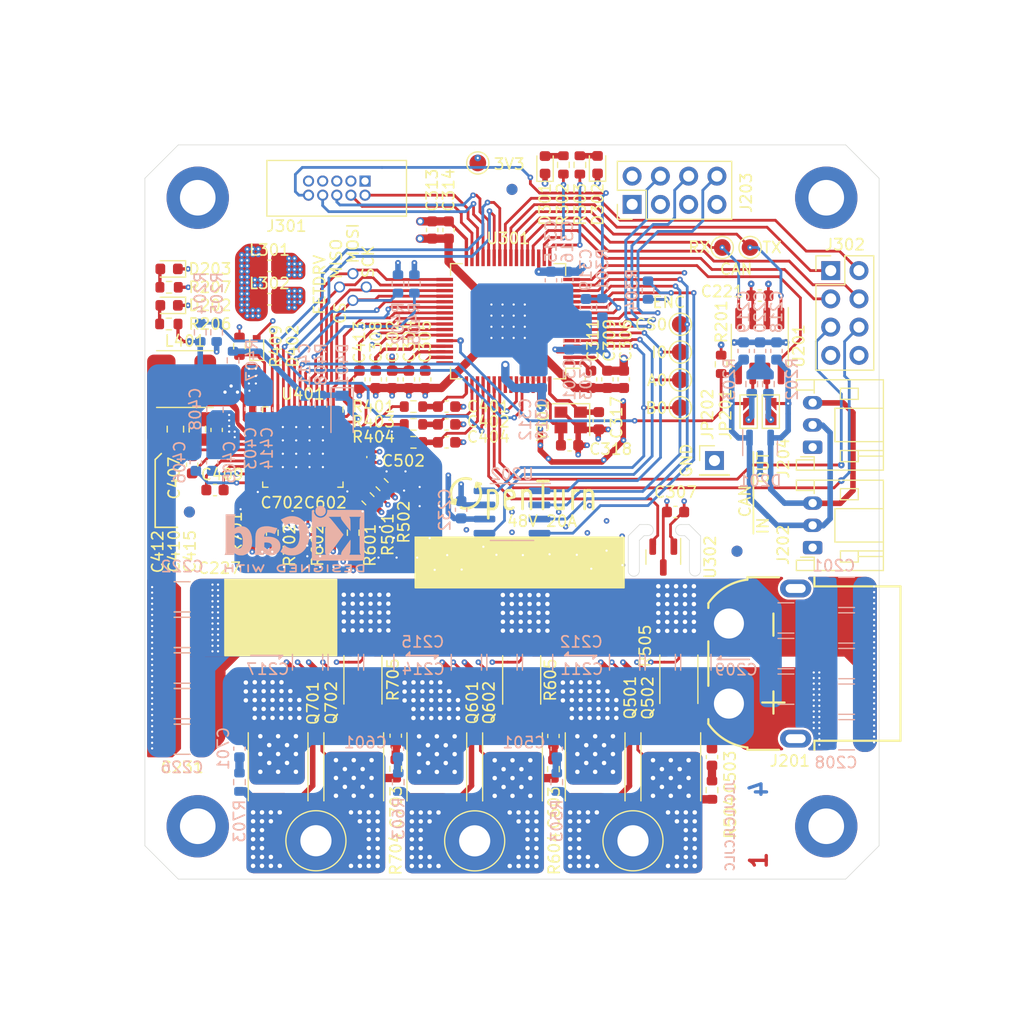
<source format=kicad_pcb>
(kicad_pcb (version 20210424) (generator pcbnew)
  (layers (0 "F.Cu" signal) (1 "In1.Cu" power) (2 "In2.Cu" power) (31 "B.Cu" signal) (34 "B.Paste" user) (35 "F.Paste" user) (36 "B.SilkS" user "B.Silkscreen") (37 "F.SilkS" user "F.Silkscreen") (38 "B.Mask" user) (39 "F.Mask" user) (44 "Edge.Cuts" user))
  (net 0 "")
  (net 1 "GND")
  (net 2 "VBUS")
  (net 3 "+3V3")
  (net 4 "VDD")
  (net 5 "VDDA")
  (net 6 "/MCU/DRV_ISENSE_C")
  (net 7 "/MCU/DRV_ISENSE_B")
  (net 8 "/MCU/DRV_ISENSE_A")
  (net 9 "Net-(Q501-Pad4)")
  (net 10 "/Power/Sheet61668C54/FET_HS")
  (net 11 "Net-(Q502-Pad4)")
  (net 12 "Net-(Q601-Pad4)")
  (net 13 "/Power/sheet617091A8/FET_HS")
  (net 14 "Net-(Q602-Pad4)")
  (net 15 "Net-(Q701-Pad4)")
  (net 16 "/Power/sheet6171E233/FET_HS")
  (net 17 "Net-(Q702-Pad4)")
  (net 18 "/MCU/DRV_MISO")
  (net 19 "Net-(R403-Pad1)")
  (net 20 "Net-(R404-Pad1)")
  (net 21 "/MCU/DRV_nFAULT")
  (net 22 "/Power/Sheet61668C54/FET_GH")
  (net 23 "/Power/Sheet61668C54/FET_GL")
  (net 24 "/Power/sheet617091A8/FET_GH")
  (net 25 "/Power/sheet617091A8/FET_GL")
  (net 26 "/Power/sheet6171E233/FET_GH")
  (net 27 "/Power/sheet6171E233/FET_GL")
  (net 28 "/MCU/DRV_MOSI")
  (net 29 "/MCU/DRV_SCK")
  (net 30 "/MCU/DRV_CS")
  (net 31 "/MCU/DRV_ENABLE")
  (net 32 "/MCU/DRV_PWM_CH")
  (net 33 "/MCU/DRV_PWM_CL")
  (net 34 "/MCU/DRV_PWM_BH")
  (net 35 "/MCU/DRV_PWM_BL")
  (net 36 "/MCU/DRV_PWM_AH")
  (net 37 "/MCU/DRV_PWM_AL")
  (net 38 "Net-(C405-Pad1)")
  (net 39 "Net-(C305-Pad1)")
  (net 40 "Net-(C406-Pad1)")
  (net 41 "/Power/ASNS_P")
  (net 42 "/Power/BSNS_P")
  (net 43 "/Power/CSNS_P")
  (net 49 "Net-(C407-Pad2)")
  (net 50 "Net-(R401-Pad1)")
  (net 51 "Net-(C409-Pad2)")
  (net 52 "Net-(C409-Pad1)")
  (net 53 "Net-(C407-Pad1)")
  (net 54 "Net-(C318-Pad1)")
  (net 55 "Net-(C317-Pad1)")
  (net 56 "Net-(C311-Pad1)")
  (net 57 "Net-(C308-Pad1)")
  (net 58 "Net-(C410-Pad1)")
  (net 59 "/MCU/RESET")
  (net 60 "Net-(L401-Pad1)")
  (net 64 "Net-(D402-Pad1)")
  (net 65 "Net-(R304-Pad1)")
  (net 67 "/Power/ASNS_N")
  (net 68 "/Power/BSNS_N")
  (net 69 "/MCU/DRV_BRAKE")
  (net 70 "/MCU/DRV_VREF")
  (net 71 "/MCU/DRV_GAIN_AZ")
  (net 72 "Net-(C411-Pad1)")
  (net 73 "/Power/CSNS_N")
  (net 76 "Net-(C218-Pad1)")
  (net 77 "Net-(C219-Pad1)")
  (net 78 "Net-(C220-Pad1)")
  (net 79 "Net-(D202-Pad2)")
  (net 80 "Net-(D203-Pad2)")
  (net 81 "/Interfaces/ENCODER_CS2")
  (net 82 "/Interfaces/ENCODER_QOAD_A2")
  (net 83 "/Interfaces/ENCODER_SCK")
  (net 84 "/Interfaces/ENCODER_QOAD_B2")
  (net 85 "/Interfaces/ENCODER_DATA")
  (net 86 "/Interfaces/ENCODER_QOAD_I2")
  (net 87 "/Interfaces/CANFD_Fault")
  (net 88 "/Interfaces/V_BUS_SENSE")
  (net 89 "/Interfaces/CANFD_TX")
  (net 90 "/Interfaces/CANFD_RX")
  (net 91 "/Interfaces/ENCODER_QOAD_I1")
  (net 92 "/Interfaces/ENCODER_QOAD_B1")
  (net 93 "/Interfaces/ENCODER_QOAD_A1")
  (net 94 "/Interfaces/ENCODER_CS1")
  (net 95 "Net-(D301-Pad2)")
  (net 96 "Net-(D302-Pad2)")
  (net 97 "/MCU/SWDIO")
  (net 98 "/MCU/SWDCLK")
  (net 99 "/MCU/SWO")
  (net 100 "/MCU/TDI")
  (net 101 "/MCU/DEBUG_UART_TX")
  (net 102 "/MCU/DEBUG_UART_RX")
  (net 103 "/MCU/GPIO0")
  (net 104 "/MCU/GPIO3")
  (net 105 "/MCU/STATUS_LED1")
  (net 106 "/MCU/STATUS_LED0")
  (net 107 "/MCU/TEMP1")
  (net 108 "Net-(C501-Pad2)")
  (net 109 "Net-(C503-Pad1)")
  (net 110 "Net-(C601-Pad2)")
  (net 111 "Net-(C603-Pad1)")
  (net 112 "Net-(C701-Pad2)")
  (net 113 "Net-(C703-Pad1)")
  (net 114 "Net-(R202-Pad1)")
  (net 115 "Net-(R203-Pad1)")
  (net 117 "/MCU/GPIO2")
  (net 118 "/MCU/GPIO1")
  (net 119 "/Interfaces/CANFD_SILENT")
  (footprint "Resistor_SMD:R_0603_1608Metric" (layer "F.Cu") (at 118.142498 117.525)
    (fp_text reference "R401")
    (fp_text value "680R")
  )
  (footprint "Resistor_SMD:R_0603_1608Metric" (layer "F.Cu") (at 118.142499 120.734826)
    (fp_text reference "R404")
    (fp_text value "680R")
  )
  (footprint "Resistor_SMD:R_0603_1608Metric" (layer "F.Cu") (at 118.142499 119.125002)
    (fp_text reference "R403")
    (fp_text value "680R")
  )
  (footprint "Capacitor_SMD:C_0603_1608Metric" (layer "F.Cu") (at 117.73 115.08 -90)
    (fp_text reference "C304")
    (fp_text value "100n")
  )
  (footprint "Capacitor_SMD:C_0603_1608Metric" (layer "F.Cu") (at 137.044998 115.075003 -90)
    (fp_text reference "C306")
    (fp_text value "1u")
  )
  (footprint "Capacitor_SMD:C_0603_1608Metric" (layer "F.Cu") (at 119.824999 101.649998 -90)
    (fp_text reference "C313")
    (fp_text value "1u")
  )
  (footprint "Capacitor_SMD:C_0603_1608Metric" (layer "F.Cu") (at 135.574999 115.074999 -90)
    (fp_text reference "C309")
    (fp_text value "100n")
  )
  (footprint "Capacitor_SMD:C_0603_1608Metric" (layer "F.Cu") (at 121.117499 119.125002)
    (fp_text reference "C402")
    (fp_text value "100p")
  )
  (footprint "Capacitor_SMD:C_0603_1608Metric" (layer "F.Cu") (at 119.199997 115.08 -90)
    (fp_text reference "C305")
    (fp_text value "1u")
  )
  (footprint "Capacitor_SMD:C_0603_1608Metric" (layer "F.Cu") (at 121.117498 120.734826)
    (fp_text reference "C404")
    (fp_text value "100p")
  )
  (footprint "Capacitor_SMD:C_0603_1608Metric" (layer "F.Cu") (at 121.3 101.65 -90)
    (fp_text reference "C314")
    (fp_text value "100n")
  )
  (footprint "Capacitor_SMD:C_0603_1608Metric" (layer "F.Cu") (at 114.750001 115.08 -90)
    (fp_text reference "C308")
    (fp_text value "1u")
  )
  (footprint "Capacitor_SMD:C_0603_1608Metric" (layer "F.Cu") (at 132.174998 121.000004)
    (fp_text reference "C318")
    (fp_text value "[12p]")
  )
  (footprint "Capacitor_SMD:C_0603_1608Metric" (layer "F.Cu") (at 134.799994 118.795168 -90)
    (fp_text reference "C317")
    (fp_text value "[12p]")
  )
  (footprint "Capacitor_SMD:C_0603_1608Metric" (layer "F.Cu") (at 121.117499 117.525)
    (fp_text reference "C401")
    (fp_text value "100p")
  )
  (footprint "Capacitor_SMD:C_0603_1608Metric" (layer "F.Cu") (at 100.3 125.025)
    (fp_text reference "C409")
    (fp_text value "220n")
  )
  (footprint "Package_QFP:HTQFP-64-1EP_10x10mm_P0.5mm_EP8x8mm_Mask4.4x4.4mm_ThermalVias" (layer "F.Cu") (at 126.649999 109.85 180)
    (fp_text reference "U301")
    (fp_text value "CY8C6244AZI-S4D92")
  )
  (footprint "Capacitor_SMD:C_0603_1608Metric" (layer "F.Cu") (at 116.23 115.08 -90)
    (fp_text reference "C302")
    (fp_text value "10u")
  )
  (footprint "Capacitor_SMD:C_0603_1608Metric" (layer "F.Cu") (at 134.099998 115.075 -90)
    (fp_text reference "C311")
    (fp_text value "4u7")
  )
  (footprint "Connector_JST:JST_PH_S3B-PH-K_1x03_P2.00mm_Horizontal" (layer "F.Cu") (at 154.025 121.175 90)
    (fp_text reference "J204")
    (fp_text value "CAN_OUT")
  )
  (footprint "footprints:PinHeader_2x05_P1.27mm_JTAG" (layer "F.Cu") (at 113.79 97.25 -90)
    (fp_text reference "J301")
    (fp_text value "JTAG/SWD")
  )
  (footprint "Resistor_SMD:R_2512_6332Metric" (layer "F.Cu") (at 127.869665 142.096338 -90)
    (fp_text reference "R605")
    (fp_text value "5mR")
  )
  (footprint "NetTie:NetTie-2_SMD_Pad0.5mm" (layer "F.Cu") (at 141.175 140.5)
    (fp_text reference "NT501" hide)
    (fp_text value "NetTie_2")
  )
  (footprint "Resistor_SMD:R_2512_6332Metric" (layer "F.Cu") (at 113.6 142.085669 -90)
    (fp_text reference "R705")
    (fp_text value "5mR")
  )
  (footprint "Package_TO_SOT_SMD:TDSON-8-1" (layer "F.Cu") (at 141.275 149.905834 -90)
    (fp_text reference "Q502")
    (fp_text value "IAUC120N06S5N017ATMA1")
  )
  (footprint "Capacitor_SMD:C_0603_1608Metric" (layer "F.Cu") (at 100.45 119.625 90)
    (fp_text reference "C415")
    (fp_text value "100n")
  )
  (footprint "Resistor_SMD:R_0603_1608Metric" (layer "F.Cu") (at 103.65 128.8625 90)
    (fp_text reference "R701")
    (fp_text value "0R")
  )
  (footprint "Resistor_SMD:R_0603_1608Metric" (layer "F.Cu") (at 115.324999 124.5375 135)
    (fp_text reference "R502")
    (fp_text value "0R")
  )
  (footprint "Capacitor_SMD:C_0603_1608Metric" (layer "F.Cu") (at 98.25 122.75 -90)
    (fp_text reference "C407")
    (fp_text value "220n")
  )
  (footprint "Package_TO_SOT_SMD:TDSON-8-1" (layer "F.Cu") (at 134.475 149.905834 90)
    (fp_text reference "Q501")
    (fp_text value "IAUC120N06S5N017ATMA1")
  )
  (footprint "Fiducial:Fiducial_1mm_Mask2mm" (layer "F.Cu") (at 147.225 130.525)
    (fp_text reference "FID101" hide)
    (fp_text value "Fiducial")
  )
  (footprint "Resistor_SMD:R_0603_1608Metric" (layer "F.Cu") (at 114.052207 125.810291 135)
    (fp_text reference "R501")
    (fp_text value "0R")
  )
  (footprint "Capacitor_SMD:C_0603_1608Metric" (layer "F.Cu") (at 113.28 115.08 -90)
    (fp_text reference "C413")
    (fp_text value "100n")
  )
  (footprint "Connector_PinHeader_2.54mm:PinHeader_2x04_P2.54mm_Vertical" (layer "F.Cu") (at 137.8 99.35 90)
    (fp_text reference "J203")
    (fp_text value "Conn_02x04_Odd_Even")
  )
  (footprint "Resistor_SMD:R_0603_1608Metric" (layer "F.Cu") (at 116.55 150.085669 90)
    (fp_text reference "R704")
    (fp_text value "[1R]")
  )
  (footprint "Package_TO_SOT_SMD:TDSON-8-1" (layer "F.Cu") (at 112.775 149.900907 -90)
    (fp_text reference "Q702")
    (fp_text value "IAUC120N06S5N017ATMA1")
  )
  (footprint "Resistor_SMD:R_0603_1608Metric" (layer "F.Cu") (at 144.975 152 90)
    (fp_text reference "R504")
    (fp_text value "[1R]")
  )
  (footprint "Capacitor_SMD:C_0402_1005Metric" (layer "F.Cu") (at 114.4 122.0625 90)
    (fp_text reference "C502")
    (fp_text value "100p")
  )
  (footprint "Capacitor_SMD:C_1210_3225Metric" (layer "F.Cu") (at 97.35 141.025)
    (fp_text reference "C229" hide)
    (fp_text value "10u")
  )
  (footprint "Resistor_SMD:R_0603_1608Metric" (layer "F.Cu") (at 102.5 112.1 90)
    (fp_text reference "R409")
    (fp_text value "3k3")
  )
  (footprint "Connector_PinHeader_2.54mm:PinHeader_1x01_P2.54mm_Vertical" (layer "F.Cu") (at 145.2 122.375)
    (fp_text reference "TP302" hide)
    (fp_text value "GND")
  )
  (footprint "Capacitor_SMD:C_1210_3225Metric" (layer "F.Cu") (at 97.35 147.425)
    (fp_text reference "C231" hide)
    (fp_text value "10u")
  )
  (footprint "Capacitor_SMD:C_0603_1608Metric" (layer "F.Cu") (at 130.725 147.135669 90)
    (fp_text reference "C603")
    (fp_text value "[33n]")
  )
  (footprint "TestPoint:TestPoint_Pad_D1.5mm" (layer "F.Cu") (at 142.125 112.625 90)
    (fp_text reference "TP203" hide)
    (fp_text value "TLE_SCK")
  )
  (footprint "Inductor_SMD:L_0603_1608Metric" (layer "F.Cu") (at 105.2 104.875)
    (fp_text reference "L301")
    (fp_text value "1k@100MHz")
  )
  (footprint "Capacitor_SMD:C_0805_2012Metric" (layer "F.Cu") (at 98.716346 119.55 90)
    (fp_text reference "C410")
    (fp_text value "22u")
  )
  (footprint "Inductor_SMD:L_Taiyo-Yuden_NR-50xx" (layer "F.Cu") (at 97.6 115.05 180)
    (fp_text reference "L401")
    (fp_text value "22u")
  )
  (footprint "LED_SMD:LED_0603_1608Metric" (layer "F.Cu") (at 134.69 95.78 90)
    (fp_text reference "D302")
    (fp_text value "LED_red")
  )
  (footprint "Capacitor_SMD:C_0603_1608Metric" (layer "F.Cu") (at 141.7 127 180)
    (fp_text reference "C307")
    (fp_text value "100n")
  )
  (footprint "Resistor_SMD:R_2512_6332Metric" (layer "F.Cu") (at 142 142.035669 -90)
    (fp_text reference "R505")
    (fp_text value "5mR")
  )
  (footprint "TestPoint:TestPoint_Pad_D1.5mm" (layer "F.Cu") (at 142.125 115.125)
    (fp_text reference "TP205" hide)
    (fp_text value "TLE_CSQ")
  )
  (footprint "Resistor_SMD:R_0603_1608Metric" (layer "F.Cu") (at 145.8 113.725 -90)
    (fp_text reference "R201")
    (fp_text value "10k")
  )
  (footprint "Resistor_SMD:R_0603_1608Metric" (layer "F.Cu") (at 96.15 110.098505)
    (fp_text reference "R206")
    (fp_text value "10k")
  )
  (footprint "Package_TO_SOT_SMD:TDSON-8-1" (layer "F.Cu") (at 105.975 149.900907 90)
    (fp_text reference "Q701")
    (fp_text value "IAUC120N06S5N017ATMA1")
  )
  (footprint "Capacitor_SMD:C_0402_1005Metric" (layer "F.Cu") (at 109.129999 127.3625 180)
    (fp_text reference "C602")
    (fp_text value "100p")
  )
  (footprint "MountingHole:MountingHole_3.2mm_M3_DIN965_Pad" (layer "F.Cu") (at 98.75 98.75 180)
    (fp_text reference "H101" hide)
    (fp_text value "3.2mm")
  )
  (footprint "Connector_PinSocket_1.27mm:PinSocket_1x04_P1.27mm_Vertical" (layer "F.Cu") (at 112.7 106.775 -45)
    (fp_text reference "TP401" hide)
    (fp_text value "Conn_01x04")
  )
  (footprint "MountingHole:MountingHole_3.2mm_M3_DIN965_Pad" (layer "F.Cu") (at 155.25 98.75 180)
    (fp_text reference "H103" hide)
    (fp_text value "3.2mm")
  )
  (footprint "Capacitor_SMD:C_0603_1608Metric" (layer "F.Cu") (at 116.55 147.110669 90)
    (fp_text reference "C703")
    (fp_text value "[33n]")
  )
  (footprint "Package_SO:SOIC-8_3.9x4.9mm_P1.27mm" (layer "F.Cu") (at 149.275 112.075 -90)
    (fp_text reference "U201")
    (fp_text value "TI_TCAN337G")
  )
  (footprint "TestPoint:TestPoint_Pad_D1.5mm" (layer "F.Cu") (at 142.125 117.625 90)
    (fp_text reference "TP204" hide)
    (fp_text value "TLE_DATA")
  )
  (footprint "Resistor_SMD:R_0603_1608Metric" (layer "F.Cu") (at 96.175 106.798505)
    (fp_text reference "R207")
    (fp_text value "680R")
  )
  (footprint "NetTie:NetTie-2_SMD_Pad0.5mm" (layer "F.Cu") (at 112.825001 140.5)
    (fp_text reference "NT701" hide)
    (fp_text value "NetTie_2")
  )
  (footprint "Jumper:SolderJumper-2_P1.3mm_Open_TrianglePad1.0x1.5mm" (layer "F.Cu") (at 148.275 117.975 90)
    (fp_text reference "JP202")
    (fp_text value "Open")
  )
  (footprint "Diode_SMD:D_SOD-523" (layer "F.Cu") (at 104.05 112.095482 90)
    (fp_text reference "D402")
    (fp_text value "RB530SM-30T2R")
  )
  (footprint "footprints:Crystal_SMD_2520-4Pin_2.5x2.0mm" (layer "F.Cu") (at 132.274996 118.725 180)
    (fp_text reference "Y301")
    (fp_text value "[32MHz]")
  )
  (footprint "Package_DFN_QFN:VQFN-48-1EP_7x7mm_P0.5mm_EP4.1x4.1mm_ThermalVias" (layer "F.Cu") (at 108.2 121.1625 -90)
    (fp_text reference "U401")
    (fp_text value "6EDL7141")
  )
  (footprint "NetTie:NetTie-2_SMD_Pad0.5mm" (layer "F.Cu") (at 127.100001 140.5)
    (fp_text reference "NT601" hide)
    (fp_text value "NetTie_2")
  )
  (footprint "Resistor_SMD:R_0603_1608Metric" (layer "F.Cu") (at 131.62 95.8 -90)
    (fp_text reference "R302")
    (fp_text value "680R")
  )
  (footprint "Capacitor_SMD:C_0603_1608Metric" (layer "F.Cu") (at 149.275 107.55)
    (fp_text reference "C221")
    (fp_text value "100n")
  )
  (footprint "TestPoint:TestPoint_Pad_D1.5mm" (layer "F.Cu") (at 148.4 103.225 -90)
    (fp_text reference "TP201" hide)
    (fp_text value "CAN_TX")
  )
  (footprint "TestPoint:TestPoint_Pad_D1.5mm" (layer "F.Cu") (at 123.925 95.625 -90)
    (fp_text reference "TP301" hide)
    (fp_text value "3v3")
  )
  (footprint "Capacitor_SMD:C_0402_1005Metric" (layer "F.Cu") (at 107.274999 127.3625)
    (fp_text reference "C702")
    (fp_text value "100p")
  )
  (footprint "Package_TO_SOT_SMD:SOT-23" (layer "F.Cu") (at 140.6 131.05 -90)
    (fp_text reference "U302")
    (fp_text value "MCP9700AT-HTT")
  )
  (footprint "Resistor_SMD:R_0603_1608Metric" (layer "F.Cu") (at 112.724998 128.8625 90)
    (fp_text reference "R601")
    (fp_text value "0R")
  )
  (footprint "LED_SMD:LED_0603_1608Metric" (layer "F.Cu") (at 129.97 95.792499 90)
    (fp_text reference "D301")
    (fp_text value "LED_red")
  )
  (footprint "Capacitor_SMD:C_0603_1608Metric" (layer "F.Cu") (at 144.975 149.025 90)
    (fp_text reference "C503")
    (fp_text value "[33n]")
  )
  (footprint "Capacitor_SMD:C_0805_2012Metric" (layer "F.Cu") (at 96.741346 119.55 90)
    (fp_text reference "C412")
    (fp_text value "22u")
  )
  (footprint "LED_SMD:LED_0603_1608Metric" (layer "F.Cu") (at 96.175 105.148505 180)
    (fp_text reference "D203")
    (fp_text value "LED_green")
  )
  (footprint "Jumper:SolderJumper-2_P1.3mm_Open_TrianglePad1.0x1.5mm" (layer "F.Cu") (at 150.275 117.975 90)
    (fp_text reference "JP201")
    (fp_text value "Open")
  )
  (footprint "footprints:Amass_XT60PW-M" (layer "F.Cu") (at 146.5 140.625 -90)
    (fp_text reference "J201")
    (fp_text value "XT60" hide)
  )
  (footprint "Connector_PinHeader_2.54mm:PinHeader_2x04_P2.54mm_Vertical" (layer "F.Cu") (at 155.65 105.3)
    (fp_text reference "J302")
    (fp_text value "GPIOs")
  )
  (footprint "Fiducial:Fiducial_1mm_Mask2mm" (layer "F.Cu") (at 127 98)
    (fp_text reference "FID106" hide)
    (fp_text value "Fiducial")
  )
  (footprint "TestPoint:TestPoint_Loop_D3.80mm_Drill2.8mm" (layer "F.Cu") (at 137.875 156.554927 180)
    (fp_text reference "TP501" hide)
    (fp_text value "MotorConnector")
  )
  (footprint "TestPoint:TestPoint_Loop_D3.80mm_Drill2.8mm" (layer "F.Cu") (at 123.644665 156.560669 180)
    (fp_text reference "TP601" hide)
    (fp_text value "MotorConnector")
  )
  (footprint "Capacitor_SMD:C_1210_3225Metric" (layer "F.Cu") (at 97.35 144.225)
    (fp_text reference "C230" hide)
    (fp_text value "10u")
  )
  (footprint "Resistor_SMD:R_0603_1608Metric" (layer "F.Cu") (at 105.45 128.8625 90)
    (fp_text reference "R702")
    (fp_text value "0R")
  )
  (footprint "LED_SMD:LED_0603_1608Metric" (layer "F.Cu") (at 96.175 108.423505 180)
    (fp_text reference "D202")
    (fp_text value "LED_green")
  )
  (footprint "Package_TO_SOT_SMD:TDSON-8-1" (layer "F.Cu") (at 127.044665 149.911576 -90)
    (fp_text reference "Q602")
    (fp_text value "IAUC120N06S5N017ATMA1")
  )
  (footprint "Resistor_SMD:R_0603_1608Metric" (layer "F.Cu") (at 133.1 95.8 -90)
    (fp_text reference "R303")
    (fp_text value "680R")
  )
  (footprint "Resistor_SMD:R_0603_1608Metric" (layer "F.Cu") (at 130.725 150.110669 90)
    (fp_text reference "R604")
    (fp_text value "[1R]")
  )
  (footprint "Capacitor_SMD:C_1210_3225Metric" (layer "F.Cu") (at 97.35 137.825)
    (fp_text reference "C228" hide)
    (fp_text value "10u")
  )
  (footprint "MountingHole:MountingHole_3.2mm_M3_DIN965_Pad" (layer "F.Cu") (at 98.75 155.25 180)
    (fp_text reference "H104" hide)
    (fp_text value "3.2mm")
  )
  (footprint "TestPoint:TestPoint_Pad_D1.5mm" (layer "F.Cu") (at 145.9 103.225 -90)
    (fp_text reference "TP202" hide)
    (fp_text value "CAN_RX")
  )
  (footprint "TestPoint:TestPoint_Loop_D3.80mm_Drill2.8mm" (layer "F.Cu") (at 109.375 156.55 180)
    (fp_text reference "TP701" hide)
    (fp_text value "MotorConnector")
  )
  (footprint "Fiducial:Fiducial_1mm_Mask2mm" (layer "F.Cu") (at 98 127)
    (fp_text reference "FID105" hide)
    (fp_text value "Fiducial")
  )
  (footprint "Connector_JST:JST_PH_S3B-PH-K_1x03_P2.00mm_Horizontal" (layer "F.Cu") (at 154.025 130.2 90)
    (fp_text reference "J202")
    (fp_text value "CAN_IN")
  )
  (footprint "MountingHole:MountingHole_3.2mm_M3_DIN965_Pad" (layer "F.Cu") (at 155.25 155.25 180)
    (fp_text reference "H102" hide)
    (fp_text value "3.2mm")
  )
  (footprint "Capacitor_SMD:C_1210_3225Metric" (layer "F.Cu") (at 97.35 134.625)
    (fp_text reference "C227" hide)
    (fp_text value "10u")
  )
  (footprint "Package_TO_SOT_SMD:TDSON-8-1" (layer "F.Cu") (at 120.244665 149.911576 90)
    (fp_text reference "Q601")
    (fp_text value "IAUC120N06S5N017ATMA1")
  )
  (footprint "Resistor_SMD:R_0603_1608Metric" (layer "F.Cu") (at 110.925 128.8625 90)
    (fp_text reference "R602")
    (fp_text value "0R")
  )
  (footprint "TestPoint:TestPoint_Pad_D1.5mm" (layer "F.Cu") (at 142.125 110.125 90)
    (fp_text reference "TP206" hide)
    (fp_text value "TLE_CSQ")
  )
  (footprint "Inductor_SMD:L_0603_1608Metric" (layer "F.Cu") (at 105.2 107.875)
    (fp_text reference "L302")
    (fp_text value "1k@100MHz")
  )
  (footprint "Resistor_SMD:R_0603_1608Metric" (layer "B.Cu") (at 116.75 106.5 -90)
    (fp_text reference "R402")
    (fp_text value "10k")
  )
  (footprint "Resistor_SMD:R_0603_1608Metric" (layer "B.Cu") (at 118.225 106.499999 -90)
    (fp_text reference "R405")
    (fp_text value "10k")
  )
  (footprint "Capacitor_SMD:C_0603_1608Metric" (layer "B.Cu") (at 133.649998 111.620169 90)
    (fp_text reference "C303")
    (fp_text value "100n")
  )
  (footprint "Capacitor_SMD:C_0603_1608Metric" (layer "B.Cu") (at 128.200004 115.074999 90)
    (fp_text reference "C312")
    (fp_text value "100n")
  )
  (footprint "Capacitor_SMD:C_0603_1608Metric" (layer "B.Cu") (at 129.674999 115.074999 90)
    (fp_text reference "C310")
    (fp_text value "1u")
  )
  (footprint "Capacitor_SMD:C_0603_1608Metric" (layer "B.Cu") (at 98.575 122.525 90)
    (fp_text reference "C406")
    (fp_text value "2u2")
  )
  (footprint "Capacitor_SMD:C_0805_2012Metric" (layer "B.Cu") (at 100.3 117.775 -90)
    (fp_text reference "C408")
    (fp_text value "4u7")
  )
  (footprint "Capacitor_SMD:C_0603_1608Metric" (layer "B.Cu") (at 130.5 106.175 -90)
    (fp_text reference "C315")
    (fp_text value "1u")
  )
  (footprint "Capacitor_SMD:C_0603_1608Metric" (layer "B.Cu") (at 131.974998 106.175 -90)
    (fp_text reference "C316")
    (fp_text value "100n")
  )
  (footprint "Capacitor_SMD:C_0603_1608Metric" (layer "B.Cu") (at 100.05 122.525 90)
    (fp_text reference "C405")
    (fp_text value "2u2")
  )
  (footprint "Capacitor_SMD:C_0603_1608Metric" (layer "B.Cu") (at 132.165 111.620169 90)
    (fp_text reference "C301")
    (fp_text value "10u")
  )
  (footprint "Package_SO:SOIC-8_3.9x4.9mm_P1.27mm" (layer "B.Cu") (at 127 127 180)
    (fp_text reference "U202")
    (fp_text value "TLE5012B_E1000")
  )
  (footprint "Capacitor_SMD:C_0603_1608Metric" (layer "B.Cu") (at 149.3 112.525 90)
    (fp_text reference "C220")
    (fp_text value "[4n7]")
  )
  (footprint "Capacitor_SMD:C_1210_3225Metric" (layer "B.Cu") (at 129.3 140.510669 90)
    (fp_text reference "C212" hide)
    (fp_text value "10u")
  )
  (footprint "Capacitor_SMD:C_1210_3225Metric" (layer "B.Cu") (at 157.075 134.225)
    (fp_text reference "C204" hide)
    (fp_text value "10u")
  )
  (footprint "Capacitor_SMD:C_1210_3225Metric" (layer "B.Cu") (at 122.9 140.510669 90)
    (fp_text reference "C214" hide)
    (fp_text value "10u")
  )
  (footprint "Capacitor_SMD:C_0603_1608Metric" (layer "B.Cu") (at 108.35 117.324999 -90)
    (fp_text reference "C411")
    (fp_text value "100n")
  )
  (footprint "Fiducial:Fiducial_1mm_Mask2mm" (layer "B.Cu") (at 147.225 130.525 180)
    (fp_text reference "FID102" hide)
    (fp_text value "Fiducial")
  )
  (footprint "Resistor_SMD:R_0603_1608Metric" (layer "B.Cu") (at 116.775 151.285669 -90)
    (fp_text reference "R603")
    (fp_text value "[1R]")
  )
  (footprint "Resistor_SMD:R_0603_1608Metric" (layer "B.Cu") (at 131.025 151.285669 -90)
    (fp_text reference "R503")
    (fp_text value "[1R]")
  )
  (footprint "Capacitor_SMD:C_1210_3225Metric" (layer "B.Cu") (at 126.1 140.510669 90)
    (fp_text reference "C213" hide)
    (fp_text value "10u")
  )
  (footprint "Capacitor_SMD:C_0603_1608Metric" (layer "B.Cu") (at 102.5 148.275 -90)
    (fp_text reference "C701")
    (fp_text value "[33n]")
  )
  (footprint "Capacitor_SMD:C_1210_3225Metric" (layer "B.Cu") (at 97.35 137.825)
    (fp_text reference "C223" hide)
    (fp_text value "10u")
  )
  (footprint "Capacitor_SMD:C_0603_1608Metric" (layer "B.Cu") (at 122.425 126.8 90)
    (fp_text reference "C232")
    (fp_text value "100n")
  )
  (footprint "Resistor_SMD:R_0603_1608Metric" (layer "B.Cu") (at 135.125 108.625 90)
    (fp_text reference "R301")
    (fp_text value "10k")
  )
  (footprint "Resistor_SMD:R_0603_1608Metric" (layer "B.Cu") (at 100.45 110.85 -90)
    (fp_text reference "R205")
    (fp_text value "[3k]")
  )
  (footprint "Resistor_SMD:R_0603_1608Metric" (layer "B.Cu") (at 101.925 113.375 90)
    (fp_text reference "R407")
    (fp_text value "10k")
  )
  (footprint "Resistor_SMD:R_0603_1608Metric" (layer "B.Cu") (at 98.975 110.85 -90)
    (fp_text reference "R204")
    (fp_text value "[56k]")
  )
  (footprint "Capacitor_SMD:C_0603_1608Metric" (layer "B.Cu") (at 133.65 108.625 -90)
    (fp_text reference "C319")
    (fp_text value "100n")
  )
  (footprint "Resistor_SMD:R_0603_1608Metric" (layer "B.Cu") (at 102.5 151.285669 -90)
    (fp_text reference "R703")
    (fp_text value "[1R]")
  )
  (footprint "Resistor_SMD:R_0603_1608Metric" (layer "B.Cu") (at 109.825 117.325 -90)
    (fp_text reference "R408")
    (fp_text value "10k")
  )
  (footprint "Capacitor_SMD:C_0603_1608Metric" (layer "B.Cu") (at 147.825 112.525001 90)
    (fp_text reference "C219")
    (fp_text value "100n")
  )
  (footprint "Capacitor_SMD:C_1210_3225Metric" (layer "B.Cu") (at 97.35 141.025)
    (fp_text reference "C224" hide)
    (fp_text value "10u")
  )
  (footprint "Capacitor_SMD:C_0603_1608Metric" (layer "B.Cu") (at 116.75 148.275 -90)
    (fp_text reference "C601")
    (fp_text value "[33n]")
  )
  (footprint "Fiducial:Fiducial_1mm_Mask2mm" (layer "B.Cu") (at 98 127 180)
    (fp_text reference "FID103" hide)
    (fp_text value "Fiducial")
  )
  (footprint "Capacitor_SMD:C_1210_3225Metric" (layer "B.Cu") (at 151.625 139.724999 180)
    (fp_text reference "C202" hide)
    (fp_text value "10u")
  )
  (footprint "Capacitor_SMD:C_1210_3225Metric" (layer "B.Cu") (at 115.025 140.510669 90)
    (fp_text reference "C215" hide)
    (fp_text value "10u")
  )
  (footprint "Capacitor_SMD:C_0603_1608Metric" (layer "B.Cu") (at 104.975 117.75 -90)
    (fp_text reference "C414")
    (fp_text value "100n")
  )
  (footprint "Package_TO_SOT_SMD:SOT-23" (layer "B.Cu") (at 149.3 121.275 -90)
    (fp_text reference "D201")
    (fp_text value "NUP2105L")
  )
  (footprint "Capacitor_SMD:C_1210_3225Metric" (layer "B.Cu") (at 97.35 147.425)
    (fp_text reference "C226" hide)
    (fp_text value "10u")
  )
  (footprint "Capacitor_SMD:C_1210_3225Metric" (layer "B.Cu") (at 140.324999 140.510669 90)
    (fp_text reference "C210" hide)
    (fp_text value "10u")
  )
  (footprint "Capacitor_SMD:C_1210_3225Metric" (layer "B.Cu") (at 97.35 144.225)
    (fp_text reference "C225" hide)
    (fp_text value "10u")
  )
  (footprint "Capacitor_SMD:C_1210_3225Metric" (layer "B.Cu") (at 151.625 142.924999 180)
    (fp_text reference "C201" hide)
    (fp_text value "10u")
  )
  (footprint "Capacitor_SMD:C_1210_3225Metric" (layer "B.Cu") (at 143.524999 140.510669 90)
    (fp_text reference "C209" hide)
    (fp_text value "10u")
  )
  (footprint "Resistor_SMD:R_0603_1608Metric" (layer "B.Cu") (at 148.55 115.5 90)
    (fp_text reference "R203")
    (fp_text value "[60R]")
  )
  (footprint "Capacitor_SMD:C_1210_3225Metric" (layer "B.Cu") (at 97.35 134.625)
    (fp_text reference "C222" hide)
    (fp_text value "10u")
  )
  (footprint "Capacitor_SMD:C_0603_1608Metric" (layer "B.Cu") (at 131.025 148.275 -90)
    (fp_text reference "C501")
    (fp_text value "[33n]")
  )
  (footprint "Capacitor_SMD:C_1210_3225Metric" (layer "B.Cu") (at 157.075 137.425)
    (fp_text reference "C205" hide)
    (fp_text value "10u")
  )
  (footprint "Resistor_SMD:R_0603_1608Metric" (layer "B.Cu") (at 139.225 107.05 90)
    (fp_text reference "R304")
    (fp_text value "10k")
  )
  (footprint "Capacitor_SMD:C_0603_1608Metric" (layer "B.Cu") (at 103.5 117.75 -90)
    (fp_text reference "C403")
    (fp_text value "10u")
  )
  (footprint "Fiducial:Fiducial_1mm_Mask2mm" (layer "B.Cu") (at 127 98 180)
    (fp_text reference "FID104" hide)
    (fp_text value "Fiducial")
  )
  (footprint "Diode_SMD:D_SOD-123" (layer "B.Cu") (at 111.725 118.2 -90)
    (fp_text reference "D401")
    (fp_text value "BZT52C3V3")
  )
  (footprint "Capacitor_SMD:C_1210_3225Metric" (layer "B.Cu") (at 157.075 143.825)
    (fp_text reference "C207" hide)
    (fp_text value "10u")
  )
  (footprint "Capacitor_SMD:C_0603_1608Metric" (layer "B.Cu") (at 150.775 112.525001 90)
    (fp_text reference "C218")
    (fp_text value "100n")
  )
  (footprint "Capacitor_SMD:C_1210_3225Metric" (layer "B.Cu") (at 111.825 140.510669 90)
    (fp_text reference "C216" hide)
    (fp_text value "10u")
  )
  (footprint "Capacitor_SMD:C_1210_3225Metric" (layer "B.Cu") (at 108.625 140.510669 90)
    (fp_text reference "C217" hide)
    (fp_text value "10u")
  )
  (footprint "Resistor_SMD:R_0603_1608Metric" (layer "B.Cu") (at 150.05 115.5 90)
    (fp_text reference "R202")
    (fp_text value "[60R]")
  )
  (footprint "Capacitor_SMD:C_1210_3225Metric" (layer "B.Cu") (at 157.075 140.625)
    (fp_text reference "C206" hide)
    (fp_text value "10u")
  )
  (footprint "Symbol:KiCad-Logo2_5mm_SilkScreen" (layer "B.Cu") (at 107.45 129.425 180)
    (fp_text reference "LOGO102" hide)
    (fp_text value "Logo_Open_Hardware_Small" hide)
  )
  (footprint "Capacitor_SMD:C_1210_3225Metric" (layer "B.Cu") (at 157.075 147.025)
    (fp_text reference "C208" hide)
    (fp_text value "10u")
  )
  (footprint "Capacitor_SMD:C_1210_3225Metric" (layer "B.Cu") (at 151.625 136.525 180)
    (fp_text reference "C203" hide)
    (fp_text value "10u")
  )
  (footprint "Capacitor_SMD:C_1210_3225Metric" (layer "B.Cu") (at 137.125 140.510669 90)
    (fp_text reference "C211" hide)
    (fp_text value "10u")
  )
  (gr_line (start 134.595728 139.9) (end 134.295728 140.2) (layer "B.SilkS") (width 0.15))
  (gr_line (start 117.8 139.9) (end 117.725 139.8) (layer "B.SilkS") (width 0.15))
  (gr_line (start 131.745728 139.9) (end 134.595728 139.9) (layer "B.SilkS") (width 0.15))
  (gr_line (start 120.05 140.2) (end 120.05 139.9) (layer "B.SilkS") (width 0.15))
  (gr_line (start 120.05 139.9) (end 120.125 140) (layer "B.SilkS") (width 0.15))
  (gr_line (start 106.075 139.9) (end 106.15 140) (layer "B.SilkS") (width 0.15))
  (gr_line (start 145.775 139.95) (end 145.775 140.25) (layer "B.SilkS") (width 0.15))
  (gr_line (start 117.5 139.9) (end 117.8 139.600001) (layer "B.SilkS") (width 0.15))
  (gr_line (start 106.075 140.2) (end 106.075 139.9) (layer "B.SilkS") (width 0.15))
  (gr_line (start 106.375 139.9) (end 106.075 140.2) (layer "B.SilkS") (width 0.15))
  (gr_line (start 132.045728 139.600001) (end 132.045728 139.9) (layer "B.SilkS") (width 0.15))
  (gr_line (start 131.745728 139.9) (end 132.045728 139.600001) (layer "B.SilkS") (width 0.15))
  (gr_line (start 117.8 139.600001) (end 117.8 139.9) (layer "B.SilkS") (width 0.15))
  (gr_line (start 117.5 139.9) (end 120.35 139.9) (layer "B.SilkS") (width 0.15))
  (gr_line (start 134.295728 139.9) (end 134.370728 140) (layer "B.SilkS") (width 0.15))
  (gr_line (start 120.35 139.9) (end 120.05 140.2) (layer "B.SilkS") (width 0.15))
  (gr_line (start 148.325 140.25) (end 145.475 140.25) (layer "B.SilkS") (width 0.15))
  (gr_line (start 103.525 139.9) (end 106.375 139.9) (layer "B.SilkS") (width 0.15))
  (gr_line (start 134.295728 140.2) (end 134.295728 139.9) (layer "B.SilkS") (width 0.15))
  (gr_line (start 145.475 140.25) (end 145.775 139.95) (layer "B.SilkS") (width 0.15))
  (gr_line (start 132.045728 139.9) (end 131.970728 139.8) (layer "B.SilkS") (width 0.15))
  (gr_line (start 145.775 140.25) (end 145.7 140.15) (layer "B.SilkS") (width 0.15))
  (gr_line (start 94.925 128.375) (end 94.925 122.2875) (layer "F.SilkS") (width 0.15))
  (gr_line (start 121.94318 125.895598) (end 121.518181 126.170597) (layer "F.SilkS") (width 0.25))
  (gr_line (start 148.7 121.6) (end 148.7 128.95) (layer "F.SilkS") (width 0.15))
  (gr_rect (start 118.3125 129.275) (end 137.0625 133.8) (layer "F.SilkS") (width 0.15) (fill solid))
  (gr_arc (start 122.85 125.325) (end 123.83182 124.404403) (angle 152) (layer "F.SilkS") (width 0.25))
  (gr_line (start 123.75682 124.754403) (end 124.18182 124.479403) (layer "F.SilkS") (width 0.25))
  (gr_line (start 121.86818 126.245597) (end 121.94318 125.895598) (layer "F.SilkS") (width 0.25))
  (gr_line (start 94.925 122.2875) (end 95.475 121.75) (layer "F.SilkS") (width 0.15))
  (gr_line (start 96.925 128.375) (end 94.925 128.375) (layer "F.SilkS") (width 0.15))
  (gr_rect (start 101.2 133.075) (end 111.225 139.9) (layer "F.SilkS") (width 0.15) (fill solid))
  (gr_line (start 124.18182 124.479403) (end 123.83182 124.404403) (layer "F.SilkS") (width 0.25))
  (gr_arc (start 122.85 125.325) (end 121.86818 126.245597) (angle 152) (layer "F.SilkS") (width 0.25))
  (gr_line (start 123.83182 124.404403) (end 123.75682 124.754403) (layer "F.SilkS") (width 0.25))
  (gr_line (start 121.518181 126.170597) (end 121.86818 126.245597) (layer "F.SilkS") (width 0.25))
  (gr_line (start 94 157) (end 93.999999 97) (layer "Edge.Cuts") (width 0.05))
  (gr_line (start 156.999999 94) (end 96.999999 94) (layer "Edge.Cuts") (width 0.05))
  (gr_line (start 139.200002 129.125) (end 138.874998 129.125) (layer "Edge.Cuts") (width 0.05))
  (gr_line (start 143.95 129.15) (end 142.925 128.125) (layer "Edge.Cuts") (width 0.05))
  (gr_line (start 142.199998 129.125) (end 142.525 129.125) (layer "Edge.Cuts") (width 0.05))
  (gr_line (start 156.999999 94) (end 160 97) (layer "Edge.Cuts") (width 0.05))
  (gr_line (start 142.925 128.125) (end 142.200002 128.125) (layer "Edge.Cuts") (width 0.05))
  (gr_line (start 138.874998 129.125) (end 138.449998 129.55) (layer "Edge.Cuts") (width 0.05))
  (gr_line (start 96.999999 94) (end 93.999999 97) (layer "Edge.Cuts") (width 0.05))
  (gr_arc (start 139.2 128.625) (end 139.200002 129.125) (angle -180) (layer "Edge.Cuts") (width 0.05))
  (gr_line (start 160 157) (end 160 97) (layer "Edge.Cuts") (width 0.05))
  (gr_line (start 138.474998 128.125) (end 139.199998 128.125) (layer "Edge.Cuts") (width 0.05))
  (gr_line (start 97 160) (end 94 157) (layer "Edge.Cuts") (width 0.05))
  (gr_arc (start 137.95 132.275) (end 137.45 132.275) (angle -180) (layer "Edge.Cuts") (width 0.05))
  (gr_line (start 137.45 132.275) (end 137.449998 129.15) (layer "Edge.Cuts") (width 0.05))
  (gr_line (start 142.95 132.25) (end 142.95 129.55) (layer "Edge.Cuts") (width 0.05))
  (gr_line (start 97 160) (end 157 160) (layer "Edge.Cuts") (width 0.05))
  (gr_line (start 142.525 129.125) (end 142.95 129.55) (layer "Edge.Cuts") (width 0.05))
  (gr_arc (start 142.2 128.625) (end 142.199998 129.125) (angle 180) (layer "Edge.Cuts") (width 0.05))
  (gr_arc (start 143.45 132.25) (end 143.95 132.25) (angle 180) (layer "Edge.Cuts") (width 0.05))
  (gr_line (start 137.449998 129.15) (end 138.474998 128.125) (layer "Edge.Cuts") (width 0.05))
  (gr_line (start 138.45 132.275) (end 138.449998 129.55) (layer "Edge.Cuts") (width 0.05))
  (gr_line (start 143.95 132.25) (end 143.95 129.15) (layer "Edge.Cuts") (width 0.05))
  (gr_line (start 157 160) (end 160 157) (layer "Edge.Cuts") (width 0.05))
  (gr_text "1" (at 149.175 158.311453 90) (layer "F.Cu") (effects (font (size 1.5 1.5) (thickness 0.3))))
  (gr_text "4" (at 149.2 151.875 90) (layer "B.Cu") (effects (font (size 1.5 1.5) (thickness 0.3)) (justify mirror)))
  (gr_text "C217" (at 105.05 141.125) (layer "B.SilkS") (effects (font (size 1 1)) (justify mirror)))
  (gr_text "C201" (at 155.925 131.825) (layer "B.SilkS") (effects (font (size 1 1)) (justify mirror)))
  (gr_text "C209" (at 147.15 141.175) (layer "B.SilkS") (effects (font (size 1 1)) (justify mirror)))
  (gr_text "C226" (at 97.325 149.95) (layer "B.SilkS") (effects (font (size 1 1)) (justify mirror)))
  (gr_text "C214" (at 119.025 141.125) (layer "B.SilkS") (effects (font (size 1 1)) (justify mirror)))
  (gr_text "C208" (at 156.125 149.525) (layer "B.SilkS") (effects (font (size 1 1)) (justify mirror)))
  (gr_text "C215" (at 118.975 138.675) (layer "B.SilkS") (effects (font (size 1 1)) (justify mirror)))
  (gr_text "C211" (at 133.270728 141.125) (layer "B.SilkS") (effects (font (size 1 1)) (justify mirror)))
  (gr_text "JLCJLCJLCJLC" (at 146.6 155.175 90) (layer "B.SilkS") (effects (font (size 0.8 0.8)) (justify mirror)))
  (gr_text "C222" (at 97.35 131.9) (layer "B.SilkS") (effects (font (size 1 1)) (justify mirror)))
  (gr_text "C212" (at 133.220728 138.675) (layer "B.SilkS") (effects (font (size 1 1)) (justify mirror)))
  (gr_text "MISO" (at 111.2 104.25 90) (layer "F.SilkS") (effects (font (size 1 1))))
  (gr_text "MOSI" (at 112.7 102.85 90) (layer "F.SilkS") (effects (font (size 1 1))))
  (gr_text "C231" (at 97.35 149.95) (layer "F.SilkS") (effects (font (size 1 1))))
  (gr_text "CS0" (at 139.5 110.15) (layer "F.SilkS") (effects (font (size 1 1))))
  (gr_text "TX" (at 150.375 103.225) (layer "F.SilkS") (effects (font (size 1 1))))
  (gr_text "I0" (at 140.238095 112.652077) (layer "F.SilkS") (effects (font (size 1 1))))
  (gr_text "GND" (at 142.675 122.375 90) (layer "F.SilkS") (effects (font (size 1 1))))
  (gr_text "ENC" (at 141.1 108.15) (layer "F.SilkS") (effects (font (size 1 1))))
  (gr_text "B0" (at 139.975 117.656233) (layer "F.SilkS") (effects (font (size 1 1))))
  (gr_text "SCK" (at 114.075 104.5 90) (layer "F.SilkS") (effects (font (size 1 1))))
  (gr_text "RX" (at 143.825 103.2) (layer "F.SilkS") (effects (font (size 1 1))))
  (gr_text "48V 20A" (at 129.7 127.825) (layer "F.SilkS") (effects (font (size 1 1))))
  (gr_text "3V3" (at 126.75 95.725) (layer "F.SilkS") (effects (font (size 1 1))))
  (gr_text "FETDRV" (at 109.7 106.575 90) (layer "F.SilkS") (effects (font (size 1 1))))
  (gr_text "CAN" (at 147.15 105.175) (layer "F.SilkS") (effects (font (size 1 1))))
  (gr_text "  CAN\nIN    OUT" (at 148.75 129.1 90) (layer "F.SilkS") (effects (font (size 1 1)) (justify left)))
  (gr_text "A0" (at 140.047619 115.154154) (layer "F.SilkS") (effects (font (size 1 1))))
  (gr_text "penTurn" (at 129.575 125.575) (layer "F.SilkS") (effects (font (size 2.5 1.75) (thickness 0.25))))
  (gr_text "CS" (at 111.55 109.125 90) (layer "F.SilkS") (effects (font (size 1 1))))
  (gr_text "C227" (at 100.7 132.05) (layer "F.SilkS") (effects (font (size 1 1))))
  (segment (start 134.749999 119.574999) (end 135.649998 119.575) (width 0.5) (layer "F.Cu") (net 1))
  (segment (start 118.725 102.425) (end 118.725002 102.424998) (width 0.75) (layer "F.Cu") (net 1))
  (segment (start 131.574999 118.025) (end 132.974999 119.425) (width 0.3) (layer "F.Cu") (net 1))
  (segment (start 122.642499 119.109826) (end 122.627324 119.125001) (width 0.5) (layer "F.Cu") (net 1))
  (segment (start 140.6 127.325) (end 140.8 127.125) (width 0.25) (layer "F.Cu") (net 1))
  (segment (start 131.399997 118.025) (end 131.574999 118.025) (width 0.3) (layer "F.Cu") (net 1))
  (segment (start 132.949996 119.625001) (end 133.149997 119.425001) (width 0.5) (layer "F.Cu") (net 1))
  (segment (start 137.044997 115.850003) (end 135.574999 115.850005) (width 0.75) (layer "F.Cu") (net 1))
  (segment (start 149.91 107.69) (end 150.05 107.55) (width 0.25) (layer "F.Cu") (net 1))
  (segment (start 129.55 119.525) (end 129.55 121) (width 0.5) (layer "F.Cu") (net 1))
  (segment (start 119.199995 115.849999) (end 119.199996 116.549997) (width 0.5) (layer "F.Cu") (net 1))
  (segment (start 132.949999 121.000002) (end 132.949997 121.850003) (width 0.5) (layer "F.Cu") (net 1))
  (segment (start 113.28 115.855) (end 113.28 116.55) (width 0.5) (layer "F.Cu") (net 1))
  (segment (start 117.724999 115.849999) (end 119.199995 115.849999) (width 0.75) (layer "F.Cu") (net 1))
  (segment (start 134.099999 115.85) (end 132.649997 115.850004) (width 0.75) (layer "F.Cu") (net 1))
  (segment (start 102.5 111.275) (end 102.5 110.370482) (width 0.2) (layer "F.Cu") (net 1))
  (segment (start 132.649997 115.850004) (end 128.149996 111.350003) (width 0.75) (layer "F.Cu") (net 1))
  (segment (start 132.949999 121.000002) (end 133.749996 121.000002) (width 0.5) (layer "F.Cu") (net 1))
  (segment (start 134.69 96.5675) (end 134.69 97.45) (width 0.5) (layer "F.Cu") (net 1))
  (segment (start 119.824999 102.424998) (end 121.300001 102.425) (width 0.75) (layer "F.Cu") (net 1))
  (segment (start 114.75 115.849999) (end 113.285001 115.849999) (width 0.5) (layer "F.Cu") (net 1))
  (segment (start 116.225005 115.849998) (end 117.724999 115.849999) (width 0.75) (layer "F.Cu") (net 1))
  (segment (start 125.149999 111.35) (end 120.65 115.849999) (width 0.75) (layer "F.Cu") (net 1))
  (segment (start 142 139.073169) (end 142 140.175) (width 0.25) (layer "F.Cu") (net 1))
  (segment (start 120.65 115.849999) (end 119.199995 115.849999) (width 0.75) (layer "F.Cu") (net 1))
  (segment (start 122.642499 117.534826) (end 121.902324 117.534826) (width 0.5) (layer "F.Cu") (net 1))
  (segment (start 135.574999 115.850005) (end 135.574998 115.850004) (width 0.75) (layer "F.Cu") (net 1))
  (segment (start 122.627324 119.125001) (end 121.892502 119.125002) (width 0.5) (layer "F.Cu") (net 1))
  (segment (start 114.75 115.849999) (end 114.750001 116.549993) (width 0.5) (layer "F.Cu") (net 1))
  (segment (start 132.949999 121.000002) (end 132.949996 119.625001) (width 0.5) (layer "F.Cu") (net 1))
  (segment (start 132.974999 119.425) (end 133.149997 119.425001) (width 0.3) (layer "F.Cu") (net 1))
  (segment (start 117.724999 115.849999) (end 117.725 116.549995) (width 0.5) (layer "F.Cu") (net 1))
  (segment (start 135.25 122.325) (end 135.075 122.5) (width 0.5) (layer "F.Cu") (net 1))
  (segment (start 121.3 102.425) (end 121.3 104.500001) (width 0.75) (layer "F.Cu") (net 1))
  (segment (start 140.6 131.9875) (end 140.6 127.325) (width 0.25) (layer "F.Cu") (net 1))
  (segment (start 113.285001 115.849999) (end 113.28 115.855) (width 0.5) (layer "F.Cu") (net 1))
  (segment (start 133.299996 119.574999) (end 133.149997 119.425001) (width 0.5) (layer "F.Cu") (net 1))
  (segment (start 130.575 122.5) (end 130.275 122.2) (width 0.5) (layer "F.Cu") (net 1))
  (segment (start 134.749999 119.574999) (end 134.750001 120.425003) (width 0.5) (layer "F.Cu") (net 1))
  (segment (start 121.902324 117.534826) (end 121.892499 117.525001) (width 0.5) (layer "F.Cu") (net 1))
  (segment (start 129.55 121.475) (end 129.55 121) (width 0.5) (layer "F.Cu") (net 1))
  (segment (start 118.725002 102.424998) (end 119.824999 102.424998) (width 0.75) (layer "F.Cu") (net 1))
  (segment (start 135.574998 115.850004) (end 134.099999 115.85) (width 0.75) (layer "F.Cu") (net 1))
  (segment (start 149.91 109.6) (end 149.91 107.69) (width 0.25) (layer "F.Cu") (net 1))
  (segment (start 135.075 122.5) (end 130.575 122.5) (width 0.5) (layer "F.Cu") (net 1))
  (segment (start 114.75 115.849999) (end 116.225005 115.849998) (width 0.75) (layer "F.Cu") (net 1))
  (segment (start 150.05 107.55) (end 150.05 106.5) (width 0.25) (layer "F.Cu") (net 1))
  (segment (start 113.6 139.123169) (end 113.6 140.225001) (width 0.25) (layer "F.Cu") (net 1))
  (segment (start 137 120.575) (end 135.25 122.325) (width 0.5) (layer "F.Cu") (net 1))
  (segment (start 142 140.175) (end 141.675 140.5) (width 0.25) (layer "F.Cu") (net 1))
  (segment (start 130.275 122.2) (end 129.55 121.475) (width 0.5) (layer "F.Cu") (net 1))
  (segment (start 127.869665 140.230336) (end 127.600001 140.5) (width 0.25) (layer "F.Cu") (net 1))
  (segment (start 140.8 127.125) (end 140.8 127.15) (width 0.25) (layer "F.Cu") (net 1))
  (segment (start 134.749999 119.574999) (end 133.299996 119.574999) (width 0.5) (layer "F.Cu") (net 1))
  (segment (start 121.892836 120.725004) (end 122.642499 120.725005) (width 0.5) (layer "F.Cu") (net 1))
  (segment (start 137 117.025) (end 137 120.575) (width 0.5) (layer "F.Cu") (net 1))
  (segment (start 116.225005 115.849998) (end 116.225004 116.54999) (width 0.5) (layer "F.Cu") (net 1))
  (segment (start 96.9625 105.148505) (end 97.875 105.148505) (width 0.3) (layer "F.Cu") (net 1))
  (segment (start 127.869665 139.133838) (end 127.869665 140.230336) (width 0.25) (layer "F.Cu") (net 1))
  (segment (start 113.6 140.225001) (end 113.325001 140.5) (width 0.25) (layer "F.Cu") (net 1))
  (segment (start 121.3 104.500001) (end 125.149999 108.35) (width 0.75) (layer "F.Cu") (net 1))
  (segment (start 96.9625 108.423505) (end 97.875 108.423505) (width 0.3) (layer "F.Cu") (net 1))
  (segment (start 129.97 96.579999) (end 129.97 97.46) (width 0.5) (layer "F.Cu") (net 1))
  (segment (start 140.925 127) (end 140.925 126.025) (width 0.25) (layer "F.Cu") (net 1))
  (via (at 130.182522 136.066714) (size 0.8) (drill 0.4) (layers "F.Cu" "B.Cu") (net 1))
  (via (at 124.425 130.125) (size 0.5) (drill 0.2) (layers "F.Cu" "B.Cu") (net 1))
  (via (at 115.082523 135.240596) (size 0.8) (drill 0.4) (layers "F.Cu" "B.Cu") (net 1))
  (via (at 131.2 127) (size 0.5) (drill 0.2) (layers "F.Cu" "B.Cu") (net 1))
  (via (at 101.575 119.275) (size 0.5) (drill 0.2) (layers "F.Cu" "B.Cu") (net 1))
  (via (at 129.382525 136.066714) (size 0.8) (drill 0.4) (layers "F.Cu" "B.Cu") (net 1))
  (via (at 159.55 145.7) (size 0.5) (drill 0.2) (layers "F.Cu" "B.Cu") (net 1))
  (via (at 108.6 131.95) (size 0.5) (drill 0.2) (layers "F.Cu" "B.Cu") (net 1))
  (via (at 119.199996 116.549997) (size 0.5) (drill 0.2) (layers "F.Cu" "B.Cu") (net 1))
  (via (at 141.750002 135.275) (size 0.8) (drill 0.4) (layers "F.Cu" "B.Cu") (net 1))
  (via (at 134.69 97.45) (size 0.6) (drill 0.3) (layers "F.Cu" "B.Cu") (net 1))
  (via (at 140.149999 135.275) (size 0.8) (drill 0.4) (layers "F.Cu" "B.Cu") (net 1))
  (via (at 120.45 126.45) (size 0.5) (drill 0.2) (layers "F.Cu" "B.Cu") (net 1))
  (via (at 134.750001 120.425003) (size 0.5) (drill 0.2) (layers "F.Cu" "B.Cu") (net 1))
  (via (at 159.55 142.2) (size 0.5) (drill 0.2) (layers "F.Cu" "B.Cu") (net 1))
  (via (at 140.15 133.675) (size 0.8) (drill 0.4) (layers "F.Cu" "B.Cu") (net 1))
  (via (at 159.55 136.2) (size 0.5) (drill 0.2) (layers "F.Cu" "B.Cu") (net 1))
  (via (at 106.5 131.95) (size 0.5) (drill 0.2) (layers "F.Cu" "B.Cu") (net 1))
  (via (at 100.575 136.025) (size 0.5) (drill 0.2) (layers "F.Cu" "B.Cu") (net 1))
  (via (at 115.082523 137.640596) (size 0.8) (drill 0.4) (layers "F.Cu" "B.Cu") (net 1))
  (via (at 130.182524 134.466714) (size 0.8) (drill 0.4) (layers "F.Cu" "B.Cu") (net 1))
  (via (at 100.575 138.525) (size 0.5) (drill 0.2) (layers "F.Cu" "B.Cu") (net 1))
  (via (at 122.642499 117.534826) (size 0.5) (drill 0.2) (layers "F.Cu" "B.Cu") (net 1))
  (via (at 137.025 120.55) (size 0.5) (drill 0.2) (layers "F.Cu" "B.Cu") (net 1))
  (via (at 130.275 122.2) (size 0.5) (drill 0.2) (layers "F.Cu" "B.Cu") (net 1))
  (via (at 115.882524 135.240596) (size 0.8) (drill 0.4) (layers "F.Cu" "B.Cu") (net 1))
  (via (at 128.582526 136.866714) (size 0.8) (drill 0.4) (layers "F.Cu" "B.Cu") (net 1))
  (via (at 159.55 144.2) (size 0.5) (drill 0.2) (layers "F.Cu" "B.Cu") (net 1))
  (via (at 141.750001 136.075) (size 0.8) (drill 0.4) (layers "F.Cu" "B.Cu") (net 1))
  (via (at 159.55 146.2) (size 0.5) (drill 0.2) (layers "F.Cu" "B.Cu") (net 1))
  (via (at 115.882523 134.440596) (size 0.8) (drill 0.4) (layers "F.Cu" "B.Cu") (net 1))
  (via (at 115.425 120.15) (size 0.5) (drill 0.2) (layers "F.Cu" "B.Cu") (net 1))
  (via (at 159.55 142.7) (size 0.5) (drill 0.2) (layers "F.Cu" "B.Cu") (net 1))
  (via (at 115.882523 137.640596) (size 0.8) (drill 0.4) (layers "F.Cu" "B.Cu") (net 1))
  (via (at 100.075 136.025) (size 0.5) (drill 0.2) (layers "F.Cu" "B.Cu") (net 1))
  (via (at 159.55 147.2) (size 0.5) (drill 0.2) (layers "F.Cu" "B.Cu") (net 1))
  (via (at 118.7 126.475) (size 0.5) (drill 0.2) (layers "F.Cu" "B.Cu") (net 1))
  (via (at 159.55 135.2) (size 0.5) (drill 0.2) (layers "F.Cu" "B.Cu") (net 1))
  (via (at 101.575 118.275) (size 0.5) (drill 0.2) (layers "F.Cu" "B.Cu") (net 1))
  (via (at 100.075 139.025) (size 0.5) (drill 0.2) (layers "F.Cu" "B.Cu") (net 1))
  (via (at 100.575 134.525) (size 0.5) (drill 0.2) (layers "F.Cu" "B.Cu") (net 1))
  (via (at 140.15 136.075) (size 0.8) (drill 0.4) (layers "F.Cu" "B.Cu") (net 1))
  (via (at 159.55 140.7) (size 0.5) (drill 0.2) (layers "F.Cu" "B.Cu") (net 1))
  (via (at 113.28 116.55) (size 0.5) (drill 0.2) (layers "F.Cu" "B.Cu") (net 1))
  (via (at 129.55 121) (size 0.5) (drill 0.2) (layers "F.Cu" "B.Cu") (net 1))
  (via (at 118.7 124.75) (size 0.5) (drill 0.2) (layers "F.Cu" "B.Cu") (net 1))
  (via (at 159.55 138.7) (size 0.5) (drill 0.2) (layers "F.Cu" "B.Cu") (net 1))
  (via (at 114.282524 136.040596) (size 0.8) (drill 0.4) (layers "F.Cu" "B.Cu") (net 1))
  (via (at 159.55 146.7) (size 0.5) (drill 0.2) (layers "F.Cu" "B.Cu") (net 1))
  (via (at 131.825 128.325) (size 0.5) (drill 0.2) (layers "F.Cu" "B.Cu") (net 1))
  (via (at 112.682522 135.240596) (size 0.8) (drill 0.4) (layers "F.Cu" "B.Cu") (net 1))
  (via (at 112.682523 136.840596) (size 0.8) (drill 0.4) (layers "F.Cu" "B.Cu") (net 1))
  (via (at 97.875 108.423505) (size 0.5) (drill 0.2) (layers "F.Cu" "B.Cu") (net 1))
  (via (at 128.582525 136.066714) (size 0.8) (drill 0.4) (layers "F.Cu" "B.Cu") (net 1))
  (via (at 122.642499 120.725005) (size 0.5) (drill 0.2) (layers "F.Cu" "B.Cu") (net 1))
  (via (at 113.482523 135.240596) (size 0.8) (drill 0.4) (layers "F.Cu" "B.Cu") (net 1))
  (via (at 106.45 129.5) (size 0.5) (drill 0.2) (layers "F.Cu" "B.Cu") (net 1))
  (via (at 114.282524 137.640596) (size 0.8) (drill 0.4) (layers "F.Cu" "B.Cu") (net 1))
  (via (at 115 131.1) (size 0.5) (drill 0.2) (layers "F.Cu" "B.Cu") (net 1))
  (via (at 117.425 123.35) (size 0.5) (drill 0.2) (layers "F.Cu" "B.Cu") (net 1))
  (via (at 102.525 131.9) (size 0.5) (drill 0.2) (layers "F.Cu" "B.Cu") (net 1))
  (via (at 100.075 134.025) (size 0.5) (drill 0.2) (layers "F.Cu" "B.Cu") (net 1))
  (via (at 111.882523 137.640596) (size 0.8) (drill 0.4) (layers "F.Cu" "B.Cu") (net 1))
  (via (at 100.075 138.025) (size 0.5) (drill 0.2) (layers "F.Cu" "B.Cu") (net 1))
  (via (at 135.25 122.325) (size 0.5) (drill 0.2) (layers "F.Cu" "B.Cu") (net 1))
  (via (at 117.3 125.075) (size 0.5) (drill 0.2) (layers "F.Cu" "B.Cu") (net 1))
  (via (at 100.075 133.525) (size 0.5) (drill 0.2) (layers "F.Cu" "B.Cu") (net 1))
  (via (at 140.15 136.875) (size 0.8) (drill 0.4) (layers "F.Cu" "B.Cu") (net 1))
  (via (at 101.575 118.775) (size 0.5) (drill 0.2) (layers "F.Cu" "B.Cu") (net 1))
  (via (at 127.782524 135.266714) (size 0.8) (drill 0.4) (layers "F.Cu" "B.Cu") (net 1))
  (via (at 127.782523 136.066714) (size 0.8) (drill 0.4) (layers "F.Cu" "B.Cu") (net 1))
  (via (at 126.175 134.460669) (size 0.8) (drill 0.4) (layers "F.Cu" "B.Cu") (net 1))
  (via (at 126.982524 136.866714) (size 0.8) (drill 0.4) (layers "F.Cu" "B.Cu") (net 1))
  (via (at 114.282525 135.240596) (size 0.8) (drill 0.4) (layers "F.Cu" "B.Cu") (net 1))
  (via (at 143.349998 136.075) (size 0.8) (drill 0.4) (layers "F.Cu" "B.Cu") (net 1))
  (via (at 159.55 140.2) (size 0.5) (drill 0.2) (layers "F.Cu" "B.Cu") (net 1))
  (via (at 141.750001 137.685669) (size 0.8) (drill 0.4) (layers "F.Cu" "B.Cu") (net 1))
  (via (at 97.875 105.148505) (size 0.5) (drill 0.2) (layers "F.Cu" "B.Cu") (net 1))
  (via (at 128.582526 135.266714) (size 0.8) (drill 0.4) (layers "F.Cu" "B.Cu") (net 1))
  (via (at 129.382524 137.666714) (size 0.8) (drill 0.4) (layers "F.Cu" "B.Cu") (net 1))
  (via (at 111.882522 136.840596) (size 0.8) (drill 0.4) (layers "F.Cu" "B.Cu") (net 1))
  (via (at 159.55 137.7) (size 0.5) (drill 0.2) (layers "F.Cu" "B.Cu") (net 1))
  (via (at 135.649998 119.575) (size 0.5) (drill 0.2) (layers "F.Cu" "B.Cu") (net 1))
  (via (at 114.749996 116.549997) (size 0.5) (drill 0.2) (layers "F.Cu" "B.Cu") (net 1))
  (via (at 109.75 130.975) (size 0.5) (drill 0.2) (layers "F.Cu" "B.Cu") (net 1))
  (via (at 127.975 130.875) (size 0.5) (drill 0.2) (layers "F.Cu" "B.Cu") (net 1))
  (via (at 116.224995 116.549998) (size 0.5) (drill 0.2) (layers "F.Cu" "B.Cu") (net 1))
  (via (at 100.075 136.525) (size 0.5) (drill 0.2) (layers "F.Cu" "B.Cu") (net 1))
  (via (at 118.475 131.1) (size 0.5) (drill 0.2) (layers "F.Cu" "B.Cu") (net 1))
  (via (at 102.6 126.75) (size 0.5) (drill 0.2) (layers "F.Cu" "B.Cu") (net 1))
  (via (at 100.575 138.025) (size 0.5) (drill 0.2) (layers "F.Cu" "B.Cu") (net 1))
  (via (at 159.55 138.2) (size 0.5) (drill 0.2) (layers "F.Cu" "B.Cu") (net 1))
  (via (at 122.425 124.5) (size 0.5) (drill 0.2) (layers "F.Cu" "B.Cu") (net 1))
  (via (at 120.05 132.2) (size 0.5) (drill 0.2) (layers "F.Cu" "B.Cu") (net 1))
  (via (at 159.55 147.700001) (size 0.5) (drill 0.2) (layers "F.Cu" "B.Cu") (net 1))
  (via (at 136.9 129.175) (size 0.5) (drill 0.2) (layers "F.Cu" "B.Cu") (net 1))
  (via (at 141.750001 134.475) (size 0.8) (drill 0.4) (layers "F.Cu" "B.Cu") (net 1))
  (via (at 100.575 137.025) (size 0.5) (drill 0.2) (layers "F.Cu" "B.Cu") (net 1))
  (via (at 126.174999 135.260669) (size 0.8) (drill 0.4) (layers "F.Cu" "B.Cu") (net 1))
  (via (at 126.982524 136.066714) (size 0.8) (drill 0.4) (layers "F.Cu" "B.Cu") (net 1))
  (via (at 116.375 129.325) (size 0.5) (drill 0.2) (layers "F.Cu" "B.Cu") (net 1))
  (via (at 142.55 135.275) (size 0.8) (drill 0.4) (layers "F.Cu" "B.Cu") (net 1))
  (via (at 146.975 111.758822) (size 0.6) (drill 0.2) (layers "F.Cu" "B.Cu") (net 1))
  (via (at 159.55 139.7) (size 0.5) (drill 0.2) (layers "F.Cu" "B.Cu") (net 1))
  (via (at 142.55 137.685669) (size 0.8) (drill 0.4) (layers "F.Cu" "B.Cu") (net 1))
  (via (at 100.575 136.525) (size 0.5) (drill 0.2) (layers "F.Cu" "B.Cu") (net 1))
  (via (at 159.55 141.7) (size 0.5) (drill 0.2) (layers "F.Cu" "B.Cu") (net 1))
  (via (at 140.95 133.675001) (size 0.8) (drill 0.4) (layers "F.Cu" "B.Cu") (net 1))
  (via (at 127.782524 136.866714) (size 0.8) (drill 0.4) (layers "F.Cu" "B.Cu") (net 1))
  (via (at 119.6 129.35) (size 0.5) (drill 0.2) (layers "F.Cu" "B.Cu") (net 1))
  (via (at 102.5 110.370482) (size 0.5) (drill 0.2) (layers "F.Cu" "B.Cu") (net 1))
  (via (at 142.55 136.875) (size 0.8) (drill 0.4) (layers "F.Cu" "B.Cu") (net 1))
  (via (at 104.15 125.2) (size 0.5) (drill 0.2) (layers "F.Cu" "B.Cu") (net 1))
  (via (at 130.182524 137.666714) (size 0.8) (drill 0.4) (layers "F.Cu" "B.Cu") (net 1))
  (via (at 159.55 144.7) (size 0.5) (drill 0.2) (layers "F.Cu" "B.Cu") (net 1))
  (via (at 159.55 145.200001) (size 0.5) (drill 0.2) (layers "F.Cu" "B.Cu") (net 1))
  (via (at 140.925 126.025) (size 0.5) (drill 0.2) (layers "F.Cu" "B.Cu") (net 1))
  (via (at 112.682523 137.640596) (size 0.8) (drill 0.4) (layers "F.Cu" "B.Cu") (net 1))
  (via (at 141.749999 133.675) (size 0.8) (drill 0.4) (layers "F.Cu" "B.Cu") (net 1))
  (via (at 100.575 135.525) (size 0.5) (drill 0.2) (layers "F.Cu" "B.Cu") (net 1))
  (via (at 113.482522 134.440596) (size 0.8) (drill 0.4) (layers "F.Cu" "B.Cu") (net 1))
  (via (at 122.475 132.175) (size 0.5) (drill 0.2) (layers "F.Cu" "B.Cu") (net 1))
  (via (at 129.97 97.46) (size 0.6) (drill 0.3) (layers "F.Cu" "B.Cu") (net 1))
  (via (at 117.724997 116.549999) (size 0.5) (drill 0.2) (layers "F.Cu" "B.Cu") (net 1))
  (via (at 126.982523 135.266714) (size 0.8) (drill 0.4) (layers "F.Cu" "B.Cu") (net 1))
  (via (at 115.125 128.35) (size 0.5) (drill 0.2) (layers "F.Cu" "B.Cu") (net 1))
  (via (at 126.975 134.460669) (size 0.8) (drill 0.4) (layers "F.Cu" "B.Cu") (net 1))
  (via (at 127 127) (size 0.5) (drill 0.2) (layers "F.Cu" "B.Cu") (net 1))
  (via (at 100.575 137.525) (size 0.5) (drill 0.2) (layers "F.Cu" "B.Cu") (net 1))
  (via (at 140.949999 136.075) (size 0.8) (drill 0.4) (layers "F.Cu" "B.Cu") (net 1))
  (via (at 151.625 111.758822) (size 0.6) (drill 0.2) (layers "F.Cu" "B.Cu") (net 1))
  (via (at 142.55 133.675001) (size 0.8) (drill 0.4) (layers "F.Cu" "B.Cu") (net 1))
  (via (at 102.075 119.775) (size 0.5) (drill 0.2) (layers "F.Cu" "B.Cu") (net 1))
  (via (at 126.182524 136.066713) (size 0.8) (drill 0.4) (layers "F.Cu" "B.Cu") (net 1))
  (via (at 140.95 135.275) (size 0.8) (drill 0.4) (layers "F.Cu" "B.Cu") (net 1))
  (via (at 129.382524 134.466714) (size 0.8) (drill 0.4) (layers "F.Cu" "B.Cu") (net 1))
  (via (at 111.882523 134.440596) (size 0.8) (drill 0.4) (layers "F.Cu" "B.Cu") (net 1))
  (via (at 114.282525 136.840596) (size 0.8) (drill 0.4) (layers "F.Cu" "B.Cu") (net 1))
  (via (at 109.75 131.95) (size 0.5) (drill 0.2) (layers "F.Cu" "B.Cu") (net 1))
  (via (at 130.375 130.8) (size 0.5) (drill 0.2) (layers "F.Cu" "B.Cu") (net 1))
  (via (at 100.075 137.525) (size 0.5) (drill 0.2) (layers "F.Cu" "B.Cu") (net 1))
  (via (at 100.575 134.025) (size 0.5) (drill 0.2) (layers "F.Cu" "B.Cu") (net 1))
  (via (at 159.55 141.2) (size 0.5) (drill 0.2) (layers "F.Cu" "B.Cu") (net 1))
  (via (at 150.05 106.5) (size 0.6) (drill 0.2) (layers "F.Cu" "B.Cu") (net 1))
  (via (at 129.382524 135.266714) (size 0.8) (drill 0.4) (layers "F.Cu" "B.Cu") (net 1))
  (via (at 100.075 134.525) (size 0.5) (drill 0.2) (layers "F.Cu" "B.Cu") (net 1))
  (via (at 110.95 131.95) (size 0.5) (drill 0.2) (layers "F.Cu" "B.Cu") (net 1))
  (via (at 141.750002 136.875) (size 0.8) (drill 0.4) (layers "F.Cu" "B.Cu") (net 1))
  (via (at 116.2 119.775) (size 0.5) (drill 0.2) (layers "F.Cu" "B.Cu") (net 1))
  (via (at 100.075 137.025) (size 0.5) (drill 0.2) (layers "F.Cu" "B.Cu") (net 1))
  (via (at 140.15 137.685669) (size 0.8) (drill 0.4) (layers "F.Cu" "B.Cu") (net 1))
  (via (at 143.35 134.475) (size 0.8) (drill 0.4) (layers "F.Cu" "B.Cu") (net 1))
  (via (at 133.749996 121.000002) (size 0.5) (drill 0.2) (layers "F.Cu" "B.Cu") (net 1))
  (via (at 142.550001 136.075) (size 0.8) (drill 0.4) (layers "F.Cu" "B.Cu") (net 1))
  (via (at 159.55 143.699999) (size 0.5) (drill 0.2) (layers "F.Cu" "B.Cu") (net 1))
  (via (at 143.35 137.685669) (size 0.8) (drill 0.4) (layers "F.Cu" "B.Cu") (net 1))
  (via (at 100.075 138.525) (size 0.5) (drill 0.2) (layers "F.Cu" "B.Cu") (net 1))
  (via (at 113.482523 137.640596) (size 0.8) (drill 0.4) (layers "F.Cu" "B.Cu") (net 1))
  (via (at 115.882521 136.040596) (size 0.8) (drill 0.4) (layers "F.Cu" "B.Cu") (net 1))
  (via (at 118.725 102.425) (size 0.7) (drill 0.4) (layers "F.Cu" "B.Cu") (net 1))
  (via (at 137 117.025) (size 0.5) (drill 0.2) (layers "F.Cu" "B.Cu") (net 1))
  (via (at 159.55 136.7) (size 0.5) (drill 0.2) (layers "F.Cu" "B.Cu") (net 1))
  (via (at 111.882522 135.240596) (size 0.8) (drill 0.4) (layers "F.Cu" "B.Cu") (net 1))
  (via (at 100.575 133.525) (size 0.5) (drill 0.2) (layers "F.Cu" "B.Cu") (net 1))
  (via (at 159.55 143.2) (size 0.5) (drill 0.2) (layers "F.Cu" "B.Cu") (net 1))
  (via (at 112.2 125.15) (size 0.5) (drill 0.2) (layers "F.Cu" "B.Cu") (net 1))
  (via (at 100.075 139.525) (size 0.5) (drill 0.2) (layers "F.Cu" "B.Cu") (net 1))
  (via (at 126.182523 136.866714) (size 0.8) (drill 0.4) (layers "F.Cu" "B.Cu") (net 1))
  (via (at 102.075 120.275) (size 0.5) (drill 0.2) (layers "F.Cu" "B.Cu") (net 1))
  (via (at 159.55 134.7) (size 0.5) (drill 0.2) (layers "F.Cu" "B.Cu") (net 1))
  (via (at 115.882523 136.840596) (size 0.8) (drill 0.4) (layers "F.Cu" "B.Cu") (net 1))
  (via (at 112.682523 136.040596) (size 0.8) (drill 0.4) (layers "F.Cu" "B.Cu") (net 1))
  (via (at 115.725 123.35) (size 0.5) (drill 0.2) (layers "F.Cu" "B.Cu") (net 1))
  (via (at 132.949997 121.850003) (size 0.5) (drill 0.2) (layers "F.Cu" "B.Cu") (net 1))
  (via (at 142.55 134.475) (size 0.8) (drill 0.4) (layers "F.Cu" "B.Cu") (net 1))
  (via (at 115.082524 136.040596) (size 0.8) (drill 0.4) (layers "F.Cu" "B.Cu") (net 1))
  (via (at 112.682523 134.440596) (size 0.8) (drill 0.4) (layers "F.Cu" "B.Cu") (net 1))
  (via (at 159.55 134.2) (size 0.5) (drill 0.2) (layers "F.Cu" "B.Cu") (net 1))
  (via (at 143.35 133.675) (size 0.8) (drill 0.4) (layers "F.Cu" "B.Cu") (net 1))
  (via (at 108.6 130.975) (size 0.5) (drill 0.2) (layers "F.Cu" "B.Cu") (net 1))
  (via (at 100.575 135.025) (size 0.5) (drill 0.2) (layers "F.Cu" "B.Cu") (net 1))
  (via (at 130.182525 135.266714) (size 0.8) (drill 0.4) (layers "F.Cu" "B.Cu") (net 1))
  (via (at 159.55 133.7) (size 0.5) (drill 0.2) (layers "F.Cu" "B.Cu") (net 1))
  (via (at 132.825 130.85) (size 0.5) (drill 0.2) (layers "F.Cu" "B.Cu") (net 1))
  (via (at 130.182524 136.866714) (size 0.8) (drill 0.4) (layers "F.Cu" "B.Cu") (net 1))
  (via (at 135.5 127.8) (size 0.5) (drill 0.2) (layers "F.Cu" "B.Cu") (net 1))
  (via (at 102.35 129.2) (size 0.5) (drill 0.2) (layers "F.Cu" "B.Cu") (net 1))
  (via (at 140.95 137.685669) (size 0.8) (drill 0.4) (layers "F.Cu" "B.Cu") (net 1))
  (via (at 111.882523 136.040595) (size 0.8) (drill 0.4) (layers "F.Cu" "B.Cu") (net 1))
  (via (at 149.3 123.55) (size 0.6) (drill 0.2) (layers "F.Cu" "B.Cu") (net 1))
  (via (at 122.900017 128.599983) (size 0.5) (drill 0.2) (layers "F.Cu" "B.Cu") (net 1))
  (via (at 127 128.825) (size 0.5) (drill 0.2) (layers "F.Cu" "B.Cu") (net 1))
  (via (at 101.575 119.775) (size 0.5) (drill 0.2) (layers "F.Cu" "B.Cu") (net 1))
  (via (at 115.082523 136.840596) (size 0.8) (drill 0.4) (layers "F.Cu" "B.Cu") (net 1))
  (via (at 108.6 130.025) (size 0.5) (drill 0.2) (layers "F.Cu" "B.Cu") (net 1))
  (via (at 140.95 136.875) (size 0.8) (drill 0.4) (layers "F.Cu" "B.Cu") (net 1))
  (via (at 126.182524 137.666714) (size 0.8) (drill 0.4) (layers "F.Cu" "B.Cu") (net 1))
  (via (at 122.642499 119.109826) (size 0.5) (drill 0.2) (layers "F.Cu" "B.Cu") (net 1))
  (via (at 140.949999 134.475) (size 0.8) (drill 0.4) (layers "F.Cu" "B.Cu") (net 1))
  (via (at 114.282524 134.440596) (size 0.8) (drill 0.4) (layers "F.Cu" "B.Cu") (net 1))
  (via (at 133.775 128.875) (size 0.5) (drill 0.2) (layers "F.Cu" "B.Cu") (net 1))
  (via (at 113.575 126.95) (size 0.5) (drill 0.2) (layers "F.Cu" "B.Cu") (net 1))
  (via (at 126.982524 137.666714) (size 0.8) (drill 0.4) (layers "F.Cu" "B.Cu") (net 1))
  (via (at 128.582525 137.666714) (size 0.8) (drill 0.4) (layers "F.Cu" "B.Cu") (net 1))
  (via (at 115.082523 134.440596) (size 0.8) (drill 0.4) (layers "F.Cu" "B.Cu") (net 1))
  (via (at 159.55 135.7) (size 0.5) (drill 0.2) (layers "F.Cu" "B.Cu") (net 1))
  (via (at 135.5 130.475) (size 0.5) (drill 0.2) (layers "F.Cu" "B.Cu") (net 1))
  (via (at 100.45 112.6) (size 0.5) (drill 0.2) (layers "F.Cu" "B.Cu") (net 1))
  (via (at 140.15 134.475) (size 0.8) (drill 0.4) (layers "F.Cu" "B.Cu") (net 1))
  (via (at 113.482522 136.040596) (size 0.8) (drill 0.4) (layers "F.Cu" "B.Cu") (net 1))
  (via (at 127.782523 134.466714) (size 0.8) (drill 0.4) (layers "F.Cu" "B.Cu") (net 1))
  (via (at 116.625 131.1) (size 0.5) (drill 0.2) (layers "F.Cu" "B.Cu") (net 1))
  (via (at 129.382524 136.866714) (size 0.8) (drill 0.4) (layers "F.Cu" "B.Cu") (net 1))
  (via (at 159.55 139.2) (size 0.5) (drill 0.2) (layers "F.Cu" "B.Cu") (net 1))
  (via (at 143.35 136.875) (size 0.8) (drill 0.4) (layers "F.Cu" "B.Cu") (net 1))
  (via (at 100.075 135.525) (size 0.5) (drill 0.2) (layers "F.Cu" "B.Cu") (net 1))
  (via (at 143.350001 135.275) (size 0.8) (drill 0.4) (layers "F.Cu" "B.Cu") (net 1))
  (via (at 159.55 137.2) (size 0.5) (drill 0.2) (layers "F.Cu" "B.Cu") (net 1))
  (via (at 127.782524 137.666714) (size 0.8) (drill 0.4) (layers "F.Cu" "B.Cu") (net 1))
  (via (at 125.6 130.85) (size 0.5) (drill 0.2) (layers "F.Cu" "B.Cu") (net 1))
  (via (at 100.075 135.025) (size 0.5) (drill 0.2) (layers "F.Cu" "B.Cu") (net 1))
  (via (at 129.55 119.525) (size 0.5) (drill 0.2) (layers "F.Cu" "B.Cu") (net 1))
  (via (at 136.925 131.775) (size 0.5) (drill 0.2) (layers "F.Cu" "B.Cu") (net 1))
  (via (at 109.75 130) (size 0.5) (drill 0.2) (layers "F.Cu" "B.Cu") (net 1))
  (via (at 121.175 130.875) (size 0.5) (drill 0.2) (layers "F.Cu" "B.Cu") (net 1))
  (via (at 128.582525 134.466714) (size 0.8) (drill 0.4) (layers "F.Cu" "B.Cu") (net 1))
  (via (at 100.575 139.525) (size 0.5) (drill 0.2) (layers "F.Cu" "B.Cu") (net 1))
  (via (at 134.125 132.1) (size 0.5) (drill 0.2) (layers "F.Cu" "B.Cu") (net 1))
  (via (at 133.975 126.425) (size 0.5) (drill 0.2) (layers "F.Cu" "B.Cu") (net 1))
  (via (at 113.482523 136.840596) (size 0.8) (drill 0.4) (layers "F.Cu" "B.Cu") (net 1))
  (via (at 100.575 139.025) (size 0.5) (drill 0.2) (layers "F.Cu" "B.Cu") (net 1))
  (segment (start 128.645168 110.845169) (end 128.149999 110.35) (width 0.75) (layer "B.Cu") (net 1))
  (segment (start 133.65 109.4) (end 127.099999 109.4) (width 0.75) (layer "B.Cu") (net 1))
  (segment (start 129.675002 114.300004) (end 128.200001 114.299998) (width 0.75) (layer "B.Cu") (net 1))
  (segment (start 100.45 112.6) (end 100.45 111.675) (width 0.5) (layer "B.Cu") (net 1))
  (segment (start 130.5 106.95) (end 129.575133 106.95) (width 0.75) (layer "B.Cu") (net 1))
  (segment (start 149.3 111.75) (end 150.775 111.750001) (width 0.5) (layer "B.Cu") (net 1))
  (segment (start 124.525 126.365) (end 122.765 126.365) (width 0.5) (layer "B.Cu") (net 1))
  (segment (start 129.575133 106.95) (end 128.149996 108.375137) (width 0.75) (layer "B.Cu") (net 1))
  (segment (start 122.425 126.025) (end 122.425 124.5) (width 0.5) (layer "B.Cu") (net 1))
  (segment (start 146.983821 111.750001) (end 146.975 111.758822) (width 0.5) (layer "B.Cu") (net 1))
  (segment (start 128.149996 111.350003) (end 128.149996 114.249996) (width 0.75) (layer "B.Cu") (net 1))
  (segment (start 147.825 111.750001) (end 149.3 111.75) (width 0.5) (layer "B.Cu") (net 1))
  (segment (start 127.099999 109.4) (end 126.649999 109.85) (width 0.75) (layer "B.Cu") (net 1))
  (segment (start 151.616179 111.750001) (end 151.625 111.758822) (width 0.5) (layer "B.Cu") (net 1))
  (segment (start 150.775 111.750001) (end 151.616179 111.750001) (width 0.5) (layer "B.Cu") (net 1))
  (segment (start 132.165 110.84517) (end 133.624999 110.845175) (width 0.75) (layer "B.Cu") (net 1))
  (segment (start 129.725 114.350004) (end 129.675002 114.300004) (width 0.75) (layer "B.Cu") (net 1))
  (segment (start 132.165001 110.845168) (end 128.645168 110.845169) (width 0.75) (layer "B.Cu") (net 1))
  (segment (start 149.3 122.2125) (end 149.3 123.55) (width 0.5) (layer "B.Cu") (net 1))
  (segment (start 122.765 126.365) (end 122.425 126.025) (width 0.5) (layer "B.Cu") (net 1))
  (segment (start 128.149996 114.249996) (end 128.200001 114.299998) (width 0.75) (layer "B.Cu") (net 1))
  (segment (start 131.974998 106.949998) (end 130.5 106.949999) (width 0.75) (layer "B.Cu") (net 1))
  (segment (start 147.825 111.750001) (end 146.983821 111.750001) (width 0.5) (layer "B.Cu") (net 1))
  (segment (start 101.75 115.675) (end 101.775 115.675) (width 0.5) (layer "F.Cu") (net 2))
  (segment (start 101.775 115.675) (end 102.325 116.225) (width 0.5) (layer "F.Cu") (net 2))
  (segment (start 102.925 118.7) (end 103.6375 119.4125) (width 0.25) (layer "F.Cu") (net 2))
  (segment (start 102.325 116.225) (end 102.8 116.7) (width 0.5) (layer "F.Cu") (net 2))
  (segment (start 97.45 111.675) (end 98 111.675) (width 0.3) (layer "F.Cu") (net 2))
  (segment (start 96.975 110.098505) (end 96.975 111.2) (width 0.3) (layer "F.Cu") (net 2))
  (segment (start 96.975 111.2) (end 97.45 111.675) (width 0.3) (layer "F.Cu") (net 2))
  (segment (start 103.6375 119.4125) (end 104.7625 119.4125) (width 0.25) (layer "F.Cu") (net 2))
  (segment (start 102.8 116.7) (end 102.925 116.825) (width 0.25) (layer "F.Cu") (net 2))
  (segment (start 102.925 116.825) (end 102.925 118.7) (width 0.25) (layer "F.Cu") (net 2))
  (via (at 101.2 116.225) (size 0.6) (drill 0.3) (layers "F.Cu" "B.Cu") (net 2))
  (via (at 94.65 146.25) (size 0.5) (drill 0.2) (layers "F.Cu" "B.Cu") (net 2))
  (via (at 106.275 143.105742) (size 0.8) (drill 0.4) (layers "F.Cu" "B.Cu") (net 2))
  (via (at 136.075 148.760669) (size 0.8) (drill 0.4) (layers "F.Cu" "B.Cu") (net 2))
  (via (at 154.125 141.425) (size 0.5) (drill 0.2) (layers "F.Cu" "B.Cu") (net 2))
  (via (at 136.375 144.710669) (size 0.8) (drill 0.4) (layers "F.Cu" "B.Cu") (net 2))
  (via (at 106.275 144.705742) (size 0.8) (drill 0.4) (layers "F.Cu" "B.Cu") (net 2))
  (via (at 154.625 144.425) (size 0.5) (drill 0.2) (layers "F.Cu" "B.Cu") (net 2))
  (via (at 103.875 143.105741) (size 0.8) (drill 0.4) (layers "F.Cu" "B.Cu") (net 2))
  (via (at 154.125 144.425) (size 0.5) (drill 0.2) (layers "F.Cu" "B.Cu") (net 2))
  (via (at 104.375 147.155742) (size 0.8) (drill 0.4) (layers "F.Cu" "B.Cu") (net 2))
  (via (at 94.65 138.75) (size 0.5) (drill 0.2) (layers "F.Cu" "B.Cu") (net 2))
  (via (at 118.644665 147.166411) (size 0.8) (drill 0.4) (layers "F.Cu" "B.Cu") (net 2))
  (via (at 131.575 143.135669) (size 0.8) (drill 0.4) (layers "F.Cu" "B.Cu") (net 2))
  (via (at 154.124999 145.925) (size 0.5) (drill 0.2) (layers "F.Cu" "B.Cu") (net 2))
  (via (at 133.175 143.110669) (size 0.8) (drill 0.4) (layers "F.Cu" "B.Cu") (net 2))
  (via (at 135.575 143.910669) (size 0.8) (drill 0.4) (layers "F.Cu" "B.Cu") (net 2))
  (via (at 136.075 150.360669) (size 0.8) (drill 0.4) (layers "F.Cu" "B.Cu") (net 2))
  (via (at 94.65 142.75) (size 0.5) (drill 0.2) (layers "F.Cu" "B.Cu") (net 2))
  (via (at 94.65 144.25) (size 0.5) (drill 0.2) (layers "F.Cu" "B.Cu") (net 2))
  (via (at 94.65 142.25) (size 0.5) (drill 0.2) (layers "F.Cu" "B.Cu") (net 2))
  (via (at 104.675 143.105742) (size 0.8) (drill 0.4) (layers "F.Cu" "B.Cu") (net 2))
  (via (at 133.975 144.710669) (size 0.8) (drill 0.4) (layers "F.Cu" "B.Cu") (net 2))
  (via (at 154.625 142.925) (size 0.5) (drill 0.2) (layers "F.Cu" "B.Cu") (net 2))
  (via (at 121.344665 145.516411) (size 0.8) (drill 0.4) (layers "F.Cu" "B.Cu") (net 2))
  (via (at 119.744665 142.316411) (size 0.8) (drill 0.4) (layers "F.Cu" "B.Cu") (net 2))
  (via (at 121.844665 148.766411) (size 0.8) (drill 0.4) (layers "F.Cu" "B.Cu") (net 2))
  (via (at 107.575 150.355742) (size 0.8) (drill 0.4) (layers "F.Cu" "B.Cu") (net 2))
  (via (at 154.625 142.425) (size 0.5) (drill 0.2) (layers "F.Cu" "B.Cu") (net 2))
  (via (at 132.375 144.710669) (size 0.8) (drill 0.4) (layers "F.Cu" "B.Cu") (net 2))
  (via (at 94.65 145.25) (size 0.5) (drill 0.2) (layers "F.Cu" "B.Cu") (net 2))
  (via (at 154.625 141.925) (size 0.5) (drill 0.2) (layers "F.Cu" "B.Cu") (net 2))
  (via (at 103.875 144.705742) (size 0.8) (drill 0.4) (layers "F.Cu" "B.Cu") (net 2))
  (via (at 133.975 145.510669) (size 0.8) (drill 0.4) (layers "F.Cu" "B.Cu") (net 2))
  (via (at 104.375 148.755742) (size 0.8) (drill 0.4) (layers "F.Cu" "B.Cu") (net 2))
  (via (at 135.575 145.510669) (size 0.8) (drill 0.4) (layers "F.Cu" "B.Cu") (net 2))
  (via (at 119.444665 147.966411) (size 0.8) (drill 0.4) (layers "F.Cu" "B.Cu") (net 2))
  (via (at 121.344665 143.116411) (size 0.8) (drill 0.4) (layers "F.Cu" "B.Cu") (net 2))
  (via (at 107.075 143.905742) (size 0.8) (drill 0.4) (layers "F.Cu" "B.Cu") (net 2))
  (via (at 134.775 143.110669) (size 0.8) (drill 0.4) (layers "F.Cu" "B.Cu") (net 2))
  (via (at 107.875 145.505742) (size 0.8) (drill 0.4) (layers "F.Cu" "B.Cu") (net 2))
  (via (at 117.344665 142.341411) (size 0.8) (drill 0.4) (layers "F.Cu" "B.Cu") (net 2))
  (via (at 120.244665 148.766411) (size 0.8) (drill 0.4) (layers "F.Cu" "B.Cu") (net 2))
  (via (at 107.575 148.755742) (size 0.8) (drill 0.4) (layers "F.Cu" "B.Cu") (net 2))
  (via (at 122.144665 144.716411) (size 0.8) (drill 0.4) (layers "F.Cu" "B.Cu") (net 2))
  (via (at 118.144665 143.11641) (size 0.8) (drill 0.4) (layers "F.Cu" "B.Cu") (net 2))
  (via (at 135.275 149.560669) (size 0.8) (drill 0.4) (layers "F.Cu" "B.Cu") (net 2))
  (via (at 94.65 141.75) (size 0.5) (drill 0.2) (layers "F.Cu" "B.Cu") (net 2))
  (via (at 133.175 144.710669) (size 0.8) (drill 0.4) (layers "F.Cu" "B.Cu") (net 2))
  (via (at 94.65 134.25) (size 0.5) (drill 0.2) (layers "F.Cu" "B.Cu") (net 2))
  (via (at 118.144665 143.916411) (size 0.8) (drill 0.4) (layers "F.Cu" "B.Cu") (net 2))
  (via (at 105.975 147.155742) (size 0.8) (drill 0.4) (layers "F.Cu" "B.Cu") (net 2))
  (via (at 104.675 145.505742) (size 0.8) (drill 0.4) (layers "F.Cu" "B.Cu") (net 2))
  (via (at 121.344665 144.716411) (size 0.8) (drill 0.4) (layers "F.Cu" "B.Cu") (net 2))
  (via (at 133.675 149.560669) (size 0.8) (drill 0.4) (layers "F.Cu" "B.Cu") (net 2))
  (via (at 120.544665 145.516411) (size 0.8) (drill 0.4) (layers "F.Cu" "B.Cu") (net 2))
  (via (at 122.144665 145.516411) (size 0.8) (drill 0.4) (layers "F.Cu" "B.Cu") (net 2))
  (via (at 154.125 145.425) (size 0.5) (drill 0.2) (layers "F.Cu" "B.Cu") (net 2))
  (via (at 118.944665 143.116411) (size 0.8) (drill 0.4) (layers "F.Cu" "B.Cu") (net 2))
  (via (at 132.375 143.910669) (size 0.8) (drill 0.4) (layers "F.Cu" "B.Cu") (net 2))
  (via (at 134.775 144.710669) (size 0.8) (drill 0.4) (layers "F.Cu" "B.Cu") (net 2))
  (via (at 119.744665 144.716411) (size 0.8) (drill 0.4) (layers "F.Cu" "B.Cu") (net 2))
  (via (at 154.625 144.925) (size 0.5) (drill 0.2) (layers "F.Cu" "B.Cu") (net 2))
  (via (at 94.65 135.25) (size 0.5) (drill 0.2) (layers "F.Cu" "B.Cu") (net 2))
  (via (at 121.844665 150.366411) (size 0.8) (drill 0.4) (layers "F.Cu" "B.Cu") (net 2))
  (via (at 94.65 140.75) (size 0.5) (drill 0.2) (layers "F.Cu" "B.Cu") (net 2))
  (via (at 132.875 147.160669) (size 0.8) (drill 0.4) (layers "F.Cu" "B.Cu") (net 2))
  (via (at 94.65 135.75) (size 0.5) (drill 0.2) (layers "F.Cu" "B.Cu") (net 2))
  (via (at 120.244665 147.166411) (size 0.8) (drill 0.4) (layers "F.Cu" "B.Cu") (net 2))
  (via (at 94.65 148.25) (size 0.5) (drill 0.2) (layers "F.Cu" "B.Cu") (net 2))
  (via (at 154.124999 143.425) (size 0.5) (drill 0.2) (layers "F.Cu" "B.Cu") (net 2))
  (via (at 134.475 150.360669) (size 0.8) (drill 0.4) (layers "F.Cu" "B.Cu") (net 2))
  (via (at 134.475 148.760669) (size 0.8) (drill 0.4) (layers "F.Cu" "B.Cu") (net 2))
  (via (at 106.275 143.905742) (size 0.8) (drill 0.4) (layers "F.Cu" "B.Cu") (net 2))
  (via (at 154.625 143.425) (size 0.5) (drill 0.2) (layers "F.Cu" "B.Cu") (net 2))
  (via (at 107.575 147.155742) (size 0.8) (drill 0.4) (layers "F.Cu" "B.Cu") (net 2))
  (via (at 102.325 116.225) (size 0.6) (drill 0.3) (layers "F.Cu" "B.Cu") (net 2))
  (via (at 94.65 139.25) (size 0.5) (drill 0.2) (layers "F.Cu" "B.Cu") (net 2))
  (via (at 94.65 137.75) (size 0.5) (drill 0.2) (layers "F.Cu" "B.Cu") (net 2))
  (via (at 154.625 146.425) (size 0.5) (drill 0.2) (layers "F.Cu" "B.Cu") (net 2))
  (via (at 94.65 139.75) (size 0.5) (drill 0.2) (layers "F.Cu" "B.Cu") (net 2))
  (via (at 154.625 147.925) (size 0.5) (drill 0.2) (layers "F.Cu" "B.Cu") (net 2))
  (via (at 134.775 145.510669) (size 0.8) (drill 0.4) (layers "F.Cu" "B.Cu") (net 2))
  (via (at 94.65 137.25) (size 0.5) (drill 0.2) (layers "F.Cu" "B.Cu") (net 2))
  (via (at 154.625 145.925) (size 0.5) (drill 0.2) (layers "F.Cu" "B.Cu") (net 2))
  (via (at 133.975 143.110669) (size 0.8) (drill 0.4) (layers "F.Cu" "B.Cu") (net 2))
  (via (at 105.975 150.355742) (size 0.8) (drill 0.4) (layers "F.Cu" "B.Cu") (net 2))
  (via (at 131.575 143.935669) (size 0.8) (drill 0.4) (layers "F.Cu" "B.Cu") (net 2))
  (via (at 106.775 147.955742) (size 0.8) (drill 0.4) (layers "F.Cu" "B.Cu") (net 2))
  (via (at 117.344665 143.941411) (size 0.8) (drill 0.4) (layers "F.Cu" "B.Cu") (net 2))
  (via (at 122.144665 143.916411) (size 0.8) (drill 0.4) (layers "F.Cu" "B.Cu") (net 2))
  (via (at 103.875 145.505742) (size 0.8) (drill 0.4) (layers "F.Cu" "B.Cu") (net 2))
  (via (at 154.625 143.925) (size 0.5) (drill 0.2) (layers "F.Cu" "B.Cu") (net 2))
  (via (at 132.375 142.310669) (size 0.8) (drill 0.4) (layers "F.Cu" "B.Cu") (net 2))
  (via (at 133.174999 142.310669) (size 0.8) (drill 0.4) (layers "F.Cu" "B.Cu") (net 2))
  (via (at 94.65 134.75) (size 0.5) (drill 0.2) (layers "F.Cu" "B.Cu") (net 2))
  (via (at 133.975 142.310669) (size 0.8) (drill 0.4) (layers "F.Cu" "B.Cu") (net 2))
  (via (at 104.675 144.705742) (size 0.8) (drill 0.4) (layers "F.Cu" "B.Cu") (net 2))
  (via (at 105.475 143.105742) (size 0.8) (drill 0.4) (layers "F.Cu" "B.Cu") (net 2))
  (via (at 121.044665 149.566411) (size 0.8) (drill 0.4) (layers "F.Cu" "B.Cu") (net 2))
  (via (at 132.875 148.760669) (size 0.8) (drill 0.4) (layers "F.Cu" "B.Cu") (net 2))
  (via (at 94.65 147.75) (size 0.5) (drill 0.2) (layers "F.Cu" "B.Cu") (net 2))
  (via (at 117.344665 143.141411) (size 0.8) (drill 0.4) (layers "F.Cu" "B.Cu") (net 2))
  (via (at 119.444665 149.566411) (size 0.8) (drill 0.4) (layers "F.Cu" "B.Cu") (net 2))
  (via (at 98 111.675) (size 0.6) (drill 0.2) (layers "F.Cu" "B.Cu") (net 2))
  (via (at 103.875 142.305742) (size 0.8) (drill 0.4) (layers "F.Cu" "B.Cu") (net 2))
  (via (at 103.075 143.130742) (size 0.8) (drill 0.4) (layers "F.Cu" "B.Cu") (net 2))
  (via (at 105.475 142.305742) (size 0.8) (drill 0.4) (layers "F.Cu" "B.Cu") (net 2))
  (via (at 154.625 146.925) (size 0.5) (drill 0.2) (layers "F.Cu" "B.Cu") (net 2))
  (via (at 94.65 145.75) (size 0.5) (drill 0.2) (layers "F.Cu" "B.Cu") (net 2))
  (via (at 107.075 144.705742) (size 0.8) (drill 0.4) (layers "F.Cu" "B.Cu") (net 2))
  (via (at 118.944664 142.316411) (size 0.8) (drill 0.4) (layers "F.Cu" "B.Cu") (net 2))
  (via (at 118.144665 145.516411) (size 0.8) (drill 0.4) (layers "F.Cu" "B.Cu") (net 2))
  (via (at 94.65 136.25) (size 0.5) (drill 0.2) (layers "F.Cu" "B.Cu") (net 2))
  (via (at 107.875 144.705742) (size 0.8) (drill 0.4) (layers "F.Cu" "B.Cu") (net 2))
  (via (at 120.544665 142.316411) (size 0.8) (drill 0.4) (layers "F.Cu" "B.Cu") (net 2))
  (via (at 133.975 143.910669) (size 0.8) (drill 0.4) (layers "F.Cu" "B.Cu") (net 2))
  (via (at 94.65 144.75) (size 0.5) (drill 0.2) (layers "F.Cu" "B.Cu") (net 2))
  (via (at 105.175 147.955742) (size 0.8) (drill 0.4) (layers "F.Cu" "B.Cu") (net 2))
  (via (at 119.744665 143.916411) (size 0.8) (drill 0.4) (layers "F.Cu" "B.Cu") (net 2))
  (via (at 134.475 147.160669) (size 0.8) (drill 0.4) (layers "F.Cu" "B.Cu") (net 2))
  (via (at 107.875 143.905742) (size 0.8) (drill 0.4) (layers "F.Cu" "B.Cu") (net 2))
  (via (at 105.975 148.755742) (size 0.8) (drill 0.4) (layers "F.Cu" "B.Cu") (net 2))
  (via (at 94.65 133.75) (size 0.5) (drill 0.2) (layers "F.Cu" "B.Cu") (net 2))
  (via (at 135.275 147.960669) (size 0.8) (drill 0.4) (layers "F.Cu" "B.Cu") (net 2))
  (via (at 120.544665 144.716411) (size 0.8) (drill 0.4) (layers "F.Cu" "B.Cu") (net 2))
  (via (at 154.124999 141.925) (size 0.5) (drill 0.2) (layers "F.Cu" "B.Cu") (net 2))
  (via (at 118.144665 144.716411) (size 0.8) (drill 0.4) (layers "F.Cu" "B.Cu") (net 2))
  (via (at 94.65 143.25) (size 0.5) (drill 0.2) (layers "F.Cu" "B.Cu") (net 2))
  (via (at 94.65 143.75) (size 0.5) (drill 0.2) (layers "F.Cu" "B.Cu") (net 2))
  (via (at 105.475 143.905742) (size 0.8) (drill 0.4) (layers "F.Cu" "B.Cu") (net 2))
  (via (at 154.625 141.425) (size 0.5) (drill 0.2) (layers "F.Cu" "B.Cu") (net 2))
  (via (at 121.344665 143.916411) (size 0.8) (drill 0.4) (layers "F.Cu" "B.Cu") (net 2))
  (via (at 120.244665 150.366411) (size 0.8) (drill 0.4) (layers "F.Cu" "B.Cu") (net 2))
  (via (at 132.375 145.510669) (size 0.8) (drill 0.4) (layers "F.Cu" "B.Cu") (net 2))
  (via (at 107.075 145.505742) (size 0.8) (drill 0.4) (layers "F.Cu" "B.Cu") (net 2))
  (via (at 101.75 115.675) (size 0.6) (drill 0.3) (layers "F.Cu" "B.Cu") (net 2))
  (via (at 154.625 145.425) (size 0.5) (drill 0.2) (layers "F.Cu" "B.Cu") (net 2))
  (via (at 118.944665 145.516411) (size 0.8) (drill 0.4) (layers "F.Cu" "B.Cu") (net 2))
  (via (at 106.775 149.555742) (size 0.8) (drill 0.4) (layers "F.Cu" "B.Cu") (net 2))
  (via (at 106.275 145.505742) (size 0.8) (drill 0.4) (layers "F.Cu" "B.Cu") (net 2))
  (via (at 118.944665 143.916411) (size 0.8) (drill 0.4) (layers "F.Cu" "B.Cu") (net 2))
  (via (at 118.944665 144.716411) (size 0.8) (drill 0.4) (layers "F.Cu" "B.Cu") (net 2))
  (via (at 104.375 150.355742) (size 0.8) (drill 0.4) (layers "F.Cu" "B.Cu") (net 2))
  (via (at 121.844665 147.166411) (size 0.8) (drill 0.4) (layers "F.Cu" "B.Cu") (net 2))
  (via (at 136.075 147.160669) (size 0.8) (drill 0.4) (layers "F.Cu" "B.Cu") (net 2))
  (via (at 121.044665 147.966411) (size 0.8) (drill 0.4) (layers "F.Cu" "B.Cu") (net 2))
  (via (at 133.175 145.510669) (size 0.8) (drill 0.4) (layers "F.Cu" "B.Cu") (net 2))
  (via (at 154.125 142.925) (size 0.5) (drill 0.2) (layers "F.Cu" "B.Cu") (net 2))
  (via (at 105.475 144.705742) (size 0.8) (drill 0.4) (layers "F.Cu" "B.Cu") (net 2))
  (via (at 154.625 147.425) (size 0.5) (drill 0.2) (layers "F.Cu" "B.Cu") (net 2))
  (via (at 134.775 142.310669) (size 0.8) (drill 0.4) (layers "F.Cu" "B.Cu") (net 2))
  (via (at 154.125 146.425) (size 0.5) (drill 0.2) (layers "F.Cu" "B.Cu") (net 2))
  (via (at 133.175 143.910669) (size 0.8) (drill 0.4) (layers "F.Cu" "B.Cu") (net 2))
  (via (at 132.375 143.110668) (size 0.8) (drill 0.4) (layers "F.Cu" "B.Cu") (net 2))
  (via (at 104.674999 142.305742) (size 0.8) (drill 0.4) (layers "F.Cu" "B.Cu") (net 2))
  (via (at 154.125 144.925) (size 0.5) (drill 0.2) (layers "F.Cu" "B.Cu") (net 2))
  (via (at 131.575 142.335669) (size 0.8) (drill 0.4) (layers "F.Cu" "B.Cu") (net 2))
  (via (at 136.375 145.510669) (size 0.8) (drill 0.4) (layers "F.Cu" "B.Cu") (net 2))
  (via (at 118.644665 148.766411) (size 0.8) (drill 0.4) (layers "F.Cu" "B.Cu") (net 2))
  (via (at 103.075 142.330742) (size 0.8) (drill 0.4) (layers "F.Cu" "B.Cu") (net 2))
  (via (at 119.744665 145.516411) (size 0.8) (drill 0.4) (layers "F.Cu" "B.Cu") (net 2))
  (via (at 133.675 147.960669) (size 0.8) (drill 0.4) (layers "F.Cu" "B.Cu") (net 2))
  (via (at 107.075 143.105742) (size 0.8) (drill 0.4) (layers "F.Cu" "B.Cu") (net 2))
  (via (at 118.644665 150.366411) (size 0.8) (drill 0.4) (layers "F.Cu" "B.Cu") (net 2))
  (via (at 103.875 143.905742) (size 0.8) (drill 0.4) (layers "F.Cu" "B.Cu") (net 2))
  (via (at 105.175 149.555742) (size 0.8) (drill 0.4) (layers "F.Cu" "B.Cu") (net 2))
  (via (at 103.075 143.930742) (size 0.8) (drill 0.4) (layers "F.Cu" "B.Cu") (net 2))
  (via (at 94.65 140.25) (size 0.5) (drill 0.2) (layers "F.Cu" "B.Cu") (net 2))
  (via (at 94.65 138.25) (size 0.5) (drill 0.2) (layers "F.Cu" "B.Cu") (net 2))
  (via (at 120.544665 143.116411) (size 0.8) (drill 0.4) (layers "F.Cu" "B.Cu") (net 2))
  (via (at 136.375 143.910669) (size 0.8) (drill 0.4) (layers "F.Cu" "B.Cu") (net 2))
  (via (at 118.144665 142.316411) (size 0.8) (drill 0.4) (layers "F.Cu" "B.Cu") (net 2))
  (via (at 94.65 146.75) (size 0.5) (drill 0.2) (layers "F.Cu" "B.Cu") (net 2))
  (via (at 94.65 141.25) (size 0.5) (drill 0.2) (layers "F.Cu" "B.Cu") (net 2))
  (via (at 154.125 142.425) (size 0.5) (drill 0.2) (layers "F.Cu" "B.Cu") (net 2))
  (via (at 134.775 143.910669) (size 0.8) (drill 0.4) (layers "F.Cu" "B.Cu") (net 2))
  (via (at 135.575 144.710669) (size 0.8) (drill 0.4) (layers "F.Cu" "B.Cu") (net 2))
  (via (at 104.675 143.905742) (size 0.8) (drill 0.4) (layers "F.Cu" "B.Cu") (net 2))
  (via (at 119.744665 143.116411) (size 0.8) (drill 0.4) (layers "F.Cu" "B.Cu") (net 2))
  (via (at 105.475 145.505742) (size 0.8) (drill 0.4) (layers "F.Cu" "B.Cu") (net 2))
  (via (at 106.275 142.305742) (size 0.8) (drill 0.4) (layers "F.Cu" "B.Cu") (net 2))
  (via (at 94.65 147.25) (size 0.5) (drill 0.2) (layers "F.Cu" "B.Cu") (net 2))
  (via (at 135.575 143.110669) (size 0.8) (drill 0.4) (layers "F.Cu" "B.Cu") (net 2))
  (via (at 120.544665 143.916411) (size 0.8) (drill 0.4) (layers "F.Cu" "B.Cu") (net 2))
  (via (at 132.875 150.360669) (size 0.8) (drill 0.4) (layers "F.Cu" "B.Cu") (net 2))
  (via (at 154.125 143.925) (size 0.5) (drill 0.2) (layers "F.Cu" "B.Cu") (net 2))
  (via (at 94.65 136.75) (size 0.5) (drill 0.2) (layers "F.Cu" "B.Cu") (net 2))
  (segment (start 101.925 115.5) (end 101.925 114.2) (width 0.5) (layer "B.Cu") (net 2))
  (segment (start 98 111.675) (end 98.975 111.675) (width 0.3) (layer "B.Cu") (net 2))
  (segment (start 118.638923 150.360669) (end 118.644665 150.366411) (width 0.75) (layer "B.Cu") (net 2))
  (segment (start 104.370073 150.360669) (end 104.375 150.355742) (width 0.75) (layer "B.Cu") (net 2))
  (segment (start 101.75 115.675) (end 101.925 115.5) (width 0.5) (layer "B.Cu") (net 2))
  (segment (start 98.975 111.675) (end 98.975 114.125) (width 0.5) (layer "B.Cu") (net 2))
  (segment (start 97 106.798505) (end 97.9 106.798505) (width 0.3) (layer "F.Cu") (net 3))
  (segment (start 148.5 107.55) (end 148.5 106.5) (width 0.25) (layer "F.Cu") (net 3))
  (segment (start 103.5 116.2) (end 103.5 118.425) (width 0.25) (layer "F.Cu") (net 3))
  (segment (start 148.64 107.69) (end 148.5 107.55) (width 0.25) (layer "F.Cu") (net 3))
  (segment (start 103.9875 118.9125) (end 104.7625 118.9125) (width 0.25) (layer "F.Cu") (net 3))
  (segment (start 103.4 116.1) (end 103.5 116.2) (width 0.25) (layer "F.Cu") (net 3))
  (segment (start 148.64 109.6) (end 148.64 107.69) (width 0.25) (layer "F.Cu") (net 3))
  (segment (start 103.5 118.425) (end 103.9875 118.9125) (width 0.25) (layer "F.Cu") (net 3))
  (segment (start 145.8 112.9) (end 145.8 111.975) (width 0.25) (layer "F.Cu") (net 3))
  (via (at 103.4 116.1) (size 0.5) (drill 0.2) (layers "F.Cu" "B.Cu") (net 3))
  (via (at 103.2 105.375) (size 0.5) (drill 0.2) (layers "F.Cu" "B.Cu") (net 3))
  (via (at 103.975 115.45) (size 0.5) (drill 0.2) (layers "F.Cu" "B.Cu") (net 3))
  (via (at 145.8 111.975) (size 0.6) (drill 0.2) (layers "F.Cu" "B.Cu") (net 3))
  (via (at 103.7 108.875) (size 0.5) (drill 0.2) (layers "F.Cu" "B.Cu") (net 3))
  (via (at 102.7 104.875) (size 0.5) (drill 0.2) (layers "F.Cu" "B.Cu") (net 3))
  (via (at 102.7 107.375) (size 0.5) (drill 0.2) (layers "F.Cu" "B.Cu") (net 3))
  (via (at 102.7 105.375) (size 0.5) (drill 0.2) (layers "F.Cu" "B.Cu") (net 3))
  (via (at 102.7 107.875) (size 0.5) (drill 0.2) (layers "F.Cu" "B.Cu") (net 3))
  (via (at 103.882666 106.625) (size 0.5) (drill 0.2) (layers "F.Cu" "B.Cu") (net 3))
  (via (at 103.35 115.45) (size 0.5) (drill 0.2) (layers "F.Cu" "B.Cu") (net 3))
  (via (at 104.382666 106.125) (size 0.5) (drill 0.2) (layers "F.Cu" "B.Cu") (net 3))
  (via (at 103.7 103.35) (size 0.5) (drill 0.2) (layers "F.Cu" "B.Cu") (net 3))
  (via (at 103.7 103.85) (size 0.5) (drill 0.2) (layers "F.Cu" "B.Cu") (net 3))
  (via (at 103.2 106.375) (size 0.5) (drill 0.2) (layers "F.Cu" "B.Cu") (net 3))
  (via (at 121.275 123.7) (size 0.5) (drill 0.2) (layers "F.Cu" "B.Cu") (net 3))
  (via (at 103.2 108.375) (size 0.5) (drill 0.2) (layers "F.Cu" "B.Cu") (net 3))
  (via (at 102.7 106.875) (size 0.5) (drill 0.2) (layers "F.Cu" "B.Cu") (net 3))
  (via (at 103.2 109.375) (size 0.5) (drill 0.2) (layers "F.Cu" "B.Cu") (net 3))
  (via (at 103.2 104.375) (size 0.5) (drill 0.2) (layers "F.Cu" "B.Cu") (net 3))
  (via (at 103.2 107.375) (size 0.5) (drill 0.2) (layers "F.Cu" "B.Cu") (net 3))
  (via (at 103.2 106.875) (size 0.5) (drill 0.2) (layers "F.Cu" "B.Cu") (net 3))
  (via (at 103.975 114.775) (size 0.5) (drill 0.2) (layers "F.Cu" "B.Cu") (net 3))
  (via (at 102.7 106.375) (size 0.5) (drill 0.2) (layers "F.Cu" "B.Cu") (net 3))
  (via (at 103.2 103.875) (size 0.5) (drill 0.2) (layers "F.Cu" "B.Cu") (net 3))
  (via (at 102.7 103.875) (size 0.5) (drill 0.2) (layers "F.Cu" "B.Cu") (net 3))
  (via (at 103.35 114.125) (size 0.5) (drill 0.2) (layers "F.Cu" "B.Cu") (net 3))
  (via (at 102.7 108.375) (size 0.5) (drill 0.2) (layers "F.Cu" "B.Cu") (net 3))
  (via (at 148.5 106.5) (size 0.6) (drill 0.2) (layers "F.Cu" "B.Cu") (net 3))
  (via (at 102.7 108.875) (size 0.5) (drill 0.2) (layers "F.Cu" "B.Cu") (net 3))
  (via (at 104.382666 106.625) (size 0.5) (drill 0.2) (layers "F.Cu" "B.Cu") (net 3))
  (via (at 97.9 106.798505) (size 0.5) (drill 0.2) (layers "F.Cu" "B.Cu") (net 3))
  (via (at 103.2 108.875) (size 0.5) (drill 0.2) (layers "F.Cu" "B.Cu") (net 3))
  (via (at 103.35 114.775) (size 0.5) (drill 0.2) (layers "F.Cu" "B.Cu") (net 3))
  (via (at 103.882666 106.125) (size 0.5) (drill 0.2) (layers "F.Cu" "B.Cu") (net 3))
  (via (at 104.2 109.375) (size 0.5) (drill 0.2) (layers "F.Cu" "B.Cu") (net 3))
  (via (at 103.7 109.375) (size 0.5) (drill 0.2) (layers "F.Cu" "B.Cu") (net 3))
  (via (at 103.975 114.125) (size 0.5) (drill 0.2) (layers "F.Cu" "B.Cu") (net 3))
  (via (at 104.2 103.85) (size 0.5) (drill 0.2) (layers "F.Cu" "B.Cu") (net 3))
  (via (at 102.7 104.375) (size 0.5) (drill 0.2) (layers "F.Cu" "B.Cu") (net 3))
  (via (at 102.7 105.875) (size 0.5) (drill 0.2) (layers "F.Cu" "B.Cu") (net 3))
  (via (at 103.2 107.875) (size 0.5) (drill 0.2) (layers "F.Cu" "B.Cu") (net 3))
  (via (at 103.2 104.875) (size 0.5) (drill 0.2) (layers "F.Cu" "B.Cu") (net 3))
  (via (at 123.925 95.175) (size 0.6) (drill 0.2) (layers "F.Cu" "B.Cu") (net 3))
  (via (at 103.2 103.375) (size 0.5) (drill 0.2) (layers "F.Cu" "B.Cu") (net 3))
  (via (at 104.2 108.875) (size 0.5) (drill 0.2) (layers "F.Cu" "B.Cu") (net 3))
  (via (at 104.2 103.35) (size 0.5) (drill 0.2) (layers "F.Cu" "B.Cu") (net 3))
  (via (at 103.2 105.875) (size 0.5) (drill 0.2) (layers "F.Cu" "B.Cu") (net 3))
  (segment (start 124.525 127.635) (end 122.485 127.635) (width 0.5) (layer "B.Cu") (net 3))
  (segment (start 103.5 116.975) (end 104.975 116.975) (width 0.5) (layer "B.Cu") (net 3))
  (segment (start 103.4 116.875) (end 103.5 116.975) (width 0.5) (layer "B.Cu") (net 3))
  (segment (start 122.485 127.635) (end 122.425 127.575) (width 0.5) (layer "B.Cu") (net 3))
  (segment (start 103.4 116.1) (end 103.4 116.875) (width 0.5) (layer "B.Cu") (net 3))
  (segment (start 121.8 127.575) (end 122.425 127.575) (width 0.5) (layer "B.Cu") (net 3))
  (segment (start 121.275 123.7) (end 121.275 127.05) (width 0.5) (layer "B.Cu") (net 3))
  (segment (start 121.275 127.05) (end 121.8 127.575) (width 0.5) (layer "B.Cu") (net 3))
  (segment (start 137.044997 114.300002) (end 137.044997 113.230003) (width 0.75) (layer "F.Cu") (net 4))
  (segment (start 137.044997 113.230003) (end 137.05 113.225) (width 0.75) (layer "F.Cu") (net 4))
  (segment (start 129.399996 104.150002) (end 129.399996 105.400001) (width 0.3) (layer "F.Cu") (net 4))
  (segment (start 122.899999 102.474999) (end 121.3 100.875) (width 0.3) (layer "F.Cu") (net 4))
  (segment (start 131.099997 112.599999) (end 130.874996 112.375002) (width 0.3) (layer "F.Cu") (net 4))
  (segment (start 132.349996 112.600003) (end 131.099997 112.599999) (width 0.3) (layer "F.Cu") (net 4))
  (segment (start 137.044994 114.3) (end 137.044997 114.300002) (width 0.5) (layer "F.Cu") (net 4))
  (segment (start 118.75 100.875) (end 118.750002 100.874998) (width 0.75) (layer "F.Cu") (net 4))
  (segment (start 134.375 113.100002) (end 135.574999 114.3) (width 0.3) (layer "F.Cu") (net 4))
  (segment (start 132.349996 113.100001) (end 134.375 113.100002) (width 0.3) (layer "F.Cu") (net 4))
  (segment (start 129.55 117.65) (end 129.55 117.225) (width 0.3) (layer "F.Cu") (net 4))
  (segment (start 135.574997 114.299999) (end 137.044994 114.3) (width 0.75) (layer "F.Cu") (net 4))
  (segment (start 119.824999 100.874998) (end 121.300004 100.874999) (width 0.75) (layer "F.Cu") (net 4))
  (segment (start 129.399997 117.074997) (end 129.399997 115.549999) (width 0.3) (layer "F.Cu") (net 4))
  (segment (start 122.899999 104.149999) (end 122.899999 102.474999) (width 0.3) (layer "F.Cu") (net 4))
  (segment (start 129.55 117.225) (end 129.399997 117.074997) (width 0.3) (layer "F.Cu") (net 4))
  (segment (start 118.750002 100.874998) (end 119.824999 100.874998) (width 0.75) (layer "F.Cu") (net 4))
  (via (at 107.95 104.7) (size 0.5) (drill 0.2) (layers "F.Cu" "B.Cu") (net 4))
  (via (at 106.95 105.2) (size 0.5) (drill 0.2) (layers "F.Cu" "B.Cu") (net 4))
  (via (at 130.874996 112.375002) (size 0.5) (drill 0.2) (layers "F.Cu" "B.Cu") (net 4))
  (via (at 116.75 104.5995) (size 0.5) (drill 0.2) (layers "F.Cu" "B.Cu") (net 4))
  (via (at 135.5 112.85) (size 0.7) (drill 0.4) (layers "F.Cu" "B.Cu") (net 4))
  (via (at 133.325 104.975) (size 0.5) (drill 0.2) (layers "F.Cu" "B.Cu") (net 4))
  (via (at 137.05 113.225) (size 0.7) (drill 0.4) (layers "F.Cu" "B.Cu") (net 4))
  (via (at 107.45 105.2) (size 0.5) (drill 0.2) (layers "F.Cu" "B.Cu") (net 4))
  (via (at 107.45 104.7) (size 0.5) (drill 0.2) (layers "F.Cu" "B.Cu") (net 4))
  (via (at 107.45 105.7) (size 0.5) (drill 0.2) (layers "F.Cu" "B.Cu") (net 4))
  (via (at 129.55 117.65) (size 0.5) (drill 0.2) (layers "F.Cu" "B.Cu") (net 4))
  (via (at 106.95 105.7) (size 0.5) (drill 0.2) (layers "F.Cu" "B.Cu") (net 4))
  (via (at 118.225 104.6) (size 0.5) (drill 0.2) (layers "F.Cu" "B.Cu") (net 4))
  (via (at 107.45 104.2) (size 0.5) (drill 0.2) (layers "F.Cu" "B.Cu") (net 4))
  (via (at 106.95 104.2) (size 0.5) (drill 0.2) (layers "F.Cu" "B.Cu") (net 4))
  (via (at 118.75 100.875) (size 0.7) (drill 0.4) (layers "F.Cu" "B.Cu") (net 4))
  (via (at 106.95 104.7) (size 0.5) (drill 0.2) (layers "F.Cu" "B.Cu") (net 4))
  (via (at 126.4 113.775) (size 0.7) (drill 0.4) (layers "F.Cu" "B.Cu") (net 4))
  (via (at 107.95 105.2) (size 0.5) (drill 0.2) (layers "F.Cu" "B.Cu") (net 4))
  (via (at 107.95 105.7) (size 0.5) (drill 0.2) (layers "F.Cu" "B.Cu") (net 4))
  (via (at 129.4 105.4) (size 0.5) (drill 0.2) (layers "F.Cu" "B.Cu") (net 4))
  (segment (start 116.75 105.675) (end 116.75 104.5995) (width 0.5) (layer "B.Cu") (net 4))
  (segment (start 129.674998 115.850004) (end 128.200002 115.850003) (width 0.75) (layer "B.Cu") (net 4))
  (segment (start 130.500003 105.400003) (end 130.5 105.4) (width 0.75) (layer "B.Cu") (net 4))
  (segment (start 128.200004 115.849999) (end 127.174999 115.849999) (width 0.75) (layer "B.Cu") (net 4))
  (segment (start 135.045167 112.395167) (end 133.649998 112.395167) (width 0.75) (layer "B.Cu") (net 4))
  (segment (start 131.974998 105.400003) (end 130.500003 105.400003) (width 0.75) (layer "B.Cu") (net 4))
  (segment (start 135.125 112.475) (end 135.125 109.45) (width 0.75) (layer "B.Cu") (net 4))
  (segment (start 126.4 115.075) (end 126.4 113.775) (width 0.75) (layer "B.Cu") (net 4))
  (segment (start 135.5 112.85) (end 135.125 112.475) (width 0.75) (layer "B.Cu") (net 4))
  (segment (start 132.164998 112.395168) (end 130.895163 112.39517) (width 0.5) (layer "B.Cu") (net 4))
  (segment (start 132.900001 105.399999) (end 131.974999 105.399999) (width 0.75) (layer "B.Cu") (net 4))
  (segment (start 118.225 105.674999) (end 118.225 104.6) (width 0.5) (layer "B.Cu") (net 4))
  (segment (start 130.895163 112.39517) (end 130.874996 112.375002) (width 0.5) (layer "B.Cu") (net 4))
  (segment (start 127.174999 115.849999) (end 126.5 115.175) (width 0.75) (layer "B.Cu") (net 4))
  (segment (start 135.5 112.85) (end 135.045167 112.395167) (width 0.75) (layer "B.Cu") (net 4))
  (segment (start 133.325 104.975) (end 132.900001 105.399999) (width 0.75) (layer "B.Cu") (net 4))
  (segment (start 132.164997 112.395171) (end 133.624998 112.39517) (width 0.75) (layer "B.Cu") (net 4))
  (segment (start 129.674998 117.525002) (end 129.674998 115.850004) (width 0.75) (layer "B.Cu") (net 4))
  (segment (start 126.5 115.175) (end 126.4 115.075) (width 0.75) (layer "B.Cu") (net 4))
  (segment (start 129.55 117.65) (end 129.674998 117.525002) (width 0.75) (layer "B.Cu") (net 4))
  (segment (start 129.4 105.4) (end 130.5 105.4) (width 0.75) (layer "B.Cu") (net 4))
  (segment (start 142.475 127) (end 142.475 126.025) (width 0.25) (layer "F.Cu") (net 5))
  (segment (start 118.575 112.6) (end 117.725 113.45) (width 0.3) (layer "F.Cu") (net 5))
  (segment (start 116.225005 114.299999) (end 117.725 114.3) (width 0.5) (layer "F.Cu") (net 5))
  (segment (start 117.725 113.45) (end 117.725 114.3) (width 0.3) (layer "F.Cu") (net 5))
  (segment (start 141.55 129.83) (end 141.38 129.66) (width 0.25) (layer "F.Cu") (net 5))
  (segment (start 141.25 129.2) (end 141.25 128.125) (width 0.25) (layer "F.Cu") (net 5))
  (segment (start 116.225 113) (end 116.225005 113.000005) (width 0.5) (layer "F.Cu") (net 5))
  (segment (start 120.949999 112.6) (end 118.575 112.6) (width 0.3) (layer "F.Cu") (net 5))
  (segment (start 141.38 129.33) (end 141.25 129.2) (width 0.25) (layer "F.Cu") (net 5))
  (segment (start 116.225005 113.000005) (end 116.225005 114.299999) (width 0.5) (layer "F.Cu") (net 5))
  (segment (start 141.25 128.125) (end 142.375 127) (width 0.25) (layer "F.Cu") (net 5))
  (segment (start 142.375 127) (end 142.475 127) (width 0.25) (layer "F.Cu") (net 5))
  (segment (start 141.38 129.66) (end 141.38 129.33) (width 0.25) (layer "F.Cu") (net 5))
  (segment (start 141.55 130.1125) (end 141.55 129.83) (width 0.25) (layer "F.Cu") (net 5))
  (via (at 142.475 126.025) (size 0.5) (drill 0.2) (layers "F.Cu" "B.Cu") (net 5))
  (via (at 116.225 113) (size 0.5) (drill 0.2) (layers "F.Cu" "B.Cu") (net 5))
  (via (at 107.95 107.624999) (size 0.5) (drill 0.2) (layers "F.Cu" "B.Cu") (net 5))
  (via (at 106.95 108.625) (size 0.5) (drill 0.2) (layers "F.Cu" "B.Cu") (net 5))
  (via (at 107.95 107.125) (size 0.5) (drill 0.2) (layers "F.Cu" "B.Cu") (net 5))
  (via (at 106.95 108.125) (size 0.5) (drill 0.2) (layers "F.Cu" "B.Cu") (net 5))
  (via (at 107.450001 107.125) (size 0.5) (drill 0.2) (layers "F.Cu" "B.Cu") (net 5))
  (via (at 106.95 107.625) (size 0.5) (drill 0.2) (layers "F.Cu" "B.Cu") (net 5))
  (via (at 107.45 108.125) (size 0.5) (drill 0.2) (layers "F.Cu" "B.Cu") (net 5))
  (via (at 106.95 107.125) (size 0.5) (drill 0.2) (layers "F.Cu" "B.Cu") (net 5))
  (via (at 107.95 108.125) (size 0.5) (drill 0.2) (layers "F.Cu" "B.Cu") (net 5))
  (via (at 107.45 108.625) (size 0.5) (drill 0.2) (layers "F.Cu" "B.Cu") (net 5))
  (via (at 107.45 107.625) (size 0.5) (drill 0.2) (layers "F.Cu" "B.Cu") (net 5))
  (segment (start 122.899999 116.350001) (end 122.899999 115.55) (width 0.25) (layer "F.Cu") (net 6))
  (segment (start 122.575 116.675) (end 122.899999 116.350001) (width 0.25) (layer "F.Cu") (net 6))
  (segment (start 120.342499 117.525) (end 121.192499 116.675) (width 0.25) (layer "F.Cu") (net 6))
  (segment (start 121.192499 116.675) (end 122.575 116.675) (width 0.25) (layer "F.Cu") (net 6))
  (segment (start 118.967501 117.525) (end 120.342499 117.525001) (width 0.5) (layer "F.Cu") (net 6))
  (segment (start 118.9675 119.125002) (end 120.342498 119.125002) (width 0.5) (layer "F.Cu") (net 7))
  (segment (start 121.142981 118.32452) (end 122.92548 118.32452) (width 0.25) (layer "F.Cu") (net 7))
  (segment (start 120.342499 119.125002) (end 121.142981 118.32452) (width 0.25) (layer "F.Cu") (net 7))
  (segment (start 122.92548 118.32452) (end 123.399999 117.850001) (width 0.25) (layer "F.Cu") (net 7))
  (segment (start 123.399999 117.850001) (end 123.399999 115.55) (width 0.25) (layer "F.Cu") (net 7))
  (segment (start 122.800478 119.924522) (end 123.899999 118.825001) (width 0.25) (layer "F.Cu") (net 8))
  (segment (start 121.152802 119.924522) (end 122.800478 119.924522) (width 0.25) (layer "F.Cu") (net 8))
  (segment (start 120.342498 120.734826) (end 121.152802 119.924522) (width 0.25) (layer "F.Cu") (net 8))
  (segment (start 118.967499 120.734826) (end 120.342499 120.734826) (width 0.5) (layer "F.Cu") (net 8))
  (segment (start 123.899999 118.825001) (end 123.899999 115.55) (width 0.25) (layer "F.Cu") (net 8))
  (segment (start 137.557524 151.627121) (end 136.374645 152.81) (width 0.5) (layer "F.Cu") (net 9))
  (segment (start 137.557524 143.082524) (end 137.557524 151.627121) (width 0.5) (layer "F.Cu") (net 9))
  (segment (start 134.975 140.5) (end 137.557524 143.082524) (width 0.5) (layer "F.Cu") (net 9))
  (segment (start 115.266916 127.025) (end 114.63557 126.393654) (width 0.5) (layer "F.Cu") (net 9))
  (segment (start 115.275 127.025) (end 115.266916 127.025) (width 0.5) (layer "F.Cu") (net 9))
  (via (at 115.275 127.025) (size 0.5) (drill 0.2) (layers "F.Cu" "B.Cu") (net 9))
  (via (at 134.975 140.5) (size 0.5) (drill 0.2) (layers "F.Cu" "B.Cu") (net 9))
  (segment (start 138.307524 142.832524) (end 138.307524 148.382641) (width 0.25) (layer "F.Cu") (net 10))
  (segment (start 115.85 126.35) (end 115.85 126.3375) (width 0.25) (layer "F.Cu") (net 10))
  (segment (start 142.877765 150.910669) (end 142.875 150.913434) (width 0.75) (layer "F.Cu") (net 10))
  (segment (start 135.975 140.5) (end 138.307524 142.832524) (width 0.25) (layer "F.Cu") (net 10))
  (segment (start 112.925 123.4125) (end 111.6375 123.4125) (width 0.25) (layer "F.Cu") (net 10))
  (segment (start 144.975 152.825) (end 142.877765 152.825) (width 0.75) (layer "F.Cu") (net 10))
  (segment (start 138.307524 148.382641) (end 139.144645 149.219762) (width 0.25) (layer "F.Cu") (net 10))
  (segment (start 115.85 126.3375) (end 112.925 123.4125) (width 0.25) (layer "F.Cu") (net 10))
  (via (at 143.425 156.404927) (size 0.8) (drill 0.4) (layers "F.Cu" "B.Cu") (net 10))
  (via (at 133.025 154.804927) (size 0.8) (drill 0.4) (layers "F.Cu" "B.Cu") (net 10))
  (via (at 142.625 157.215596) (size 0.8) (drill 0.4) (layers "F.Cu" "B.Cu") (net 10))
  (via (at 133.025 155.604927) (size 0.8) (drill 0.4) (layers "F.Cu" "B.Cu") (net 10))
  (via (at 133.025 157.215596) (size 0.8) (drill 0.4) (layers "F.Cu" "B.Cu") (net 10))
  (via (at 141.825 154.804927) (size 0.8) (drill 0.4) (layers "F.Cu" "B.Cu") (net 10))
  (via (at 142.625 156.404927) (size 0.8) (drill 0.4) (layers "F.Cu" "B.Cu") (net 10))
  (via (at 133.025 158.015596) (size 0.8) (drill 0.4) (layers "F.Cu" "B.Cu") (net 10))
  (via (at 139.675 150.913434) (size 0.8) (drill 0.4) (layers "F.Cu" "B.Cu") (net 10))
  (via (at 142.875 152.513434) (size 0.8) (drill 0.4) (layers "F.Cu" "B.Cu") (net 10))
  (via (at 132.225 154.804927) (size 0.8) (drill 0.4) (layers "F.Cu" "B.Cu") (net 10))
  (via (at 135.975 140.5) (size 0.5) (drill 0.2) (layers "F.Cu" "B.Cu") (net 10))
  (via (at 141.825 158.815596) (size 0.8) (drill 0.4) (layers "F.Cu" "B.Cu") (net 10))
  (via (at 134.625 158.815596) (size 0.8) (drill 0.4) (layers "F.Cu" "B.Cu") (net 10))
  (via (at 143.425 154.004927) (size 0.8) (drill 0.4) (layers "F.Cu" "B.Cu") (net 10))
  (via (at 141.025 154.004927) (size 0.8) (drill 0.4) (layers "F.Cu" "B.Cu") (net 10))
  (via (at 140.475 151.713434) (size 0.8) (drill 0.4) (layers "F.Cu" "B.Cu") (net 10))
  (via (at 142.075 151.713434) (size 0.8) (drill 0.4) (layers "F.Cu" "B.Cu") (net 10))
  (via (at 142.625 158.815596) (size 0.8) (drill 0.4) (layers "F.Cu" "B.Cu") (net 10))
  (via (at 132.225 157.215596) (size 0.8) (drill 0.4) (layers "F.Cu" "B.Cu") (net 10))
  (via (at 142.625 158.015596) (size 0.8) (drill 0.4) (layers "F.Cu" "B.Cu") (net 10))
  (via (at 133.025 154.004927) (size 0.8) (drill 0.4) (layers "F.Cu" "B.Cu") (net 10))
  (via (at 133.825 154.804927) (size 0.8) (drill 0.4) (layers "F.Cu" "B.Cu") (net 10))
  (via (at 132.225 158.815596) (size 0.8) (drill 0.4) (layers "F.Cu" "B.Cu") (net 10))
  (via (at 141.275 152.513434) (size 0.8) (drill 0.4) (layers "F.Cu" "B.Cu") (net 10))
  (via (at 132.225 155.604927) (size 0.8) (drill 0.4) (layers "F.Cu" "B.Cu") (net 10))
  (via (at 142.625 155.604927) (size 0.8) (drill 0.4) (layers "F.Cu" "B.Cu") (net 10))
  (via (at 143.425 154.804927) (size 0.8) (drill 0.4) (layers "F.Cu" "B.Cu") (net 10))
  (via (at 143.425 158.015596) (size 0.8) (drill 0.4) (layers "F.Cu" "B.Cu") (net 10))
  (via (at 141.824999 154.004927) (size 0.8) (drill 0.4) (layers "F.Cu" "B.Cu") (net 10))
  (via (at 140.475 150.113434) (size 0.8) (drill 0.4) (layers "F.Cu" "B.Cu") (net 10))
  (via (at 132.225 156.415596) (size 0.8) (drill 0.4) (layers "F.Cu" "B.Cu") (net 10))
  (via (at 141.275 149.313434) (size 0.8) (drill 0.4) (layers "F.Cu" "B.Cu") (net 10))
  (via (at 141.275 150.913434) (size 0.8) (drill 0.4) (layers "F.Cu" "B.Cu") (net 10))
  (via (at 132.225 154.004927) (size 0.8) (drill 0.4) (layers "F.Cu" "B.Cu") (net 10))
  (via (at 142.625 154.804927) (size 0.8) (drill 0.4) (layers "F.Cu" "B.Cu") (net 10))
  (via (at 139.675 152.513434) (size 0.8) (drill 0.4) (layers "F.Cu" "B.Cu") (net 10))
  (via (at 142.075 150.113434) (size 0.8) (drill 0.4) (layers "F.Cu" "B.Cu") (net 10))
  (via (at 142.875 149.313434) (size 0.8) (drill 0.4) (layers "F.Cu" "B.Cu") (net 10))
  (via (at 143.425 155.604927) (size 0.8) (drill 0.4) (layers "F.Cu" "B.Cu") (net 10))
  (via (at 143.425 158.815596) (size 0.8) (drill 0.4) (layers "F.Cu" "B.Cu") (net 10))
  (via (at 139.675 149.313434) (size 0.8) (drill 0.4) (layers "F.Cu" "B.Cu") (net 10))
  (via (at 134.625 154.004927) (size 0.8) (drill 0.4) (layers "F.Cu" "B.Cu") (net 10))
  (via (at 141.825 158.015596) (size 0.8) (drill 0.4) (layers "F.Cu" "B.Cu") (net 10))
  (via (at 133.025 158.815596) (size 0.8) (drill 0.4) (layers "F.Cu" "B.Cu") (net 10))
  (via (at 141.025 158.815596) (size 0.8) (drill 0.4) (layers "F.Cu" "B.Cu") (net 10))
  (via (at 115.85 126.35) (size 0.5) (drill 0.2) (layers "F.Cu" "B.Cu") (net 10))
  (via (at 133.825 158.015596) (size 0.8) (drill 0.4) (layers "F.Cu" "B.Cu") (net 10))
  (via (at 133.825001 158.815596) (size 0.8) (drill 0.4) (layers "F.Cu" "B.Cu") (net 10))
  (via (at 143.425 157.215595) (size 0.8) (drill 0.4) (layers "F.Cu" "B.Cu") (net 10))
  (via (at 142.625 154.004927) (size 0.8) (drill 0.4) (layers "F.Cu" "B.Cu") (net 10))
  (via (at 133.025 156.415596) (size 0.8) (drill 0.4) (layers "F.Cu" "B.Cu") (net 10))
  (via (at 142.875 150.913434) (size 0.8) (drill 0.4) (layers "F.Cu" "B.Cu") (net 10))
  (via (at 132.225 158.015596) (size 0.8) (drill 0.4) (layers "F.Cu" "B.Cu") (net 10))
  (via (at 133.825 154.004927) (size 0.8) (drill 0.4) (layers "F.Cu" "B.Cu") (net 10))
  (segment (start 131.025 152.110669) (end 131.5 152.110669) (width 0.75) (layer "B.Cu") (net 10))
  (segment (start 131.5 152.110669) (end 132.205742 152.816411) (width 0.75) (layer "B.Cu") (net 10))
  (segment (start 132.205742 155.585669) (end 132.225 155.604927) (width 0.75) (layer "B.Cu") (net 10))
  (segment (start 132.205742 152.816411) (end 132.205742 154.935669) (width 0.75) (layer "B.Cu") (net 10))
  (segment (start 116.487499 125.7) (end 115.908362 125.120863) (width 0.5) (layer "F.Cu") (net 11))
  (segment (start 136.975 140.5) (end 139.357524 142.882524) (width 0.5) (layer "F.Cu") (net 11))
  (segment (start 139.357524 147.002879) (end 139.364645 147.01) (width 0.5) (layer "F.Cu") (net 11))
  (segment (start 116.5 125.7) (end 116.487499 125.7) (width 0.5) (layer "F.Cu") (net 11))
  (segment (start 139.357524 142.882524) (end 139.357524 147.002879) (width 0.5) (layer "F.Cu") (net 11))
  (via (at 136.975 140.5) (size 0.5) (drill 0.2) (layers "F.Cu" "B.Cu") (net 11))
  (via (at 116.5 125.7) (size 0.5) (drill 0.2) (layers "F.Cu" "B.Cu") (net 11))
  (segment (start 112.724997 132.249997) (end 112.724997 129.6875) (width 0.5) (layer "F.Cu") (net 12))
  (segment (start 120.725 140.5) (end 123.357524 143.132524) (width 0.5) (layer "F.Cu") (net 12))
  (segment (start 123.357524 151.603145) (end 122.15 152.810669) (width 0.5) (layer "F.Cu") (net 12))
  (segment (start 112.725 132.25) (end 112.724997 132.249997) (width 0.5) (layer "F.Cu") (net 12))
  (segment (start 123.357524 143.132524) (end 123.357524 151.603145) (width 0.5) (layer "F.Cu") (net 12))
  (via (at 120.725 140.5) (size 0.5) (drill 0.2) (layers "F.Cu" "B.Cu") (net 12))
  (via (at 112.725 132.25) (size 0.5) (drill 0.2) (layers "F.Cu" "B.Cu") (net 12))
  (segment (start 110.45 125.625) (end 110.45 124.6) (width 0.25) (layer "F.Cu") (net 13))
  (segment (start 130.708507 150.919176) (end 130.725 150.935669) (width 0.75) (layer "F.Cu") (net 13))
  (segment (start 111.825 127) (end 110.45 125.625) (width 0.25) (layer "F.Cu") (net 13))
  (segment (start 111.825 131.45) (end 111.825 127) (width 0.25) (layer "F.Cu") (net 13))
  (segment (start 128.644665 150.919176) (end 130.708507 150.919176) (width 0.75) (layer "F.Cu") (net 13))
  (segment (start 124.157524 142.932524) (end 124.157524 148.457955) (width 0.25) (layer "F.Cu") (net 13))
  (segment (start 121.725 140.5) (end 124.157524 142.932524) (width 0.25) (layer "F.Cu") (net 13))
  (segment (start 124.157524 148.457955) (end 124.92 149.220431) (width 0.25) (layer "F.Cu") (net 13))
  (via (at 128.644665 150.919176) (size 0.8) (drill 0.4) (layers "F.Cu" "B.Cu") (net 13))
  (via (at 127.044665 149.319176) (size 0.8) (drill 0.4) (layers "F.Cu" "B.Cu") (net 13))
  (via (at 117.994665 154.810669) (size 0.8) (drill 0.4) (layers "F.Cu" "B.Cu") (net 13))
  (via (at 117.994665 158.821338) (size 0.8) (drill 0.4) (layers "F.Cu" "B.Cu") (net 13))
  (via (at 129.194665 154.810669) (size 0.8) (drill 0.4) (layers "F.Cu" "B.Cu") (net 13))
  (via (at 127.594665 154.810669) (size 0.8) (drill 0.4) (layers "F.Cu" "B.Cu") (net 13))
  (via (at 125.444665 152.519176) (size 0.8) (drill 0.4) (layers "F.Cu" "B.Cu") (net 13))
  (via (at 128.644665 149.319176) (size 0.8) (drill 0.4) (layers "F.Cu" "B.Cu") (net 13))
  (via (at 117.994665 154.010669) (size 0.8) (drill 0.4) (layers "F.Cu" "B.Cu") (net 13))
  (via (at 129.194665 157.221337) (size 0.8) (drill 0.4) (layers "F.Cu" "B.Cu") (net 13))
  (via (at 128.394665 155.610669) (size 0.8) (drill 0.4) (layers "F.Cu" "B.Cu") (net 13))
  (via (at 126.244665 150.119176) (size 0.8) (drill 0.4) (layers "F.Cu" "B.Cu") (net 13))
  (via (at 117.994665 157.221338) (size 0.8) (drill 0.4) (layers "F.Cu" "B.Cu") (net 13))
  (via (at 128.394665 154.810669) (size 0.8) (drill 0.4) (layers "F.Cu" "B.Cu") (net 13))
  (via (at 118.794665 154.810669) (size 0.8) (drill 0.4) (layers "F.Cu" "B.Cu") (net 13))
  (via (at 128.394665 157.221338) (size 0.8) (drill 0.4) (layers "F.Cu" "B.Cu") (net 13))
  (via (at 118.794665 156.411576) (size 0.8) (drill 0.4) (layers "F.Cu" "B.Cu") (net 13))
  (via (at 118.794665 158.821338) (size 0.8) (drill 0.4) (layers "F.Cu" "B.Cu") (net 13))
  (via (at 129.194665 155.610669) (size 0.8) (drill 0.4) (layers "F.Cu" "B.Cu") (net 13))
  (via (at 120.394665 158.821338) (size 0.8) (drill 0.4) (layers "F.Cu" "B.Cu") (net 13))
  (via (at 125.444665 150.919176) (size 0.8) (drill 0.4) (layers "F.Cu" "B.Cu") (net 13))
  (via (at 118.794665 154.010669) (size 0.8) (drill 0.4) (layers "F.Cu" "B.Cu") (net 13))
  (via (at 127.044665 152.519176) (size 0.8) (drill 0.4) (layers "F.Cu" "B.Cu") (net 13))
  (via (at 119.594665 154.810669) (size 0.8) (drill 0.4) (layers "F.Cu" "B.Cu") (net 13))
  (via (at 119.594665 154.010669) (size 0.8) (drill 0.4) (layers "F.Cu" "B.Cu") (net 13))
  (via (at 129.194665 156.410669) (size 0.8) (drill 0.4) (layers "F.Cu" "B.Cu") (net 13))
  (via (at 128.394665 154.010669) (size 0.8) (drill 0.4) (layers "F.Cu" "B.Cu") (net 13))
  (via (at 118.794665 157.221338) (size 0.8) (drill 0.4) (layers "F.Cu" "B.Cu") (net 13))
  (via (at 127.844665 150.119176) (size 0.8) (drill 0.4) (layers "F.Cu" "B.Cu") (net 13))
  (via (at 127.594664 154.010669) (size 0.8) (drill 0.4) (layers "F.Cu" "B.Cu") (net 13))
  (via (at 126.244665 151.719176) (size 0.8) (drill 0.4) (layers "F.Cu" "B.Cu") (net 13))
  (via (at 126.794665 154.010669) (size 0.8) (drill 0.4) (layers "F.Cu" "B.Cu") (net 13))
  (via (at 128.394665 158.021338) (size 0.8) (drill 0.4) (layers "F.Cu" "B.Cu") (net 13))
  (via (at 127.044665 150.919176) (size 0.8) (drill 0.4) (layers "F.Cu" "B.Cu") (net 13))
  (via (at 128.394665 158.821338) (size 0.8) (drill 0.4) (layers "F.Cu" "B.Cu") (net 13))
  (via (at 127.844665 151.719176) (size 0.8) (drill 0.4) (layers "F.Cu" "B.Cu") (net 13))
  (via (at 117.994665 158.021338) (size 0.8) (drill 0.4) (layers "F.Cu" "B.Cu") (net 13))
  (via (at 128.394665 156.411576) (size 0.8) (drill 0.4) (layers "F.Cu" "B.Cu") (net 13))
  (via (at 118.794665 158.021338) (size 0.8) (drill 0.4) (layers "F.Cu" "B.Cu") (net 13))
  (via (at 118.794665 155.610669) (size 0.8) (drill 0.4) (layers "F.Cu" "B.Cu") (net 13))
  (via (at 126.794665 158.821338) (size 0.8) (drill 0.4) (layers "F.Cu" "B.Cu") (net 13))
  (via (at 119.594665 158.021338) (size 0.8) (drill 0.4) (layers "F.Cu" "B.Cu") (net 13))
  (via (at 125.444665 149.319176) (size 0.8) (drill 0.4) (layers "F.Cu" "B.Cu") (net 13))
  (via (at 111.825 131.45) (size 0.5) (drill 0.2) (layers "F.Cu" "B.Cu") (net 13))
  (via (at 129.194665 154.010669) (size 0.8) (drill 0.4) (layers "F.Cu" "B.Cu") (net 13))
  (via (at 129.194665 158.821338) (size 0.8) (drill 0.4) (layers "F.Cu" "B.Cu") (net 13))
  (via (at 117.994665 155.610669) (size 0.8) (drill 0.4) (layers "F.Cu" "B.Cu") (net 13))
  (via (at 117.994665 156.421338) (size 0.8) (drill 0.4) (layers "F.Cu" "B.Cu") (net 13))
  (via (at 120.394665 154.010669) (size 0.8) (drill 0.4) (layers "F.Cu" "B.Cu") (net 13))
  (via (at 127.594665 158.821338) (size 0.8) (drill 0.4) (layers "F.Cu" "B.Cu") (net 13))
  (via (at 129.194665 158.021338) (size 0.8) (drill 0.4) (layers "F.Cu" "B.Cu") (net 13))
  (via (at 121.725 140.5) (size 0.5) (drill 0.2) (layers "F.Cu" "B.Cu") (net 13))
  (via (at 127.594665 158.021338) (size 0.8) (drill 0.4) (layers "F.Cu" "B.Cu") (net 13))
  (via (at 119.594666 158.821338) (size 0.8) (drill 0.4) (layers "F.Cu" "B.Cu") (net 13))
  (via (at 128.644665 152.519176) (size 0.8) (drill 0.4) (layers "F.Cu" "B.Cu") (net 13))
  (segment (start 117.969665 152.905334) (end 117.969665 154.935669) (width 0.75) (layer "B.Cu") (net 13))
  (segment (start 117.175 152.110669) (end 117.969665 152.905334) (width 0.75) (layer "B.Cu") (net 13))
  (segment (start 117.969665 155.585669) (end 117.994665 155.610669) (width 0.75) (layer "B.Cu") (net 13))
  (segment (start 116.75 152.110669) (end 117.175 152.110669) (width 0.75) (layer "B.Cu") (net 13))
  (segment (start 125.132524 147.003193) (end 125.14 147.010669) (width 0.5) (layer "F.Cu") (net 14))
  (segment (start 125.132524 142.907524) (end 125.132524 147.003193) (width 0.5) (layer "F.Cu") (net 14))
  (segment (start 110.925 130.55) (end 110.925 129.6875) (width 0.5) (layer "F.Cu") (net 14))
  (segment (start 122.725 140.5) (end 125.132524 142.907524) (width 0.5) (layer "F.Cu") (net 14))
  (via (at 122.725 140.5) (size 0.5) (drill 0.2) (layers "F.Cu" "B.Cu") (net 14))
  (via (at 110.925 130.55) (size 0.5) (drill 0.2) (layers "F.Cu" "B.Cu") (net 14))
  (segment (start 109.082524 151.598383) (end 107.88 152.800907) (width 0.5) (layer "F.Cu") (net 15))
  (segment (start 106.725 140.5) (end 109.082524 142.857524) (width 0.5) (layer "F.Cu") (net 15))
  (segment (start 103.65 130.575) (end 103.65 129.6875) (width 0.5) (layer "F.Cu") (net 15))
  (segment (start 109.082524 142.857524) (end 109.082524 151.598383) (width 0.5) (layer "F.Cu") (net 15))
  (via (at 106.725 140.5) (size 0.5) (drill 0.2) (layers "F.Cu" "B.Cu") (net 15))
  (via (at 103.65 130.575) (size 0.5) (drill 0.2) (layers "F.Cu" "B.Cu") (net 15))
  (segment (start 107.725 140.5) (end 109.907524 142.682524) (width 0.25) (layer "F.Cu") (net 16))
  (segment (start 109.907524 148.468193) (end 110.65 149.210669) (width 0.25) (layer "F.Cu") (net 16))
  (segment (start 104.55 126.925) (end 105.949999 125.525001) (width 0.25) (layer "F.Cu") (net 16))
  (segment (start 105.949999 125.525001) (end 105.949999 124.6) (width 0.25) (layer "F.Cu") (net 16))
  (segment (start 114.377162 150.910669) (end 114.375 150.908507) (width 0.75) (layer "F.Cu") (net 16))
  (segment (start 116.55 150.910669) (end 114.377162 150.910669) (width 0.75) (layer "F.Cu") (net 16))
  (segment (start 109.907524 142.682524) (end 109.907524 148.468193) (width 0.25) (layer "F.Cu") (net 16))
  (segment (start 104.55 130.575) (end 104.55 126.925) (width 0.25) (layer "F.Cu") (net 16))
  (via (at 113.575 150.108507) (size 0.8) (drill 0.4) (layers "F.Cu" "B.Cu") (net 16))
  (via (at 105.325 154) (size 0.8) (drill 0.4) (layers "F.Cu" "B.Cu") (net 16))
  (via (at 112.525 158.810669) (size 0.8) (drill 0.4) (layers "F.Cu" "B.Cu") (net 16))
  (via (at 104.525 155.6) (size 0.8) (drill 0.4) (layers "F.Cu" "B.Cu") (net 16))
  (via (at 103.725 158.810669) (size 0.8) (drill 0.4) (layers "F.Cu" "B.Cu") (net 16))
  (via (at 105.325 154.8) (size 0.8) (drill 0.4) (layers "F.Cu" "B.Cu") (net 16))
  (via (at 114.925 156.4) (size 0.8) (drill 0.4) (layers "F.Cu" "B.Cu") (net 16))
  (via (at 114.925 158.810669) (size 0.8) (drill 0.4) (layers "F.Cu" "B.Cu") (net 16))
  (via (at 111.975 150.108507) (size 0.8) (drill 0.4) (layers "F.Cu" "B.Cu") (net 16))
  (via (at 104.525 158.010669) (size 0.8) (drill 0.4) (layers "F.Cu" "B.Cu") (net 16))
  (via (at 111.175 149.308507) (size 0.8) (drill 0.4) (layers "F.Cu" "B.Cu") (net 16))
  (via (at 111.175 152.508507) (size 0.8) (drill 0.4) (layers "F.Cu" "B.Cu") (net 16))
  (via (at 103.725 154.8) (size 0.8) (drill 0.4) (layers "F.Cu" "B.Cu") (net 16))
  (via (at 106.125 158.810669) (size 0.8) (drill 0.4) (layers "F.Cu" "B.Cu") (net 16))
  (via (at 113.324999 154) (size 0.8) (drill 0.4) (layers "F.Cu" "B.Cu") (net 16))
  (via (at 114.925 154.8) (size 0.8) (drill 0.4) (layers "F.Cu" "B.Cu") (net 16))
  (via (at 103.725 156.410669) (size 0.8) (drill 0.4) (layers "F.Cu" "B.Cu") (net 16))
  (via (at 114.375 152.508507) (size 0.8) (drill 0.4) (layers "F.Cu" "B.Cu") (net 16))
  (via (at 103.725 158.010669) (size 0.8) (drill 0.4) (layers "F.Cu" "B.Cu") (net 16))
  (via (at 112.525 154) (size 0.8) (drill 0.4) (layers "F.Cu" "B.Cu") (net 16))
  (via (at 112.775 152.508507) (size 0.8) (drill 0.4) (layers "F.Cu" "B.Cu") (net 16))
  (via (at 114.125 154.8) (size 0.8) (drill 0.4) (layers "F.Cu" "B.Cu") (net 16))
  (via (at 106.125 154) (size 0.8) (drill 0.4) (layers "F.Cu" "B.Cu") (net 16))
  (via (at 114.925 158.010669) (size 0.8) (drill 0.4) (layers "F.Cu" "B.Cu") (net 16))
  (via (at 114.925 155.6) (size 0.8) (drill 0.4) (layers "F.Cu" "B.Cu") (net 16))
  (via (at 103.725 155.6) (size 0.8) (drill 0.4) (layers "F.Cu" "B.Cu") (net 16))
  (via (at 114.125 156.400907) (size 0.8) (drill 0.4) (layers "F.Cu" "B.Cu") (net 16))
  (via (at 113.325 154.8) (size 0.8) (drill 0.4) (layers "F.Cu" "B.Cu") (net 16))
  (via (at 105.325001 158.810669) (size 0.8) (drill 0.4) (layers "F.Cu" "B.Cu") (net 16))
  (via (at 113.325 158.810669) (size 0.8) (drill 0.4) (layers "F.Cu" "B.Cu") (net 16))
  (via (at 112.775 150.908507) (size 0.8) (drill 0.4) (layers "F.Cu" "B.Cu") (net 16))
  (via (at 103.725 157.210669) (size 0.8) (drill 0.4) (layers "F.Cu" "B.Cu") (net 16))
  (via (at 104.525 156.400907) (size 0.8) (drill 0.4) (layers "F.Cu" "B.Cu") (net 16))
  (via (at 107.725 140.5) (size 0.5) (drill 0.2) (layers "F.Cu" "B.Cu") (net 16))
  (via (at 114.375 150.908507) (size 0.8) (drill 0.4) (layers "F.Cu" "B.Cu") (net 16))
  (via (at 104.525 158.810669) (size 0.8) (drill 0.4) (layers "F.Cu" "B.Cu") (net 16))
  (via (at 113.575 151.708507) (size 0.8) (drill 0.4) (layers "F.Cu" "B.Cu") (net 16))
  (via (at 114.375 149.308507) (size 0.8) (drill 0.4) (layers "F.Cu" "B.Cu") (net 16))
  (via (at 114.125 157.210669) (size 0.8) (drill 0.4) (layers "F.Cu" "B.Cu") (net 16))
  (via (at 112.775 149.308507) (size 0.8) (drill 0.4) (layers "F.Cu" "B.Cu") (net 16))
  (via (at 113.325 158.010669) (size 0.8) (drill 0.4) (layers "F.Cu" "B.Cu") (net 16))
  (via (at 114.125 154) (size 0.8) (drill 0.4) (layers "F.Cu" "B.Cu") (net 16))
  (via (at 104.525 157.210669) (size 0.8) (drill 0.4) (layers "F.Cu" "B.Cu") (net 16))
  (via (at 105.325 158.010669) (size 0.8) (drill 0.4) (layers "F.Cu" "B.Cu") (net 16))
  (via (at 114.925 154) (size 0.8) (drill 0.4) (layers "F.Cu" "B.Cu") (net 16))
  (via (at 111.175 150.908507) (size 0.8) (drill 0.4) (layers "F.Cu" "B.Cu") (net 16))
  (via (at 104.55 130.575) (size 0.5) (drill 0.2) (layers "F.Cu" "B.Cu") (net 16))
  (via (at 111.975 151.708507) (size 0.8) (drill 0.4) (layers "F.Cu" "B.Cu") (net 16))
  (via (at 114.125 155.6) (size 0.8) (drill 0.4) (layers "F.Cu" "B.Cu") (net 16))
  (via (at 104.525 154.8) (size 0.8) (drill 0.4) (layers "F.Cu" "B.Cu") (net 16))
  (via (at 104.525 154) (size 0.8) (drill 0.4) (layers "F.Cu" "B.Cu") (net 16))
  (via (at 103.725 154) (size 0.8) (drill 0.4) (layers "F.Cu" "B.Cu") (net 16))
  (via (at 114.125 158.810669) (size 0.8) (drill 0.4) (layers "F.Cu" "B.Cu") (net 16))
  (via (at 114.125 158.010669) (size 0.8) (drill 0.4) (layers "F.Cu" "B.Cu") (net 16))
  (via (at 114.925 157.210668) (size 0.8) (drill 0.4) (layers "F.Cu" "B.Cu") (net 16))
  (segment (start 102.5 152.110669) (end 103 152.110669) (width 0.75) (layer "B.Cu") (net 16))
  (segment (start 103 152.110669) (end 103.725 152.835669) (width 0.75) (layer "B.Cu") (net 16))
  (segment (start 103.725 152.835669) (end 103.725 154) (width 0.75) (layer "B.Cu") (net 16))
  (segment (start 108.725 140.5) (end 110.87 142.645) (width 0.5) (layer "F.Cu") (net 17))
  (segment (start 105.45 130.575) (end 105.45 129.6875) (width 0.5) (layer "F.Cu") (net 17))
  (segment (start 110.87 142.645) (end 110.87 147.000907) (width 0.5) (layer "F.Cu") (net 17))
  (via (at 105.45 130.575) (size 0.5) (drill 0.2) (layers "F.Cu" "B.Cu") (net 17))
  (via (at 108.725 140.5) (size 0.5) (drill 0.2) (layers "F.Cu" "B.Cu") (net 17))
  (segment (start 109.95 117.725) (end 109.95 115.375) (width 0.25) (layer "F.Cu") (net 18))
  (segment (start 110.325 115) (end 110.325 107.980977) (width 0.25) (layer "F.Cu") (net 18))
  (segment (start 111.730977 106.575) (end 112.9 106.575) (width 0.25) (layer "F.Cu") (net 18))
  (segment (start 111.550799 106.755178) (end 111.730977 106.575) (width 0.25) (layer "F.Cu") (net 18))
  (segment (start 110.325 107.980977) (end 111.550799 106.755178) (width 0.25) (layer "F.Cu") (net 18))
  (segment (start 114.5 105.925) (end 115.175 106.6) (width 0.25) (layer "F.Cu") (net 18))
  (segment (start 113.05973 106.413649) (end 113.548379 105.925) (width 0.25) (layer "F.Cu") (net 18))
  (segment (start 109.95 115.375) (end 110.325 115) (width 0.25) (layer "F.Cu") (net 18))
  (segment (start 113.548379 105.925) (end 114.5 105.925) (width 0.25) (layer "F.Cu") (net 18))
  (segment (start 115.175 106.6) (end 120.949999 106.6) (width 0.25) (layer "F.Cu") (net 18))
  (segment (start 112.9 106.575) (end 113.05973 106.41527) (width 0.25) (layer "F.Cu") (net 18))
  (segment (start 113.05973 106.41527) (end 113.05973 106.413649) (width 0.25) (layer "F.Cu") (net 18))
  (segment (start 115.574998 119.125002) (end 117.317499 119.125002) (width 0.25) (layer "F.Cu") (net 19))
  (segment (start 111.6375 120.4125) (end 114.2875 120.4125) (width 0.25) (layer "F.Cu") (net 19))
  (segment (start 114.2875 120.4125) (end 115.574998 119.125002) (width 0.25) (layer "F.Cu") (net 19))
  (segment (start 114.8375 120.9125) (end 115.015174 120.734826) (width 0.25) (layer "F.Cu") (net 20))
  (segment (start 111.6375 120.9125) (end 114.8375 120.9125) (width 0.25) (layer "F.Cu") (net 20))
  (segment (start 115.015174 120.734826) (end 117.317499 120.734826) (width 0.25) (layer "F.Cu") (net 20))
  (segment (start 116.21452 110.11048) (end 116.725 109.6) (width 0.25) (layer "F.Cu") (net 21))
  (segment (start 113.675 110.325) (end 113.88952 110.11048) (width 0.25) (layer "F.Cu") (net 21))
  (segment (start 116.725 109.6) (end 120.949999 109.6) (width 0.25) (layer "F.Cu") (net 21))
  (segment (start 109.35 114.6) (end 108.95 115) (width 0.25) (layer "F.Cu") (net 21))
  (segment (start 108.95 115) (end 108.95 117.725) (width 0.25) (layer "F.Cu") (net 21))
  (segment (start 113.88952 110.11048) (end 116.21452 110.11048) (width 0.25) (layer "F.Cu") (net 21))
  (segment (start 109.225 113.05) (end 109.35 113.175) (width 0.25) (layer "F.Cu") (net 21))
  (segment (start 109.35 113.175) (end 109.35 114.6) (width 0.25) (layer "F.Cu") (net 21))
  (via (at 113.675 110.325) (size 0.5) (drill 0.2) (layers "F.Cu" "B.Cu") (net 21))
  (via (at 109.225 113.05) (size 0.5) (drill 0.2) (layers "F.Cu" "B.Cu") (net 21))
  (segment (start 111.95 110.325) (end 109.225 113.05) (width 0.25) (layer "B.Cu") (net 21))
  (segment (start 118.225 109.05) (end 118.225 107.324999) (width 0.25) (layer "B.Cu") (net 21))
  (segment (start 116.95 110.325) (end 118.225 109.05) (width 0.25) (layer "B.Cu") (net 21))
  (segment (start 113.675 110.325) (end 111.95 110.325) (width 0.25) (layer "B.Cu") (net 21))
  (segment (start 113.675 110.325) (end 116.95 110.325) (width 0.25) (layer "B.Cu") (net 21))
  (segment (start 112.574999 124.0375) (end 113.468843 124.931344) (width 0.5) (layer "F.Cu") (net 22))
  (segment (start 113.468843 124.931344) (end 113.468844 125.226928) (width 0.5) (layer "F.Cu") (net 22))
  (segment (start 112.574999 124.0375) (end 112.449999 123.9125) (width 0.25) (layer "F.Cu") (net 22))
  (segment (start 112.449999 123.9125) (end 111.6375 123.9125) (width 0.25) (layer "F.Cu") (net 22))
  (segment (start 114.391637 123.954137) (end 114.741636 123.954137) (width 0.5) (layer "F.Cu") (net 23))
  (segment (start 112.85 122.4125) (end 111.6375 122.4125) (width 0.25) (layer "F.Cu") (net 23))
  (segment (start 112.975 122.5375) (end 114.391637 123.954137) (width 0.5) (layer "F.Cu") (net 23))
  (segment (start 112.975 122.5375) (end 112.85 122.4125) (width 0.25) (layer "F.Cu") (net 23))
  (segment (start 111.075 125.25) (end 112.724998 126.899998) (width 0.5) (layer "F.Cu") (net 24))
  (segment (start 112.724998 126.899998) (end 112.724998 128.0375) (width 0.5) (layer "F.Cu") (net 24))
  (segment (start 110.95 125.125) (end 111.075 125.25) (width 0.25) (layer "F.Cu") (net 24))
  (segment (start 110.95 124.6) (end 110.95 125.125) (width 0.25) (layer "F.Cu") (net 24))
  (segment (start 109.575 125.7) (end 110.925 127.05) (width 0.5) (layer "F.Cu") (net 25))
  (segment (start 110.925 127.05) (end 110.925 128.0375) (width 0.5) (layer "F.Cu") (net 25))
  (segment (start 109.45 125.575) (end 109.45 124.6) (width 0.25) (layer "F.Cu") (net 25))
  (segment (start 109.575 125.7) (end 109.45 125.575) (width 0.25) (layer "F.Cu") (net 25))
  (segment (start 103.65 126.95) (end 103.65 128.0375) (width 0.5) (layer "F.Cu") (net 26))
  (segment (start 105.45 125.15) (end 105.325 125.275) (width 0.25) (layer "F.Cu") (net 26))
  (segment (start 105.325 125.275) (end 103.65 126.95) (width 0.5) (layer "F.Cu") (net 26))
  (segment (start 105.45 124.6) (end 105.45 125.15) (width 0.25) (layer "F.Cu") (net 26))
  (segment (start 105.449999 127.025001) (end 105.449999 128.0375) (width 0.5) (layer "F.Cu") (net 27))
  (segment (start 106.95 125.525) (end 106.825 125.65) (width 0.25) (layer "F.Cu") (net 27))
  (segment (start 106.95 124.6) (end 106.95 125.525) (width 0.25) (layer "F.Cu") (net 27))
  (segment (start 106.825 125.65) (end 105.449999 127.025001) (width 0.5) (layer "F.Cu") (net 27))
  (segment (start 109.45 117.725) (end 109.45 115.2) (width 0.25) (layer "F.Cu") (net 28))
  (segment (start 120.949999 106.1) (end 115.725 106.1) (width 0.25) (layer "F.Cu") (net 28))
  (segment (start 114.875 105.25) (end 113.055977 105.25) (width 0.25) (layer "F.Cu") (net 28))
  (segment (start 113.055977 105.25) (end 112.717525 105.588452) (width 0.25) (layer "F.Cu") (net 28))
  (segment (start 109.875 114.775) (end 109.875 106.95) (width 0.25) (layer "F.Cu") (net 28))
  (segment (start 109.45 115.2) (end 109.875 114.775) (width 0.25) (layer "F.Cu") (net 28))
  (segment (start 109.875 106.95) (end 111.236548 105.588452) (width 0.25) (layer "F.Cu") (net 28))
  (segment (start 115.725 106.1) (end 114.875 105.25) (width 0.25) (layer "F.Cu") (net 28))
  (segment (start 111.236548 105.588452) (end 112.717525 105.588452) (width 0.25) (layer "F.Cu") (net 28))
  (segment (start 112.431512 107.041867) (end 113.597562 107.041867) (width 0.25) (layer "F.Cu") (net 29))
  (segment (start 114.229073 107.1) (end 113.884251 106.755178) (width 0.25) (layer "F.Cu") (net 29))
  (segment (start 110.45 115.55) (end 110.775 115.225) (width 0.25) (layer "F.Cu") (net 29))
  (segment (start 110.775 115.225) (end 110.775 108.698379) (width 0.25) (layer "F.Cu") (net 29))
  (segment (start 113.597562 107.041867) (end 113.884251 106.755178) (width 0.25) (layer "F.Cu") (net 29))
  (segment (start 120.949999 107.1) (end 114.229073 107.1) (width 0.25) (layer "F.Cu") (net 29))
  (segment (start 110.775 108.698379) (end 112.431512 107.041867) (width 0.25) (layer "F.Cu") (net 29))
  (segment (start 110.45 117.725) (end 110.45 115.55) (width 0.25) (layer "F.Cu") (net 29))
  (segment (start 110.95 115.825) (end 111.25 115.525) (width 0.25) (layer "F.Cu") (net 30))
  (segment (start 114.703096 107.921904) (end 115.025 107.6) (width 0.25) (layer "F.Cu") (net 30))
  (segment (start 110.95 117.725) (end 110.95 115.825) (width 0.25) (layer "F.Cu") (net 30))
  (segment (start 112.717525 107.921904) (end 114.703096 107.921904) (width 0.25) (layer "F.Cu") (net 30))
  (segment (start 111.25 109.389429) (end 112.717525 107.921904) (width 0.25) (layer "F.Cu") (net 30))
  (segment (start 111.25 115.525) (end 111.25 109.389429) (width 0.25) (layer "F.Cu") (net 30))
  (segment (start 115.025 107.6) (end 120.949999 107.6) (width 0.25) (layer "F.Cu") (net 30))
  (segment (start 116.097918 107.977082) (end 112.7 107.977082) (width 0.25) (layer "B.Cu") (net 30))
  (segment (start 116.75 107.325) (end 116.097918 107.977082) (width 0.25) (layer "B.Cu") (net 30))
  (segment (start 116.475 109.1) (end 116.025 109.55) (width 0.25) (layer "F.Cu") (net 31))
  (segment (start 111.92 111.18) (end 111.92 117.04) (width 0.25) (layer "F.Cu") (net 31))
  (segment (start 112.1475 118.4125) (end 111.6375 118.4125) (width 0.25) (layer "F.Cu") (net 31))
  (segment (start 111.92 117.04) (end 112.36 117.48) (width 0.25) (layer "F.Cu") (net 31))
  (segment (start 120.949999 109.1) (end 116.475 109.1) (width 0.25) (layer "F.Cu") (net 31))
  (segment (start 116.025 109.55) (end 113.55 109.55) (width 0.25) (layer "F.Cu") (net 31))
  (segment (start 112.36 118.2) (end 112.1475 118.4125) (width 0.25) (layer "F.Cu") (net 31))
  (segment (start 113.55 109.55) (end 111.92 111.18) (width 0.25) (layer "F.Cu") (net 31))
  (segment (start 112.36 117.48) (end 112.36 118.2) (width 0.25) (layer "F.Cu") (net 31))
  (segment (start 125.399999 100.374999) (end 125.399999 104.15) (width 0.25) (layer "F.Cu") (net 32))
  (segment (start 106.450001 112.257359) (end 106.560661 112.146699) (width 0.25) (layer "F.Cu") (net 32))
  (segment (start 106.45 117.725) (end 106.450001 112.257359) (width 0.25) (layer "F.Cu") (net 32))
  (segment (start 124.975 99.95) (end 125.399999 100.374999) (width 0.25) (layer "F.Cu") (net 32))
  (via (at 124.975 99.95) (size 0.5) (drill 0.2) (layers "F.Cu" "B.Cu") (net 32))
  (via (at 106.560661 112.146699) (size 0.5) (drill 0.2) (layers "F.Cu" "B.Cu") (net 32))
  (segment (start 123.4 104.025) (end 112.5 104.025) (width 0.25) (layer "B.Cu") (net 32))
  (segment (start 124.975 102.45) (end 123.4 104.025) (width 0.25) (layer "B.Cu") (net 32))
  (segment (start 124.975 99.95) (end 124.975 102.45) (width 0.25) (layer "B.Cu") (net 32))
  (segment (start 112.5 104.025) (end 110.54118 105.98382) (width 0.25) (layer "B.Cu") (net 32))
  (segment (start 110.54118 108.16618) (end 106.560661 112.146699) (width 0.25) (layer "B.Cu") (net 32))
  (segment (start 110.54118 105.98382) (end 110.54118 108.16618) (width 0.25) (layer "B.Cu") (net 32))
  (segment (start 125.375 99.175) (end 125.899999 99.699999) (width 0.25) (layer "F.Cu") (net 33))
  (segment (start 105.949999 117.725) (end 105.949999 111.696701) (width 0.25) (layer "F.Cu") (net 33))
  (segment (start 125.899999 99.699999) (end 125.899999 104.15) (width 0.25) (layer "F.Cu") (net 33))
  (segment (start 105.949999 111.696701) (end 106.030331 111.616369) (width 0.25) (layer "F.Cu") (net 33))
  (segment (start 124.8 99.175) (end 125.375 99.175) (width 0.25) (layer "F.Cu") (net 33))
  (via (at 124.8 99.175) (size 0.5) (drill 0.2) (layers "F.Cu" "B.Cu") (net 33))
  (via (at 106.030331 111.616369) (size 0.5) (drill 0.2) (layers "F.Cu" "B.Cu") (net 33))
  (segment (start 109.95 107.6967) (end 106.030331 111.616369) (width 0.25) (layer "B.Cu") (net 33))
  (segment (start 112.175 103.425) (end 109.95 105.65) (width 0.25) (layer "B.Cu") (net 33))
  (segment (start 123.025 103.425) (end 112.175 103.425) (width 0.25) (layer "B.Cu") (net 33))
  (segment (start 124.375 102.075) (end 123.025 103.425) (width 0.25) (layer "B.Cu") (net 33))
  (segment (start 124.375 99.6) (end 124.375 102.075) (width 0.25) (layer "B.Cu") (net 33))
  (segment (start 124.8 99.175) (end 124.375 99.6) (width 0.25) (layer "B.Cu") (net 33))
  (segment (start 109.95 105.65) (end 109.95 107.6967) (width 0.25) (layer "B.Cu") (net 33))
  (segment (start 115.875 108.775) (end 116.05 108.6) (width 0.25) (layer "F.Cu") (net 34))
  (segment (start 116.05 108.6) (end 120.949999 108.6) (width 0.25) (layer "F.Cu") (net 34))
  (segment (start 107.449999 117.725) (end 107.45 113.37868) (width 0.25) (layer "F.Cu") (net 34))
  (segment (start 107.45 113.37868) (end 107.621321 113.207359) (width 0.25) (layer "F.Cu") (net 34))
  (via (at 115.875 108.775) (size 0.5) (drill 0.2) (layers "F.Cu" "B.Cu") (net 34))
  (via (at 107.621321 113.207359) (size 0.5) (drill 0.2) (layers "F.Cu" "B.Cu") (net 34))
  (segment (start 115.875 109.175) (end 115.5 109.55) (width 0.25) (layer "B.Cu") (net 34))
  (segment (start 111.27868 109.55) (end 107.621321 113.207359) (width 0.25) (layer "B.Cu") (net 34))
  (segment (start 115.5 109.55) (end 111.27868 109.55) (width 0.25) (layer "B.Cu") (net 34))
  (segment (start 115.875 108.775) (end 115.875 109.175) (width 0.25) (layer "B.Cu") (net 34))
  (segment (start 115.6 108.1) (end 120.949999 108.1) (width 0.25) (layer "F.Cu") (net 35))
  (segment (start 106.95 117.725) (end 106.950001 112.818019) (width 0.25) (layer "F.Cu") (net 35))
  (segment (start 106.950001 112.818019) (end 107.090991 112.677029) (width 0.25) (layer "F.Cu") (net 35))
  (segment (start 114.85 108.85) (end 115.6 108.1) (width 0.25) (layer "F.Cu") (net 35))
  (via (at 114.85 108.85) (size 0.5) (drill 0.2) (layers "F.Cu" "B.Cu") (net 35))
  (via (at 107.090991 112.677029) (size 0.5) (drill 0.2) (layers "F.Cu" "B.Cu") (net 35))
  (segment (start 114.725 108.975) (end 110.79302 108.975) (width 0.25) (layer "B.Cu") (net 35))
  (segment (start 110.79302 108.975) (end 107.090991 112.677029) (width 0.25) (layer "B.Cu") (net 35))
  (segment (start 114.85 108.85) (end 114.725 108.975) (width 0.25) (layer "B.Cu") (net 35))
  (segment (start 108.45 114.5) (end 108.681981 114.268019) (width 0.25) (layer "F.Cu") (net 36))
  (segment (start 108.449999 117.725) (end 108.45 114.5) (width 0.25) (layer "F.Cu") (net 36))
  (segment (start 127.899999 115.55) (end 127.899999 117.825001) (width 0.25) (layer "F.Cu") (net 36))
  (segment (start 127.899999 117.825001) (end 127.2 118.525) (width 0.25) (layer "F.Cu") (net 36))
  (via (at 108.681981 114.268019) (size 0.5) (drill 0.2) (layers "F.Cu" "B.Cu") (net 36))
  (via (at 127.2 118.525) (size 0.5) (drill 0.2) (layers "F.Cu" "B.Cu") (net 36))
  (segment (start 121.843019 114.268019) (end 108.681981 114.268019) (width 0.25) (layer "B.Cu") (net 36))
  (segment (start 126.1 118.525) (end 121.843019 114.268019) (width 0.25) (layer "B.Cu") (net 36))
  (segment (start 127.2 118.525) (end 126.1 118.525) (width 0.25) (layer "B.Cu") (net 36))
  (segment (start 107.95 117.725) (end 107.950001 113.939339) (width 0.25) (layer "F.Cu") (net 37))
  (segment (start 127.399999 115.55) (end 127.399999 117.050001) (width 0.25) (layer "F.Cu") (net 37))
  (segment (start 107.950001 113.939339) (end 108.151651 113.737689) (width 0.25) (layer "F.Cu") (net 37))
  (segment (start 127.399999 117.050001) (end 126.525 117.925) (width 0.25) (layer "F.Cu") (net 37))
  (via (at 108.151651 113.737689) (size 0.5) (drill 0.2) (layers "F.Cu" "B.Cu") (net 37))
  (via (at 126.525 117.925) (size 0.5) (drill 0.2) (layers "F.Cu" "B.Cu") (net 37))
  (segment (start 126.525 117.925) (end 126.425 117.925) (width 0.25) (layer "B.Cu") (net 37))
  (segment (start 126.425 117.925) (end 122.2 113.7) (width 0.25) (layer "B.Cu") (net 37))
  (segment (start 110.593508 113.693508) (end 108.195832 113.693508) (width 0.25) (layer "B.Cu") (net 37))
  (segment (start 122.2 113.7) (end 110.6 113.7) (width 0.25) (layer "B.Cu") (net 37))
  (segment (start 108.195832 113.693508) (end 108.151651 113.737689) (width 0.25) (layer "B.Cu") (net 37))
  (segment (start 110.6 113.7) (end 110.593508 113.693508) (width 0.25) (layer "B.Cu") (net 37))
  (segment (start 102.25 123.575) (end 103.125 123.575) (width 0.25) (layer "F.Cu") (net 38))
  (segment (start 103.125 123.575) (end 103.2875 123.4125) (width 0.25) (layer "F.Cu") (net 38))
  (segment (start 103.2875 123.4125) (end 104.7625 123.4125) (width 0.25) (layer "F.Cu") (net 38))
  (via (at 102.25 123.575) (size 0.5) (drill 0.2) (layers "F.Cu" "B.Cu") (net 38))
  (segment (start 100.325 123.575) (end 100.05 123.3) (width 0.25) (layer "B.Cu") (net 38))
  (segment (start 102.25 123.575) (end 100.325 123.575) (width 0.25) (layer "B.Cu") (net 38))
  (segment (start 119.625 113.1) (end 119.199997 113.525003) (width 0.3) (layer "F.Cu") (net 39))
  (segment (start 119.199997 113.525003) (end 119.199997 114.299999) (width 0.3) (layer "F.Cu") (net 39))
  (segment (start 120.949999 113.1) (end 119.625 113.1) (width 0.3) (layer "F.Cu") (net 39))
  (segment (start 102.25 124.375) (end 103.3 124.375) (width 0.25) (layer "F.Cu") (net 40))
  (segment (start 103.3 124.375) (end 103.7625 123.9125) (width 0.25) (layer "F.Cu") (net 40))
  (segment (start 103.7625 123.9125) (end 104.7625 123.9125) (width 0.25) (layer "F.Cu") (net 40))
  (via (at 102.25 124.375) (size 0.5) (drill 0.2) (layers "F.Cu" "B.Cu") (net 40))
  (segment (start 99.65 124.375) (end 98.575 123.3) (width 0.25) (layer "B.Cu") (net 40))
  (segment (start 102.25 124.375) (end 99.65 124.375) (width 0.25) (layer "B.Cu") (net 40))
  (segment (start 113.76548 121.912499) (end 113.76548 121.92198) (width 0.25) (layer "F.Cu") (net 41))
  (segment (start 142 141.985669) (end 142 144.998169) (width 0.25) (layer "F.Cu") (net 41))
  (segment (start 139.035669 141.310669) (end 141.325 141.310669) (width 0.25) (layer "F.Cu") (net 41))
  (segment (start 114.04452 122.18702) (end 114.387499 122.529999) (width 0.25) (layer "F.Cu") (net 41))
  (segment (start 144.975 148.25) (end 144.975 147.475) (width 0.75) (layer "F.Cu") (net 41))
  (segment (start 114.03052 122.18702) (end 114.04452 122.18702) (width 0.25) (layer "F.Cu") (net 41))
  (segment (start 144.975 147.475) (end 144.505834 147.005834) (width 0.75) (layer "F.Cu") (net 41))
  (segment (start 111.624999 121.912499) (end 113.76548 121.912499) (width 0.25) (layer "F.Cu") (net 41))
  (segment (start 141.325 141.310669) (end 142 141.985669) (width 0.25) (layer "F.Cu") (net 41))
  (segment (start 115.0825 122.5425) (end 114.4 122.5425) (width 0.25) (layer "F.Cu") (net 41))
  (segment (start 114.387499 122.529999) (end 114.387499 122.5675) (width 0.25) (layer "F.Cu") (net 41))
  (segment (start 144.505834 147.005834) (end 143.18 147.005834) (width 0.75) (layer "F.Cu") (net 41))
  (segment (start 113.76548 121.92198) (end 114.03052 122.18702) (width 0.25) (layer "F.Cu") (net 41))
  (segment (start 138.225 140.5) (end 139.035669 141.310669) (width 0.25) (layer "F.Cu") (net 41))
  (segment (start 115.1 122.525) (end 115.0825 122.5425) (width 0.25) (layer "F.Cu") (net 41))
  (via (at 138.225 140.5) (size 0.5) (drill 0.2) (layers "F.Cu" "B.Cu") (net 41))
  (via (at 115.1 122.525) (size 0.5) (drill 0.2) (layers "F.Cu" "B.Cu") (net 41))
  (segment (start 127.869665 141.955334) (end 127.869665 145.058838) (width 0.25) (layer "F.Cu") (net 42))
  (segment (start 109.05 129.025) (end 109.61 128.465) (width 0.25) (layer "F.Cu") (net 42))
  (segment (start 108.95 126.688501) (end 108.95 124.6) (width 0.25) (layer "F.Cu") (net 42))
  (segment (start 109.61 127.348501) (end 108.95 126.688501) (width 0.25) (layer "F.Cu") (net 42))
  (segment (start 130.725 146.360669) (end 129.600572 146.360669) (width 0.75) (layer "F.Cu") (net 42))
  (segment (start 127.225 141.310669) (end 127.869665 141.955334) (width 0.25) (layer "F.Cu") (net 42))
  (segment (start 123.975 140.5) (end 124.785669 141.310669) (width 0.25) (layer "F.Cu") (net 42))
  (segment (start 124.785669 141.310669) (end 127.225 141.310669) (width 0.25) (layer "F.Cu") (net 42))
  (segment (start 109.61 128.465) (end 109.61 127.348501) (width 0.25) (layer "F.Cu") (net 42))
  (segment (start 129.600572 146.360669) (end 128.949665 147.011576) (width 0.75) (layer "F.Cu") (net 42))
  (segment (start 108.65 129.025) (end 109.05 129.025) (width 0.25) (layer "F.Cu") (net 42))
  (via (at 123.975 140.5) (size 0.5) (drill 0.2) (layers "F.Cu" "B.Cu") (net 42))
  (via (at 108.65 129.025) (size 0.5) (drill 0.2) (layers "F.Cu" "B.Cu") (net 42))
  (segment (start 115.345238 146.335669) (end 114.68 147.000907) (width 0.75) (layer "F.Cu") (net 43))
  (segment (start 106.795 127.348499) (end 107.449999 126.6935) (width 0.25) (layer "F.Cu") (net 43))
  (segment (start 106.795 128.216536) (end 106.795 127.348499) (width 0.25) (layer "F.Cu") (net 43))
  (segment (start 113.6 141.935669) (end 113.6 145.048169) (width 0.25) (layer "F.Cu") (net 43))
  (segment (start 110.810669 141.310669) (end 112.975 141.310669) (width 0.25) (layer "F.Cu") (net 43))
  (segment (start 116.55 146.335669) (end 115.345238 146.335669) (width 0.75) (layer "F.Cu") (net 43))
  (segment (start 110 140.5) (end 110.810669 141.310669) (width 0.25) (layer "F.Cu") (net 43))
  (segment (start 112.975 141.310669) (end 113.6 141.935669) (width 0.25) (layer "F.Cu") (net 43))
  (segment (start 106.803464 128.225) (end 106.795 128.216536) (width 0.25) (layer "F.Cu") (net 43))
  (segment (start 107.449999 126.6935) (end 107.449999 124.6) (width 0.25) (layer "F.Cu") (net 43))
  (via (at 106.803464 128.225) (size 0.5) (drill 0.2) (layers "F.Cu" "B.Cu") (net 43))
  (via (at 110 140.5) (size 0.5) (drill 0.2) (layers "F.Cu" "B.Cu") (net 43))
  (segment (start 104.7625 121.9125) (end 99.8625 121.9125) (width 0.25) (layer "F.Cu") (net 49))
  (segment (start 99.8625 121.9125) (end 98.25 123.525) (width 0.25) (layer "F.Cu") (net 49))
  (segment (start 111.6375 119.9125) (end 113.8625 119.9125) (width 0.25) (layer "F.Cu") (net 50))
  (segment (start 116.25 117.525) (end 117.317498 117.525) (width 0.25) (layer "F.Cu") (net 50))
  (segment (start 113.8625 119.9125) (end 116.25 117.525) (width 0.25) (layer "F.Cu") (net 50))
  (segment (start 101.075 125.025) (end 101.075 123.475) (width 0.25) (layer "F.Cu") (net 51))
  (segment (start 101.6375 122.9125) (end 104.7625 122.9125) (width 0.25) (layer "F.Cu") (net 51))
  (segment (start 101.075 123.475) (end 101.6375 122.9125) (width 0.25) (layer "F.Cu") (net 51))
  (segment (start 100.8625 122.4125) (end 104.7625 122.4125) (width 0.25) (layer "F.Cu") (net 52))
  (segment (start 99.525 125.025) (end 99.525 123.75) (width 0.25) (layer "F.Cu") (net 52))
  (segment (start 99.525 123.75) (end 100.8625 122.4125) (width 0.25) (layer "F.Cu") (net 52))
  (segment (start 98.8125 121.4125) (end 98.25 121.975) (width 0.25) (layer "F.Cu") (net 53))
  (segment (start 104.7625 121.4125) (end 98.8125 121.4125) (width 0.25) (layer "F.Cu") (net 53))
  (segment (start 131.024506 119.049511) (end 130.700483 119.04951) (width 0.25) (layer "F.Cu") (net 54))
  (segment (start 130.449995 117.324998) (end 130.449996 118.799023) (width 0.25) (layer "F.Cu") (net 54))
  (segment (start 131.250001 119.425002) (end 131.400001 119.425002) (width 0.3) (layer "F.Cu") (net 54))
  (segment (start 129.899999 116.775001) (end 130.449995 117.324998) (width 0.25) (layer "F.Cu") (net 54))
  (segment (start 130.449996 118.799023) (end 130.700483 119.04951) (width 0.25) (layer "F.Cu") (net 54))
  (segment (start 131.399995 119.425002) (end 131.024506 119.049511) (width 0.25) (layer "F.Cu") (net 54))
  (segment (start 129.899999 115.549999) (end 129.899999 116.775001) (width 0.25) (layer "F.Cu") (net 54))
  (segment (start 131.400001 119.425002) (end 131.399996 121.000001) (width 0.5) (layer "F.Cu") (net 54))
  (segment (start 133.149999 118.025002) (end 132.124999 117) (width 0.3) (layer "F.Cu") (net 55))
  (segment (start 133.149999 118.025002) (end 134.750002 118.024999) (width 0.5) (layer "F.Cu") (net 55))
  (segment (start 130.400002 115.550003) (end 130.400002 116.375001) (width 0.3) (layer "F.Cu") (net 55))
  (segment (start 132.124999 117) (end 131.025001 117) (width 0.3) (layer "F.Cu") (net 55))
  (segment (start 130.400002 116.375001) (end 131.025001 117) (width 0.3) (layer "F.Cu") (net 55))
  (segment (start 133.399994 113.6) (end 134.099998 114.300004) (width 0.3) (layer "F.Cu") (net 56))
  (segment (start 132.349996 113.599999) (end 133.399994 113.6) (width 0.3) (layer "F.Cu") (net 56))
  (segment (start 114.750001 114.3) (end 114.750001 113.1125) (width 0.3) (layer "F.Cu") (net 57))
  (segment (start 117.85625 112.36875) (end 118.125 112.1) (width 0.3) (layer "F.Cu") (net 57))
  (segment (start 118.125 112.1) (end 120.949999 112.1) (width 0.3) (layer "F.Cu") (net 57))
  (segment (start 114.750001 113.1125) (end 115.49375 112.36875) (width 0.3) (layer "F.Cu") (net 57))
  (segment (start 115.49375 112.36875) (end 117.85625 112.36875) (width 0.3) (layer "F.Cu") (net 57))
  (segment (start 136.125 109.1) (end 132.349999 109.1) (width 0.25) (layer "F.Cu") (net 59))
  (segment (start 128.65 97.5) (end 129.475 98.325) (width 0.25) (layer "F.Cu") (net 59))
  (segment (start 129.475 98.325) (end 135.45 98.325) (width 0.25) (layer "F.Cu") (net 59))
  (segment (start 128.65 96.925) (end 128.65 97.5) (width 0.25) (layer "F.Cu") (net 59))
  (segment (start 136.575 108.65) (end 136.125 109.1) (width 0.25) (layer "F.Cu") (net 59))
  (via (at 136.575 108.65) (size 0.5) (drill 0.2) (layers "F.Cu" "B.Cu") (net 59))
  (via (at 128.65 96.925) (size 0.5) (drill 0.2) (layers "F.Cu" "B.Cu") (net 59))
  (via (at 135.45 98.325) (size 0.5) (drill 0.2) (layers "F.Cu" "B.Cu") (net 59))
  (segment (start 135.725 107.8) (end 135.125 107.8) (width 0.25) (layer "B.Cu") (net 59))
  (segment (start 115.325 96.025) (end 127.75 96.025) (width 0.25) (layer "B.Cu") (net 59))
  (segment (start 135.125 105.55) (end 135.125 98.65) (width 0.25) (layer "B.Cu") (net 59))
  (segment (start 107.525 98.2) (end 107.525 96.65) (width 0.25) (layer "B.Cu") (net 59))
  (segment (start 135.125 107.8) (end 135.125 105.55) (width 0.25) (layer "B.Cu") (net 59))
  (segment (start 107.525 96.65) (end 107.925 96.25) (width 0.25) (layer "B.Cu") (net 59))
  (segment (start 108.15 96.025) (end 115.325 96.025) (width 0.25) (layer "B.Cu") (net 59))
  (segment (start 135.125 107.8) (end 135.075 107.85) (width 0.25) (layer "B.Cu") (net 59))
  (segment (start 136.575 108.65) (end 135.725 107.8) (width 0.25) (layer "B.Cu") (net 59))
  (segment (start 135.075 107.85) (end 133.65 107.85) (width 0.25) (layer "B.Cu") (net 59))
  (segment (start 108.71 98.52) (end 107.845 98.52) (width 0.25) (layer "B.Cu") (net 59))
  (segment (start 135.125 98.65) (end 135.45 98.325) (width 0.25) (layer "B.Cu") (net 59))
  (segment (start 107.845 98.52) (end 107.525 98.2) (width 0.25) (layer "B.Cu") (net 59))
  (segment (start 107.925 96.25) (end 108.15 96.025) (width 0.25) (layer "B.Cu") (net 59))
  (segment (start 127.75 96.025) (end 128.65 96.925) (width 0.25) (layer "B.Cu") (net 59))
  (segment (start 104.05 112.882982) (end 102.5125 112.882982) (width 0.25) (layer "F.Cu") (net 64))
  (segment (start 104.7625 118.4125) (end 104.7625 113.595482) (width 0.25) (layer "F.Cu") (net 64))
  (segment (start 104.7625 113.595482) (end 104.05 112.882982) (width 0.25) (layer "F.Cu") (net 64))
  (segment (start 132.349999 108.6) (end 135.5 108.6) (width 0.25) (layer "F.Cu") (net 65))
  (segment (start 135.5 108.6) (end 136.2 107.9) (width 0.25) (layer "F.Cu") (net 65))
  (segment (start 136.2 107.9) (end 140.9 107.9) (width 0.25) (layer "F.Cu") (net 65))
  (via (at 140.9 107.9) (size 0.5) (drill 0.2) (layers "F.Cu" "B.Cu") (net 65))
  (segment (start 140.9 107.9) (end 139.25 107.9) (width 0.25) (layer "B.Cu") (net 65))
  (segment (start 139.25 107.9) (end 139.225 107.875) (width 0.25) (layer "B.Cu") (net 65))
  (segment (start 115.1 121.575) (end 115.0925 121.5825) (width 0.25) (layer "F.Cu") (net 67))
  (segment (start 139.475 140.5) (end 140.675 140.5) (width 0.25) (layer "F.Cu") (net 67))
  (segment (start 111.624999 121.4125) (end 114.1925 121.4125) (width 0.25) (layer "F.Cu") (net 67))
  (segment (start 115.0925 121.5825) (end 114.4 121.5825) (width 0.25) (layer "F.Cu") (net 67))
  (segment (start 114.1925 121.4125) (end 114.3875 121.6075) (width 0.25) (layer "F.Cu") (net 67))
  (via (at 139.475 140.5) (size 0.5) (drill 0.2) (layers "F.Cu" "B.Cu") (net 67))
  (via (at 115.1 121.575) (size 0.5) (drill 0.2) (layers "F.Cu" "B.Cu") (net 67))
  (segment (start 108.449999 127.1625) (end 108.449999 124.6) (width 0.25) (layer "F.Cu") (net 68))
  (segment (start 108.649999 127.3625) (end 108.449999 127.1625) (width 0.25) (layer "F.Cu") (net 68))
  (segment (start 108.65 128.225) (end 108.649999 127.3625) (width 0.25) (layer "F.Cu") (net 68))
  (segment (start 125.228225 140.5) (end 126.600001 140.5) (width 0.25) (layer "F.Cu") (net 68))
  (via (at 108.65 128.225) (size 0.5) (drill 0.2) (layers "F.Cu" "B.Cu") (net 68))
  (via (at 125.228225 140.5) (size 0.5) (drill 0.2) (layers "F.Cu" "B.Cu") (net 68))
  (segment (start 104.05 111.275) (end 104.05 111.307982) (width 0.25) (layer "F.Cu") (net 69))
  (segment (start 115.1745 110.9) (end 117.075 110.9) (width 0.25) (layer "F.Cu") (net 69))
  (segment (start 105.5 109.825) (end 104.05 111.275) (width 0.25) (layer "F.Cu") (net 69))
  (segment (start 117.375 110.6) (end 120.949999 110.6) (width 0.25) (layer "F.Cu") (net 69))
  (segment (start 115 111.0745) (end 115.1745 110.9) (width 0.25) (layer "F.Cu") (net 69))
  (segment (start 117.075 110.9) (end 117.375 110.6) (width 0.25) (layer "F.Cu") (net 69))
  (via (at 115 111.0745) (size 0.5) (drill 0.2) (layers "F.Cu" "B.Cu") (net 69))
  (via (at 105.5 109.825) (size 0.5) (drill 0.2) (layers "F.Cu" "B.Cu") (net 69))
  (segment (start 113.28 111.82) (end 114.65 110.45) (width 0.25) (layer "F.Cu") (net 70))
  (segment (start 113.575 117.2) (end 112.975 117.2) (width 0.25) (layer "F.Cu") (net 70))
  (segment (start 117 110.1) (end 120.949999 110.1) (width 0.25) (layer "F.Cu") (net 70))
  (segment (start 113.28 114.375) (end 113.28 111.82) (width 0.25) (layer "F.Cu") (net 70))
  (segment (start 112.42 116.645) (end 112.42 115.235) (width 0.25) (layer "F.Cu") (net 70))
  (segment (start 116.65 110.45) (end 117 110.1) (width 0.25) (layer "F.Cu") (net 70))
  (segment (start 112.975 117.2) (end 112.42 116.645) (width 0.25) (layer "F.Cu") (net 70))
  (segment (start 112.42 115.235) (end 113.28 114.375) (width 0.25) (layer "F.Cu") (net 70))
  (segment (start 113.875 117.5) (end 113.575 117.2) (width 0.25) (layer "F.Cu") (net 70))
  (segment (start 114.65 110.45) (end 116.65 110.45) (width 0.25) (layer "F.Cu") (net 70))
  (segment (start 113.4375 119.4125) (end 113.875 118.975) (width 0.25) (layer "F.Cu") (net 70))
  (segment (start 111.6375 119.4125) (end 113.4375 119.4125) (width 0.25) (layer "F.Cu") (net 70))
  (segment (start 113.875 118.975) (end 113.875 117.5) (width 0.25) (layer "F.Cu") (net 70))
  (segment (start 117.415077 111.375) (end 117.690077 111.1) (width 0.25) (layer "F.Cu") (net 71))
  (segment (start 114.425 111.95) (end 115.125 111.95) (width 0.25) (layer "F.Cu") (net 71))
  (segment (start 115.7 111.375) (end 117.415077 111.375) (width 0.25) (layer "F.Cu") (net 71))
  (segment (start 115.125 111.95) (end 115.7 111.375) (width 0.25) (layer "F.Cu") (net 71))
  (segment (start 105.45 110.725) (end 105.45 117.725) (width 0.25) (layer "F.Cu") (net 71))
  (segment (start 117.690077 111.1) (end 120.949999 111.1) (width 0.25) (layer "F.Cu") (net 71))
  (via (at 114.425 111.95) (size 0.5) (drill 0.2) (layers "F.Cu" "B.Cu") (net 71))
  (via (at 105.45 110.725) (size 0.5) (drill 0.2) (layers "F.Cu" "B.Cu") (net 71))
  (segment (start 111.6375 118.9125) (end 112.9375 118.9125) (width 0.25) (layer "F.Cu") (net 72))
  (segment (start 112.9375 118.9125) (end 113.2 118.65) (width 0.25) (layer "F.Cu") (net 72))
  (via (at 113.2 118.65) (size 0.5) (drill 0.2) (layers "F.Cu" "B.Cu") (net 72))
  (segment (start 108.35 116.549999) (end 104.350001 112.55) (width 0.5) (layer "B.Cu") (net 72))
  (segment (start 104.350001 112.55) (end 101.925 112.55) (width 0.5) (layer "B.Cu") (net 72))
  (segment (start 112.45 117.9) (end 112.45 117.05) (width 0.5) (layer "B.Cu") (net 72))
  (segment (start 108.399999 116.5) (end 108.35 116.549999) (width 0.5) (layer "B.Cu") (net 72))
  (segment (start 111.9 116.5) (end 109.825 116.5) (width 0.5) (layer "B.Cu") (net 72))
  (segment (start 109.825 116.5) (end 108.399999 116.5) (width 0.5) (layer "B.Cu") (net 72))
  (segment (start 113.2 118.65) (end 112.45 117.9) (width 0.5) (layer "B.Cu") (net 72))
  (segment (start 112.45 117.05) (end 111.9 116.5) (width 0.5) (layer "B.Cu") (net 72))
  (segment (start 107.754999 128.076837) (end 107.754999 127.3625) (width 0.25) (layer "F.Cu") (net 73))
  (segment (start 107.95 127.167499) (end 107.95 124.6) (width 0.25) (layer "F.Cu") (net 73))
  (segment (start 107.75 128.081836) (end 107.754999 128.076837) (width 0.25) (layer "F.Cu") (net 73))
  (segment (start 111.225 140.5) (end 112.325001 140.5) (width 0.25) (layer "F.Cu") (net 73))
  (segment (start 107.754999 127.3625) (end 107.95 127.167499) (width 0.25) (layer "F.Cu") (net 73))
  (segment (start 107.75 128.225) (end 107.75 128.081836) (width 0.25) (layer "F.Cu") (net 73))
  (via (at 111.225 140.5) (size 0.5) (drill 0.2) (layers "F.Cu" "B.Cu") (net 73))
  (via (at 107.75 128.225) (size 0.5) (drill 0.2) (layers "F.Cu" "B.Cu") (net 73))
  (segment (start 150.275 117.25) (end 151.825 117.25) (width 0.275) (layer "F.Cu") (net 76))
  (segment (start 156.5 126.218426) (end 157.65 125.068426) (width 0.5) (layer "F.Cu") (net 76))
  (segment (start 156.775 117.193426) (end 154 117.193426) (width 0.5) (layer "F.Cu") (net 76))
  (segment (start 149.91 116.885) (end 150.275 117.25) (width 0.275) (layer "F.Cu") (net 76))
  (segment (start 157.65 118.068426) (end 156.775 117.193426) (width 0.5) (layer "F.Cu") (net 76))
  (segment (start 157.65 125.068426) (end 157.65 118.068426) (width 0.5) (layer "F.Cu") (net 76))
  (segment (start 154 126.218426) (end 156.5 126.218426) (width 0.5) (layer "F.Cu") (net 76))
  (segment (start 149.91 114.55) (end 149.91 116.885) (width 0.275) (layer "F.Cu") (net 76))
  (via (at 151.825 117.25) (size 0.6) (drill 0.2) (layers "F.Cu" "B.Cu") (net 76))
  (segment (start 150.25 124.95) (end 151.5 126.2) (width 0.5) (layer "B.Cu") (net 76))
  (segment (start 151.825 116.35) (end 151.825 118.166178) (width 0.5) (layer "B.Cu") (net 76))
  (segment (start 150.25 120.3375) (end 150.25 124.95) (width 0.5) (layer "B.Cu") (net 76))
  (segment (start 151.5 126.2) (end 154.025 126.2) (width 0.5) (layer "B.Cu") (net 76))
  (segment (start 151.825 114.350001) (end 150.775 113.300001) (width 0.5) (layer "B.Cu") (net 76))
  (segment (start 151.1625 120.3375) (end 150.25 120.3375) (width 0.5) (layer "B.Cu") (net 76))
  (segment (start 151.825 116.35) (end 151.825 114.350001) (width 0.5) (layer "B.Cu") (net 76))
  (segment (start 151.825 118.166178) (end 151.825 119.675) (width 0.5) (layer "B.Cu") (net 76))
  (segment (start 151.825 119.675) (end 151.1625 120.3375) (width 0.5) (layer "B.Cu") (net 76))
  (segment (start 148.64 114.55) (end 148.64 116.885) (width 0.275) (layer "F.Cu") (net 77))
  (segment (start 148.64 116.885) (end 148.275 117.25) (width 0.275) (layer "F.Cu") (net 77))
  (segment (start 148.275 117.25) (end 146.75 117.25) (width 0.275) (layer "F.Cu") (net 77))
  (via (at 146.75 117.25) (size 0.6) (drill 0.2) (layers "F.Cu" "B.Cu") (net 77))
  (segment (start 146.75 118.141178) (end 146.75 119.725) (width 0.5) (layer "B.Cu") (net 77))
  (segment (start 154.925 119.2) (end 155.6 119.875) (width 0.5) (layer "B.Cu") (net 77))
  (segment (start 154.025 119.2) (end 154.925 119.2) (width 0.5) (layer "B.Cu") (net 77))
  (segment (start 154.025 128.225) (end 154.975 128.225) (width 0.5) (layer "B.Cu") (net 77))
  (segment (start 155.6 127.6) (end 154.975 128.225) (width 0.5) (layer "B.Cu") (net 77))
  (segment (start 146.75 116.35) (end 146.75 118.141178) (width 0.5) (layer "B.Cu") (net 77))
  (segment (start 147.3625 120.3375) (end 148.35 120.3375) (width 0.5) (layer "B.Cu") (net 77))
  (segment (start 146.75 119.725) (end 147.3625 120.3375) (width 0.5) (layer "B.Cu") (net 77))
  (segment (start 148.35 125.725) (end 150.825 128.2) (width 0.5) (layer "B.Cu") (net 77))
  (segment (start 148.35 120.3375) (end 148.35 125.725) (width 0.5) (layer "B.Cu") (net 77))
  (segment (start 155.6 119.875) (end 155.6 127.6) (width 0.5) (layer "B.Cu") (net 77))
  (segment (start 146.75 114.375001) (end 147.825 113.300001) (width 0.5) (layer "B.Cu") (net 77))
  (segment (start 146.75 116.35) (end 146.75 114.375001) (width 0.5) (layer "B.Cu") (net 77))
  (segment (start 150.825 128.2) (end 154.025 128.2) (width 0.5) (layer "B.Cu") (net 77))
  (segment (start 95.325 110.098505) (end 95.325 108.486005) (width 0.3) (layer "F.Cu") (net 79))
  (segment (start 95.325 108.486005) (end 95.3875 108.423505) (width 0.3) (layer "F.Cu") (net 79))
  (segment (start 95.35 105.186005) (end 95.3875 105.148505) (width 0.3) (layer "F.Cu") (net 80))
  (segment (start 95.35 106.798505) (end 95.35 105.186005) (width 0.3) (layer "F.Cu") (net 80))
  (segment (start 132.349999 106.6) (end 134.5 106.6) (width 0.25) (layer "F.Cu") (net 81))
  (segment (start 134.5 106.6) (end 135.6 105.5) (width 0.25) (layer "F.Cu") (net 81))
  (segment (start 135.6 105.5) (end 142.5 105.5) (width 0.25) (layer "F.Cu") (net 81))
  (via (at 142.5 105.5) (size 0.5) (drill 0.2) (layers "F.Cu" "B.Cu") (net 81))
  (segment (start 132.349999 109.6) (end 136.625 109.6) (width 0.25) (layer "F.Cu") (net 82))
  (segment (start 137.125 109.1) (end 140.1 109.1) (width 0.25) (layer "F.Cu") (net 82))
  (segment (start 136.625 109.6) (end 137.125 109.1) (width 0.25) (layer "F.Cu") (net 82))
  (via (at 140.1 109.1) (size 0.5) (drill 0.2) (layers "F.Cu" "B.Cu") (net 82))
  (segment (start 143.2 101.775) (end 140.125 101.775) (width 0.25) (layer "B.Cu") (net 82))
  (segment (start 138.325 108.7) (end 138.725 109.1) (width 0.25) (layer "B.Cu") (net 82))
  (segment (start 138.325 103.575) (end 138.325 108.7) (width 0.25) (layer "B.Cu") (net 82))
  (segment (start 144.15 98.08) (end 144.15 100.825) (width 0.25) (layer "B.Cu") (net 82))
  (segment (start 138.725 109.1) (end 140.1 109.1) (width 0.25) (layer "B.Cu") (net 82))
  (segment (start 145.42 96.81) (end 144.15 98.08) (width 0.25) (layer "B.Cu") (net 82))
  (segment (start 140.125 101.775) (end 138.325 103.575) (width 0.25) (layer "B.Cu") (net 82))
  (segment (start 144.15 100.825) (end 143.2 101.775) (width 0.25) (layer "B.Cu") (net 82))
  (segment (start 135.9 106.7) (end 141.7 106.7) (width 0.25) (layer "F.Cu") (net 83))
  (segment (start 135 107.6) (end 135.9 106.7) (width 0.25) (layer "F.Cu") (net 83))
  (segment (start 132.349999 107.6) (end 135 107.6) (width 0.25) (layer "F.Cu") (net 83))
  (via (at 141.7 106.7) (size 0.5) (drill 0.2) (layers "F.Cu" "B.Cu") (net 83))
  (segment (start 133.125 125.15) (end 131.91 126.365) (width 0.25) (layer "B.Cu") (net 83))
  (segment (start 142.1 121.8) (end 138.75 125.15) (width 0.25) (layer "B.Cu") (net 83))
  (segment (start 141.7 106.7) (end 142.1 107.1) (width 0.25) (layer "B.Cu") (net 83))
  (segment (start 142.1 107.1) (end 142.1 121.8) (width 0.25) (layer "B.Cu") (net 83))
  (segment (start 138.75 125.15) (end 133.125 125.15) (width 0.25) (layer "B.Cu") (net 83))
  (segment (start 131.91 126.365) (end 129.475 126.365) (width 0.25) (layer "B.Cu") (net 83))
  (segment (start 137.36152 109.70098) (end 139.699416 109.70098) (width 0.25) (layer "F.Cu") (net 84))
  (segment (start 136.9625 110.1) (end 137.36152 109.70098) (width 0.25) (layer "F.Cu") (net 84))
  (segment (start 132.349999 110.1) (end 136.9625 110.1) (width 0.25) (layer "F.Cu") (net 84))
  (via (at 139.699416 109.70098) (size 0.5) (drill 0.2) (layers "F.Cu" "B.Cu") (net 84))
  (segment (start 139.699416 109.70098) (end 138.40098 109.70098) (width 0.25) (layer "B.Cu") (net 84))
  (segment (start 138.40098 109.70098) (end 137.775 109.075) (width 0.25) (layer "B.Cu") (net 84))
  (segment (start 141.625 98.065) (end 142.88 96.81) (width 0.25) (layer "B.Cu") (net 84))
  (segment (start 137.775 103.075) (end 139.7 101.15) (width 0.25) (layer "B.Cu") (net 84))
  (segment (start 139.7 101.15) (end 141.025 101.15) (width 0.25) (layer "B.Cu") (net 84))
  (segment (start 141.625 100.55) (end 141.625 98.065) (width 0.25) (layer "B.Cu") (net 84))
  (segment (start 141.025 101.15) (end 141.625 100.55) (width 0.25) (layer "B.Cu") (net 84))
  (segment (start 137.775 109.075) (end 137.775 103.075) (width 0.25) (layer "B.Cu") (net 84))
  (segment (start 132.349999 108.1) (end 135.25 108.1) (width 0.25) (layer "F.Cu") (net 85))
  (segment (start 135.25 108.1) (end 136.05 107.3) (width 0.25) (layer "F.Cu") (net 85))
  (segment (start 141.3 107.3) (end 143.34 107.3) (width 0.25) (layer "F.Cu") (net 85))
  (segment (start 136.05 107.3) (end 141.3 107.3) (width 0.25) (layer "F.Cu") (net 85))
  (via (at 141.3 107.3) (size 0.5) (drill 0.2) (layers "F.Cu" "B.Cu") (net 85))
  (via (at 143.34 107.3) (size 0.5) (drill 0.2) (layers "F.Cu" "B.Cu") (net 85))
  (segment (start 129.475 128.905) (end 132.47 128.905) (width 0.25) (layer "B.Cu") (net 85))
  (segment (start 143.34 122.31) (end 143.34 107.3) (width 0.25) (layer "B.Cu") (net 85))
  (segment (start 139.225 126.425) (end 143.34 122.31) (width 0.25) (layer "B.Cu") (net 85))
  (segment (start 134.95 126.425) (end 139.225 126.425) (width 0.25) (layer "B.Cu") (net 85))
  (segment (start 132.47 128.905) (end 134.95 126.425) (width 0.25) (layer "B.Cu") (net 85))
  (segment (start 140.3 107.3) (end 141.3 107.3) (width 0.25) (layer "B.Cu") (net 85))
  (segment (start 139.225 106.225) (end 140.3 107.3) (width 0.25) (layer "B.Cu") (net 85))
  (segment (start 137.49902 110.30098) (end 139.299416 110.30098) (width 0.25) (layer "F.Cu") (net 86))
  (segment (start 137.2 110.6) (end 137.49902 110.30098) (width 0.25) (layer "F.Cu") (net 86))
  (segment (start 132.349999 110.6) (end 137.2 110.6) (width 0.25) (layer "F.Cu") (net 86))
  (via (at 139.299416 110.30098) (size 0.5) (drill 0.2) (layers "F.Cu" "B.Cu") (net 86))
  (segment (start 137.225 102.575) (end 137.225 109.475) (width 0.25) (layer "B.Cu") (net 86))
  (segment (start 137.225 109.475) (end 138.05098 110.30098) (width 0.25) (layer "B.Cu") (net 86))
  (segment (start 140.34 96.81) (end 139.1 98.05) (width 0.25) (layer "B.Cu") (net 86))
  (segment (start 139.1 98.05) (end 139.1 100.7) (width 0.25) (layer "B.Cu") (net 86))
  (segment (start 139.1 100.7) (end 137.225 102.575) (width 0.25) (layer "B.Cu") (net 86))
  (segment (start 138.05098 110.30098) (end 139.299416 110.30098) (width 0.25) (layer "B.Cu") (net 86))
  (segment (start 145.8 114.55) (end 147.37 114.55) (width 0.25) (layer "F.Cu") (net 87))
  (segment (start 145.8 117.95) (end 145.8 114.55) (width 0.25) (layer "F.Cu") (net 87))
  (segment (start 144.95 118.8) (end 145.8 117.95) (width 0.25) (layer "F.Cu") (net 87))
  (segment (start 120.949999 111.6) (end 122.375 111.6) (width 0.25) (layer "F.Cu") (net 87))
  (segment (start 138.025 118.8) (end 144.95 118.8) (width 0.25) (layer "F.Cu") (net 87))
  (via (at 122.375 111.6) (size 0.6) (drill 0.2) (layers "F.Cu" "B.Cu") (net 87))
  (via (at 138.025 118.8) (size 0.5) (drill 0.2) (layers "F.Cu" "B.Cu") (net 87))
  (segment (start 123.625 113.9) (end 128.525 118.8) (width 0.25) (layer "B.Cu") (net 87))
  (segment (start 122.375 111.6) (end 122.375 112.65) (width 0.25) (layer "B.Cu") (net 87))
  (segment (start 128.525 118.8) (end 138.025 118.8) (width 0.25) (layer "B.Cu") (net 87))
  (segment (start 122.375 112.65) (end 123.625 113.9) (width 0.25) (layer "B.Cu") (net 87))
  (segment (start 124.275 119.725) (end 124.275 119.25) (width 0.25) (layer "F.Cu") (net 88))
  (segment (start 124.275 119.25) (end 124.399999 119.125001) (width 0.25) (layer "F.Cu") (net 88))
  (segment (start 124.399999 119.125001) (end 124.399999 115.55) (width 0.25) (layer "F.Cu") (net 88))
  (via (at 124.275 119.725) (size 0.5) (drill 0.2) (layers "F.Cu" "B.Cu") (net 88))
  (segment (start 115.05 118.4) (end 114.07 117.42) (width 0.25) (layer "B.Cu") (net 88))
  (segment (start 122.95 118.4) (end 115.05 118.4) (width 0.25) (layer "B.Cu") (net 88))
  (segment (start 124.275 119.725) (end 122.95 118.4) (width 0.25) (layer "B.Cu") (net 88))
  (segment (start 113.525 115.425) (end 108.6 115.425) (width 0.25) (layer "B.Cu") (net 88))
  (segment (start 104.8 111.625) (end 102.05 111.625) (width 0.25) (layer "B.Cu") (net 88))
  (segment (start 114.07 117.42) (end 114.07 115.97) (width 0.25) (layer "B.Cu") (net 88))
  (segment (start 102.05 111.625) (end 100.45 110.025) (width 0.25) (layer "B.Cu") (net 88))
  (segment (start 98.975 110.025) (end 100.45 110.025) (width 0.25) (layer "B.Cu") (net 88))
  (segment (start 108.6 115.425) (end 104.8 111.625) (width 0.25) (layer "B.Cu") (net 88))
  (segment (start 114.07 115.97) (end 113.525 115.425) (width 0.25) (layer "B.Cu") (net 88))
  (segment (start 151.18 107.555) (end 151.175 107.55) (width 0.25) (layer "F.Cu") (net 89))
  (segment (start 151.18 109.6) (end 151.18 107.555) (width 0.25) (layer "F.Cu") (net 89))
  (segment (start 134.1 100) (end 129.2 100) (width 0.25) (layer "F.Cu") (net 89))
  (segment (start 129.2 100) (end 127.399999 101.800001) (width 0.25) (layer "F.Cu") (net 89))
  (segment (start 148.4 103.225) (end 147.2 102.025) (width 0.25) (layer "F.Cu") (net 89))
  (segment (start 127.399999 101.800001) (end 127.399999 104.15) (width 0.25) (layer "F.Cu") (net 89))
  (segment (start 136.125 102.025) (end 134.1 100) (width 0.25) (layer "F.Cu") (net 89))
  (segment (start 147.2 102.025) (end 136.125 102.025) (width 0.25) (layer "F.Cu") (net 89))
  (via (at 148.4 103.225) (size 0.5) (drill 0.2) (layers "F.Cu" "B.Cu") (net 89))
  (via (at 151.175 107.55) (size 0.5) (drill 0.2) (layers "F.Cu" "B.Cu") (net 89))
  (segment (start 149.075 103.225) (end 148.4 103.225) (width 0.25) (layer "B.Cu") (net 89))
  (segment (start 151.175 105.325) (end 149.075 103.225) (width 0.25) (layer "B.Cu") (net 89))
  (segment (start 151.175 107.55) (end 151.175 105.325) (width 0.25) (layer "B.Cu") (net 89))
  (segment (start 127.899999 102.200001) (end 129.525 100.575) (width 0.25) (layer "F.Cu") (net 90))
  (segment (start 144.875 103.225) (end 145.9 103.225) (width 0.25) (layer "F.Cu") (net 90))
  (segment (start 147.375 107.55) (end 147.375 109.595) (width 0.25) (layer "F.Cu") (net 90))
  (segment (start 147.375 109.595) (end 147.37 109.6) (width 0.25) (layer "F.Cu") (net 90))
  (segment (start 127.899999 104.15) (end 127.899999 102.200001) (width 0.25) (layer "F.Cu") (net 90))
  (segment (start 135.825 102.75) (end 144.4 102.75) (width 0.25) (layer "F.Cu") (net 90))
  (segment (start 133.65 100.575) (end 135.825 102.75) (width 0.25) (layer "F.Cu") (net 90))
  (segment (start 129.525 100.575) (end 133.65 100.575) (width 0.25) (layer "F.Cu") (net 90))
  (segment (start 144.4 102.75) (end 144.875 103.225) (width 0.25) (layer "F.Cu") (net 90))
  (via (at 147.375 107.55) (size 0.5) (drill 0.2) (layers "F.Cu" "B.Cu") (net 90))
  (via (at 145.9 103.225) (size 0.5) (drill 0.2) (layers "F.Cu" "B.Cu") (net 90))
  (segment (start 147.375 104.7) (end 145.9 103.225) (width 0.25) (layer "B.Cu") (net 90))
  (segment (start 147.375 107.55) (end 147.375 104.7) (width 0.25) (layer "B.Cu") (net 90))
  (segment (start 140.35 112.625) (end 142.125 112.625) (width 0.25) (layer "F.Cu") (net 91))
  (segment (start 137.7 110.9) (end 138.9 110.9) (width 0.25) (layer "F.Cu") (net 91))
  (segment (start 137.5 111.1) (end 137.7 110.9) (width 0.25) (layer "F.Cu") (net 91))
  (segment (start 132.349999 111.1) (end 137.5 111.1) (width 0.25) (layer "F.Cu") (net 91))
  (via (at 140.35 112.625) (size 0.5) (drill 0.2) (layers "F.Cu" "B.Cu") (net 91))
  (via (at 138.9 110.9) (size 0.5) (drill 0.2) (layers "F.Cu" "B.Cu") (net 91))
  (segment (start 138.275 124.175) (end 132.95 124.175) (width 0.25) (layer "B.Cu") (net 91))
  (segment (start 132.95 124.175) (end 132.03 125.095) (width 0.25) (layer "B.Cu") (net 91))
  (segment (start 140.35 122.1) (end 138.275 124.175) (width 0.25) (layer "B.Cu") (net 91))
  (segment (start 132.03 125.095) (end 129.475 125.095) (width 0.25) (layer "B.Cu") (net 91))
  (segment (start 138.9 110.9) (end 140.35 112.35) (width 0.25) (layer "B.Cu") (net 91))
  (segment (start 140.35 112.35) (end 140.35 122.1) (width 0.25) (layer "B.Cu") (net 91))
  (segment (start 138.1 112.1) (end 132.349999 112.1) (width 0.25) (layer "F.Cu") (net 92))
  (segment (start 138.85 117.625) (end 142.125 117.625) (width 0.25) (layer "F.Cu") (net 92))
  (via (at 138.85 117.625) (size 0.5) (drill 0.2) (layers "F.Cu" "B.Cu") (net 92))
  (via (at 138.1 112.1) (size 0.5) (drill 0.2) (layers "F.Cu" "B.Cu") (net 92))
  (segment (start 138.85 121.975) (end 137.825 123) (width 0.25) (layer "B.Cu") (net 92))
  (segment (start 138.85 112.85) (end 138.85 121.975) (width 0.25) (layer "B.Cu") (net 92))
  (segment (start 125.705 125.095) (end 124.525 125.095) (width 0.25) (layer "B.Cu") (net 92))
  (segment (start 138.1 112.1) (end 138.85 112.85) (width 0.25) (layer "B.Cu") (net 92))
  (segment (start 137.825 123) (end 127.8 123) (width 0.25) (layer "B.Cu") (net 92))
  (segment (start 127.8 123) (end 125.705 125.095) (width 0.25) (layer "B.Cu") (net 92))
  (segment (start 137.8 111.5) (end 137.7 111.6) (width 0.25) (layer "F.Cu") (net 93))
  (segment (start 139.6 115.125) (end 142.125 115.125) (width 0.25) (layer "F.Cu") (net 93))
  (segment (start 138.5 111.5) (end 137.8 111.5) (width 0.25) (layer "F.Cu") (net 93))
  (segment (start 137.7 111.6) (end 132.349999 111.6) (width 0.25) (layer "F.Cu") (net 93))
  (via (at 139.6 115.125) (size 0.5) (drill 0.2) (layers "F.Cu" "B.Cu") (net 93))
  (via (at 138.5 111.5) (size 0.5) (drill 0.2) (layers "F.Cu" "B.Cu") (net 93))
  (segment (start 137.95 123.625) (end 127.975 123.625) (width 0.25) (layer "B.Cu") (net 93))
  (segment (start 125.195 128.905) (end 124.525 128.905) (width 0.25) (layer "B.Cu") (net 93))
  (segment (start 126.325 125.275) (end 126.325 127.775) (width 0.25) (layer "B.Cu") (net 93))
  (segment (start 139.6 112.6) (end 139.6 121.975) (width 0.25) (layer "B.Cu") (net 93))
  (segment (start 138.5 111.5) (end 139.6 112.6) (width 0.25) (layer "B.Cu") (net 93))
  (segment (start 139.6 121.975) (end 137.95 123.625) (width 0.25) (layer "B.Cu") (net 93))
  (segment (start 127.975 123.625) (end 126.325 125.275) (width 0.25) (layer "B.Cu") (net 93))
  (segment (start 126.325 127.775) (end 125.195 128.905) (width 0.25) (layer "B.Cu") (net 93))
  (segment (start 132.349999 107.1) (end 134.75 107.1) (width 0.25) (layer "F.Cu") (net 94))
  (segment (start 135.75 106.1) (end 142.1 106.1) (width 0.25) (layer "F.Cu") (net 94))
  (segment (start 134.75 107.1) (end 135.75 106.1) (width 0.25) (layer "F.Cu") (net 94))
  (via (at 142.1 106.1) (size 0.5) (drill 0.2) (layers "F.Cu" "B.Cu") (net 94))
  (via (at 142.75 110.125) (size 0.5) (drill 0.2) (layers "F.Cu" "B.Cu") (net 94))
  (segment (start 142.75 110.125) (end 142.75 122.075) (width 0.25) (layer "B.Cu") (net 94))
  (segment (start 139.025 125.8) (end 133.75 125.8) (width 0.25) (layer "B.Cu") (net 94))
  (segment (start 131.915 127.635) (end 129.475 127.635) (width 0.25) (layer "B.Cu") (net 94))
  (segment (start 142.75 122.075) (end 139.025 125.8) (width 0.25) (layer "B.Cu") (net 94))
  (segment (start 133.75 125.8) (end 131.915 127.635) (width 0.25) (layer "B.Cu") (net 94))
  (segment (start 142.1 106.1) (end 142.75 106.75) (width 0.25) (layer "B.Cu") (net 94))
  (segment (start 142.75 106.75) (end 142.75 110.125) (width 0.25) (layer "B.Cu") (net 94))
  (segment (start 129.999999 94.975) (end 129.97 95.004999) (width 0.5) (layer "F.Cu") (net 95))
  (segment (start 131.62 94.975) (end 129.999999 94.975) (width 0.5) (layer "F.Cu") (net 95))
  (segment (start 134.6725 94.975) (end 134.69 94.9925) (width 0.5) (layer "F.Cu") (net 96))
  (segment (start 133.1 94.975) (end 134.6725 94.975) (width 0.5) (layer "F.Cu") (net 96))
  (segment (start 123.05 100.625002) (end 123.05 99.75) (width 0.25) (layer "F.Cu") (net 97))
  (segment (start 123.899999 101.475001) (end 123.05 100.625002) (width 0.25) (layer "F.Cu") (net 97))
  (segment (start 121.82 98.52) (end 123.05 99.75) (width 0.25) (layer "F.Cu") (net 97))
  (segment (start 123.899999 101.475001) (end 123.899999 104.15) (width 0.25) (layer "F.Cu") (net 97))
  (segment (start 113.79 98.52) (end 121.82 98.52) (width 0.25) (layer "F.Cu") (net 97))
  (segment (start 122.445 100.970002) (end 122.445 100.17) (width 0.25) (layer "F.Cu") (net 98))
  (segment (start 121.8 99.525) (end 113.525 99.525) (width 0.25) (layer "F.Cu") (net 98))
  (segment (start 123.399999 101.925001) (end 122.445 100.970002) (width 0.25) (layer "F.Cu") (net 98))
  (segment (start 113.525 99.525) (end 112.52 98.52) (width 0.25) (layer "F.Cu") (net 98))
  (segment (start 123.399999 104.15) (end 123.399999 101.925001) (width 0.25) (layer "F.Cu") (net 98))
  (segment (start 122.445 100.17) (end 121.8 99.525) (width 0.25) (layer "F.Cu") (net 98))
  (segment (start 124.899999 100.799999) (end 124.899999 104.15) (width 0.25) (layer "F.Cu") (net 99))
  (segment (start 124.118244 100.018244) (end 124.899999 100.799999) (width 0.25) (layer "F.Cu") (net 99))
  (segment (start 124.118244 98.843244) (end 124.118244 100.018244) (width 0.25) (layer "F.Cu") (net 99))
  (segment (start 123.8 98.525) (end 124.118244 98.843244) (width 0.25) (layer "F.Cu") (net 99))
  (segment (start 123.5 98.525) (end 123.8 98.525) (width 0.25) (layer "F.Cu") (net 99))
  (via (at 123.5 98.525) (size 0.5) (drill 0.2) (layers "F.Cu" "B.Cu") (net 99))
  (segment (start 123.5 98.525) (end 122.625 99.4) (width 0.25) (layer "B.Cu") (net 99))
  (segment (start 111.525 99.4) (end 111.25 99.125) (width 0.25) (layer "B.Cu") (net 99))
  (segment (start 111.25 99.125) (end 111.25 98.52) (width 0.25) (layer "B.Cu") (net 99))
  (segment (start 122.625 99.4) (end 111.525 99.4) (width 0.25) (layer "B.Cu") (net 99))
  (segment (start 123.543733 99.293733) (end 123.543733 100.243733) (width 0.25) (layer "F.Cu") (net 100))
  (segment (start 124.399999 101.099999) (end 124.399999 104.15) (width 0.25) (layer "F.Cu") (net 100))
  (segment (start 123.543733 100.243733) (end 124.399999 101.099999) (width 0.25) (layer "F.Cu") (net 100))
  (via (at 123.543733 99.293733) (size 0.5) (drill 0.2) (layers "F.Cu" "B.Cu") (net 100))
  (segment (start 110.525 100) (end 109.98 99.455) (width 0.25) (layer "B.Cu") (net 100))
  (segment (start 122.837466 100) (end 110.525 100) (width 0.25) (layer "B.Cu") (net 100))
  (segment (start 109.98 99.455) (end 109.98 98.52) (width 0.25) (layer "B.Cu") (net 100))
  (segment (start 123.543733 99.293733) (end 122.837466 100) (width 0.25) (layer "B.Cu") (net 100))
  (segment (start 145.15 104.45) (end 151.925 104.45) (width 0.25) (layer "F.Cu") (net 101))
  (segment (start 156.925 106.575) (end 158.19 107.84) (width 0.25) (layer "F.Cu") (net 101))
  (segment (start 128.399999 104.15) (end 128.399999 102.625001) (width 0.25) (layer "F.Cu") (net 101))
  (segment (start 128.399999 102.625001) (end 129.9 101.125) (width 0.25) (layer "F.Cu") (net 101))
  (segment (start 154.05 106.575) (end 156.925 106.575) (width 0.25) (layer "F.Cu") (net 101))
  (segment (start 144.25 103.55) (end 145.15 104.45) (width 0.25) (layer "F.Cu") (net 101))
  (segment (start 129.9 101.125) (end 133.225 101.125) (width 0.25) (layer "F.Cu") (net 101))
  (segment (start 135.65 103.55) (end 144.25 103.55) (width 0.25) (layer "F.Cu") (net 101))
  (segment (start 151.925 104.45) (end 154.05 106.575) (width 0.25) (layer "F.Cu") (net 101))
  (segment (start 133.225 101.125) (end 135.65 103.55) (width 0.25) (layer "F.Cu") (net 101))
  (segment (start 128.899999 104.15) (end 128.899999 103.075001) (width 0.25) (layer "F.Cu") (net 102))
  (segment (start 135.4 104.2) (end 143.975 104.2) (width 0.25) (layer "F.Cu") (net 102))
  (segment (start 151.5 105.2) (end 154.14 107.84) (width 0.25) (layer "F.Cu") (net 102))
  (segment (start 128.899999 103.075001) (end 130.275 101.7) (width 0.25) (layer "F.Cu") (net 102))
  (segment (start 154.14 107.84) (end 155.65 107.84) (width 0.25) (layer "F.Cu") (net 102))
  (segment (start 130.275 101.7) (end 132.9 101.7) (width 0.25) (layer "F.Cu") (net 102))
  (segment (start 143.975 104.2) (end 144.975 105.2) (width 0.25) (layer "F.Cu") (net 102))
  (segment (start 144.975 105.2) (end 151.5 105.2) (width 0.25) (layer "F.Cu") (net 102))
  (segment (start 132.9 101.7) (end 135.4 104.2) (width 0.25) (layer "F.Cu") (net 102))
  (segment (start 156.6 124.175) (end 155.95 124.825) (width 0.25) (layer "F.Cu") (net 103))
  (segment (start 127.125 124.825) (end 125.399999 123.099999) (width 0.25) (layer "F.Cu") (net 103))
  (segment (start 125.399999 123.099999) (end 125.399999 115.55) (width 0.25) (layer "F.Cu") (net 103))
  (segment (start 155.95 124.825) (end 127.125 124.825) (width 0.25) (layer "F.Cu") (net 103))
  (via (at 156.6 124.175) (size 0.6) (drill 0.2) (layers "F.Cu" "B.Cu") (net 103))
  (segment (start 156.9 111.67) (end 158.19 110.38) (width 0.25) (layer "B.Cu") (net 103))
  (segment (start 157.3125 123.4625) (end 157.3125 115.1875) (width 0.25) (layer "B.Cu") (net 103))
  (segment (start 156.6 124.175) (end 157.3125 123.4625) (width 0.25) (layer "B.Cu") (net 103))
  (segment (start 156.9 114.775) (end 156.9 111.67) (width 0.25) (layer "B.Cu") (net 103))
  (segment (start 157.3125 115.1875) (end 156.9 114.775) (width 0.25) (layer "B.Cu") (net 103))
  (segment (start 156.44 103.55) (end 158.19 105.3) (width 0.25) (layer "F.Cu") (net 104))
  (segment (start 134.75 98.8) (end 128.725 98.8) (width 0.25) (layer "F.Cu") (net 104))
  (segment (start 153.45 103.55) (end 150.675 100.775) (width 0.25) (layer "F.Cu") (net 104))
  (segment (start 126.399999 101.125001) (end 126.399999 104.15) (width 0.25) (layer "F.Cu") (net 104))
  (segment (start 150.675 100.775) (end 136.725 100.775) (width 0.25) (layer "F.Cu") (net 104))
  (segment (start 128.725 98.8) (end 126.399999 101.125001) (width 0.25) (layer "F.Cu") (net 104))
  (segment (start 153.45 103.55) (end 156.44 103.55) (width 0.25) (layer "F.Cu") (net 104))
  (segment (start 136.725 100.775) (end 134.75 98.8) (width 0.25) (layer "F.Cu") (net 104))
  (segment (start 129.899999 104.15) (end 129.899999 102.950001) (width 0.25) (layer "F.Cu") (net 105))
  (segment (start 130.35 102.5) (end 130.525 102.325) (width 0.25) (layer "F.Cu") (net 105))
  (segment (start 131.62 97.57) (end 131.625 97.575) (width 0.25) (layer "F.Cu") (net 105))
  (segment (start 131.62 96.625) (end 131.62 97.57) (width 0.25) (layer "F.Cu") (net 105))
  (segment (start 129.899999 102.950001) (end 130.35 102.5) (width 0.25) (layer "F.Cu") (net 105))
  (segment (start 130.525 102.325) (end 131.625 102.325) (width 0.25) (layer "F.Cu") (net 105))
  (via (at 131.625 97.575) (size 0.5) (drill 0.2) (layers "F.Cu" "B.Cu") (net 105))
  (via (at 131.625 102.325) (size 0.5) (drill 0.2) (layers "F.Cu" "B.Cu") (net 105))
  (segment (start 131.625 102.325) (end 131.625 97.575) (width 0.25) (layer "B.Cu") (net 105))
  (segment (start 133.1 103) (end 130.725 103) (width 0.25) (layer "F.Cu") (net 106))
  (segment (start 130.399999 103.325001) (end 130.399999 104.15) (width 0.25) (layer "F.Cu") (net 106))
  (segment (start 130.725 103) (end 130.399999 103.325001) (width 0.25) (layer "F.Cu") (net 106))
  (segment (start 133.025 96.625) (end 133.1 96.625) (width 0.25) (layer "F.Cu") (net 106))
  (segment (start 133.1 96.625) (end 133.1 97.575) (width 0.25) (layer "F.Cu") (net 106))
  (via (at 133.1 103) (size 0.5) (drill 0.2) (layers "F.Cu" "B.Cu") (net 106))
  (via (at 133.1 97.575) (size 0.5) (drill 0.2) (layers "F.Cu" "B.Cu") (net 106))
  (segment (start 133.1 103) (end 133.1 97.575) (width 0.25) (layer "B.Cu") (net 106))
  (segment (start 139.475 125.825) (end 140.1 126.45) (width 0.25) (layer "F.Cu") (net 107))
  (segment (start 124.899999 115.55) (end 124.899999 123.774999) (width 0.25) (layer "F.Cu") (net 107))
  (segment (start 139.825 129.385) (end 139.825 129.9375) (width 0.25) (layer "F.Cu") (net 107))
  (segment (start 140.1 129.11) (end 139.825 129.385) (width 0.25) (layer "F.Cu") (net 107))
  (segment (start 140.1 126.45) (end 140.1 129.11) (width 0.25) (layer "F.Cu") (net 107))
  (segment (start 126.95 125.825) (end 139.475 125.825) (width 0.25) (layer "F.Cu") (net 107))
  (segment (start 124.899999 123.774999) (end 126.95 125.825) (width 0.25) (layer "F.Cu") (net 107))
  (segment (start 139.825 129.9375) (end 139.65 130.1125) (width 0.25) (layer "F.Cu") (net 107))
  (segment (start 131.025 150.460669) (end 131.025 149.05) (width 0.75) (layer "B.Cu") (net 108))
  (segment (start 144.975 149.8) (end 144.975 151.175) (width 0.75) (layer "F.Cu") (net 109))
  (segment (start 116.75 149.05) (end 116.75 150.460669) (width 0.75) (layer "B.Cu") (net 110))
  (segment (start 130.725 149.285669) (end 130.725 147.910669) (width 0.75) (layer "F.Cu") (net 111))
  (segment (start 102.5 150.460669) (end 102.5 149.05) (width 0.75) (layer "B.Cu") (net 112))
  (segment (start 116.55 147.885669) (end 116.55 149.260669) (width 0.75) (layer "F.Cu") (net 113))
  (via (at 150.275 118.7) (size 0.6) (drill 0.2) (layers "F.Cu" "B.Cu") (net 114))
  (segment (start 150.05 118.475) (end 150.275 118.7) (width 0.5) (layer "B.Cu") (net 114))
  (segment (start 150.05 116.325) (end 150.05 118.475) (width 0.5) (layer "B.Cu") (net 114))
  (via (at 148.275 118.7) (size 0.6) (drill 0.2) (layers "F.Cu" "B.Cu") (net 115))
  (segment (start 148.55 116.325) (end 148.55 118.425) (width 0.5) (layer "B.Cu") (net 115))
  (segment (start 148.55 118.425) (end 148.275 118.7) (width 0.5) (layer "B.Cu") (net 115))
  (segment (start 149.925 101.4) (end 153.825 105.3) (width 0.25) (layer "F.Cu") (net 117))
  (segment (start 129 99.375) (end 134.4 99.375) (width 0.25) (layer "F.Cu") (net 117))
  (segment (start 126.899999 101.475001) (end 129 99.375) (width 0.25) (layer "F.Cu") (net 117))
  (segment (start 134.4 99.375) (end 136.425 101.4) (width 0.25) (layer "F.Cu") (net 117))
  (segment (start 153.825 105.3) (end 155.65 105.3) (width 0.25) (layer "F.Cu") (net 117))
  (segment (start 126.899999 104.15) (end 126.899999 101.475001) (width 0.25) (layer "F.Cu") (net 117))
  (segment (start 136.425 101.4) (end 149.925 101.4) (width 0.25) (layer "F.Cu") (net 117))
  (segment (start 156.6 122.775) (end 148.525 122.775) (width 0.25) (layer "F.Cu") (net 118))
  (segment (start 148.525 122.775) (end 147.25 124.05) (width 0.25) (layer "F.Cu") (net 118))
  (segment (start 147.25 124.05) (end 127.4 124.05) (width 0.25) (layer "F.Cu") (net 118))
  (segment (start 125.899999 122.549999) (end 125.899999 115.55) (width 0.25) (layer "F.Cu") (net 118))
  (segment (start 127.4 124.05) (end 125.899999 122.549999) (width 0.25) (layer "F.Cu") (net 118))
  (via (at 156.6 122.775) (size 0.6) (drill 0.2) (layers "F.Cu" "B.Cu") (net 118))
  (segment (start 154.375 114.175) (end 156.6 116.4) (width 0.25) (layer "B.Cu") (net 118))
  (segment (start 154.375 111.655) (end 154.375 114.175) (width 0.25) (layer "B.Cu") (net 118))
  (segment (start 156.6 116.4) (end 156.6 122.775) (width 0.25) (layer "B.Cu") (net 118))
  (segment (start 155.65 110.38) (end 154.375 111.655) (width 0.25) (layer "B.Cu") (net 118))
  (segment (start 132.349999 106.1) (end 134.175 106.1) (width 0.25) (layer "F.Cu") (net 119))
  (segment (start 143.625 104.85) (end 144.625 105.85) (width 0.25) (layer "F.Cu") (net 119))
  (segment (start 152.925 107.75) (end 152.925 111.475) (width 0.25) (layer "F.Cu") (net 119))
  (segment (start 151.025 105.85) (end 152.925 107.75) (width 0.25) (layer "F.Cu") (net 119))
  (segment (start 151.18 113.22) (end 151.18 114.55) (width 0.25) (layer "F.Cu") (net 119))
  (segment (start 144.625 105.85) (end 151.025 105.85) (width 0.25) (layer "F.Cu") (net 119))
  (segment (start 135.425 104.85) (end 143.625 104.85) (width 0.25) (layer "F.Cu") (net 119))
  (segment (start 134.175 106.1) (end 135.425 104.85) (width 0.25) (layer "F.Cu") (net 119))
  (segment (start 152.925 111.475) (end 151.18 113.22) (width 0.25) (layer "F.Cu") (net 119))
  (zone (net 60) (net_name "Net-(L401-Pad1)") (layer "F.Cu") (connect_pads yes (clearance 0.2)) (min_thickness 0.254) (fill yes (thermal_gap 0.508) (thermal_bridge_width 0.508) (smoothing fillet) (radius 1))
    (polygon (pts (xy 102.5 117.575) (xy 101.875 116.95) (xy 100.875 116.95) (xy 100.4 116.475) (xy 100.4 113.175) (xy 100.075 112.85) (xy 98.775 112.85) (xy 98.45 113.175) (xy 98.45 117.05) (xy 98.9 117.5) (xy 101.6 117.5) (xy 102.1 118) (xy 102.1 119.1) (xy 103.05 120.05) (xy 105.25 120.05) (xy 105.25 119.775) (xy 103.325 119.775) (xy 102.5 118.95)))
  )
  (zone (net 1) (net_name "GND") (layer "F.Cu") (connect_pads yes (clearance 0.2)) (min_thickness 0.254) (fill yes (thermal_gap 0.508) (thermal_bridge_width 0.508))
    (polygon (pts (xy 101.825 119.15) (xy 101.825 118.025) (xy 96.2 118.025) (xy 96 118.225) (xy 96 119.075) (xy 96.225 119.3) (xy 100.75 119.3) (xy 101.975 120.55) (xy 105.25 120.55) (xy 105.25 120.275) (xy 102.95 120.275)))
  )
  (zone (net 2) (net_name "VBUS") (layer "F.Cu") (connect_pads yes (clearance 0.2)) (min_thickness 0.2) (fill yes (thermal_gap 0.2) (thermal_bridge_width 0.2))
    (polygon (pts (xy 97.25 133.775) (xy 97.25 148.3) (xy 96.5 149.05) (xy 94 149.05) (xy 94 133.025) (xy 96.5 133.025)))
  )
  (zone (net 13) (net_name "/Power/sheet617091A8/FET_HS") (layer "F.Cu") (connect_pads yes (clearance 0.2)) (min_thickness 0.254) (fill yes (thermal_gap 0.508) (thermal_bridge_width 0.508))
    (polygon (pts (xy 124.444665 148.861576) (xy 124.394665 148.986576) (xy 124.369665 149.136576) (xy 124.360834 152.541344) (xy 124.344665 152.736576) (xy 124.313363 152.857817) (xy 124.240574 153.009725) (xy 124.148797 153.164797) (xy 124.000054 153.304045) (xy 123.819664 153.408481) (xy 123.594665 153.461576) (xy 123.407125 153.486328) (xy 122.019665 153.486576) (xy 121.844665 153.461576) (xy 121.719665 153.411576) (xy 121.644665 153.361576) (xy 121.544665 153.261576) (xy 121.469665 153.136576) (xy 121.444665 153.061576) (xy 121.432357 153.011576) (xy 121.419665 152.886576) (xy 121.419665 152.861576) (xy 121.394665 152.686576) (xy 121.344665 152.561576) (xy 121.294665 152.486576) (xy 121.219665 152.411576) (xy 121.119665 152.336576) (xy 120.994665 152.286576) (xy 120.819665 152.261576) (xy 117.994665 152.261576) (xy 117.819665 152.286576) (xy 117.694665 152.336576) (xy 117.619665 152.386576) (xy 117.544665 152.461576) (xy 117.469665 152.561576) (xy 117.419665 152.686576) (xy 117.394665 152.861576) (xy 117.394665 158.985669) (xy 117.469665 159.210669) (xy 117.619665 159.360669) (xy 117.719665 159.410669) (xy 117.894665 159.460669) (xy 118.044665 159.485669) (xy 129.219665 159.485669) (xy 129.419665 159.460669) (xy 129.569665 159.410669) (xy 129.669665 159.360669) (xy 129.769665 159.260669) (xy 129.819665 159.185669) (xy 129.844665 159.110669) (xy 129.869665 158.985669) (xy 129.894665 149.161576) (xy 129.869665 149.011576) (xy 129.819665 148.861576) (xy 129.719665 148.736576) (xy 129.619665 148.661576) (xy 129.469665 148.586576) (xy 129.294665 148.561576) (xy 124.969665 148.561576) (xy 124.794665 148.586576) (xy 124.644665 148.661576) (xy 124.519665 148.761576)))
  )
  (zone (net 43) (net_name "/Power/CSNS_P") (layer "F.Cu") (connect_pads yes (clearance 0.2)) (min_thickness 0.254) (fill yes (thermal_gap 0.508) (thermal_bridge_width 0.508))
    (polygon (pts (xy 112.875 145.501848) (xy 113.425 145.501848) (xy 113.425 144.301848) (xy 113.775 144.301848) (xy 113.775 145.501848) (xy 114.075 145.501848) (xy 114.075 144.301848) (xy 114.975 144.301848) (xy 115.15 144.326848) (xy 115.275 144.376848) (xy 115.375 144.451848) (xy 115.45 144.526848) (xy 115.5 144.601848) (xy 115.55 144.726848) (xy 115.575 144.901848) (xy 115.575 147.001848) (xy 115.55 147.176848) (xy 115.5 147.301848) (xy 115.425 147.39775) (xy 115.375 147.451848) (xy 115.275 147.516396) (xy 115.15 147.576848) (xy 114.975 147.601848) (xy 112.175 147.601848) (xy 112 147.576848) (xy 111.85 147.501848) (xy 111.75 147.426848) (xy 111.675 147.326848) (xy 111.635605 147.251848) (xy 111.6 147.149793) (xy 111.575 147.001848) (xy 111.575 144.901848) (xy 111.6 144.726848) (xy 111.65 144.606848) (xy 111.7 144.526848) (xy 111.8 144.426848) (xy 111.875 144.376848) (xy 112 144.326848) (xy 112.175 144.301848) (xy 112.875 144.301848)))
  )
  (zone (net 2) (net_name "VBUS") (layers "F.Cu" "In1.Cu" "In2.Cu" "B.Cu") (connect_pads yes (clearance 0.2)) (min_thickness 0.254) (fill yes (thermal_gap 0.508) (thermal_bridge_width 0.508))
    (polygon (pts (xy 108.35 143.630742) (xy 108.375 143.805742) (xy 108.375 150.905742) (xy 108.35 151.080742) (xy 108.3 151.205742) (xy 108.225 151.305742) (xy 108.1 151.405742) (xy 107.95 151.480742) (xy 107.775 151.505742) (xy 103.975 151.505742) (xy 103.8 151.480742) (xy 103.675 151.430742) (xy 103.55 151.330742) (xy 103.45 151.180742) (xy 103.4 151.055742) (xy 103.375 150.905742) (xy 103.375 145.405742) (xy 103.35 145.205742) (xy 103.275 145.055742) (xy 103.125 144.880742) (xy 102.775 144.530742) (xy 102.675 144.405742) (xy 102.625 144.305742) (xy 102.6 144.130742) (xy 102.6 142.405742) (xy 102.625 142.230742) (xy 102.65 142.155742) (xy 102.725 142.030742) (xy 102.85 141.905742) (xy 103 141.830742) (xy 103.2 141.805742) (xy 106.375 141.805742) (xy 106.575 141.830742) (xy 106.675 141.880742) (xy 106.8 141.980742) (xy 108.175 143.355742) (xy 108.3 143.505742)))
  )
  (zone (net 2) (net_name "VBUS") (layer "F.Cu") (connect_pads yes (clearance 0.2)) (min_thickness 0.2) (fill yes (thermal_gap 0.2) (thermal_bridge_width 0.2) (smoothing fillet) (radius 1))
    (polygon (pts (xy 103.05 116.525) (xy 103.05 118.65) (xy 103.675 119.275) (xy 105.25 119.275) (xy 105.25 119.55) (xy 103.6 119.55) (xy 102.8 118.75) (xy 102.8 117.2) (xy 102.3 116.7) (xy 101.125 116.7) (xy 100.825 116.4) (xy 100.825 115.45) (xy 101.025 115.25) (xy 101.75 115.25)))
  )
  (zone (net 3) (net_name "+3V3") (layer "F.Cu") (connect_pads yes (clearance 0.2)) (min_thickness 0.254) (fill yes (thermal_gap 0.508) (thermal_bridge_width 0.508) (smoothing fillet) (radius 1))
    (polygon (pts (xy 105.05 109.325) (xy 104.525 109.85) (xy 103.05 109.85) (xy 102.1 108.9) (xy 102.1 103.825) (xy 103.05 102.875) (xy 104.525 102.875) (xy 105.05 103.4)))
  )
  (zone (net 0) (net_name "") (layers "F.Cu" "In2.Cu" "B.Cu") (connect_pads yes (clearance 0)) (min_thickness 0.254)
    (keepout (tracks allowed) (vias allowed) (pads allowed) (copperpour not_allowed) (footprints allowed))
    (fill (thermal_gap 0.508) (thermal_bridge_width 0.508))
    (polygon (pts (xy 129.724999 105.25) (xy 129.724999 105.55) (xy 129.549999 105.725) (xy 129.249999 105.725) (xy 129.074999 105.55) (xy 129.074999 105.25) (xy 129.249999 105.075) (xy 129.549999 105.075)))
  )
  (zone (net 10) (net_name "/Power/Sheet61668C54/FET_HS") (layer "F.Cu") (connect_pads yes (clearance 0.2)) (min_thickness 0.254) (fill yes (thermal_gap 0.508) (thermal_bridge_width 0.508))
    (polygon (pts (xy 138.675 148.855834) (xy 138.625 148.980834) (xy 138.6 149.130834) (xy 138.591169 152.535602) (xy 138.575 152.730834) (xy 138.543698 152.852075) (xy 138.470909 153.003983) (xy 138.379132 153.159055) (xy 138.230389 153.298303) (xy 138.049999 153.402739) (xy 137.825 153.455834) (xy 137.63746 153.480586) (xy 136.25 153.480834) (xy 136.075 153.455834) (xy 135.95 153.405834) (xy 135.875 153.355834) (xy 135.775 153.255834) (xy 135.7 153.130834) (xy 135.675 153.055834) (xy 135.662692 153.005834) (xy 135.65 152.880834) (xy 135.65 152.855834) (xy 135.625 152.680834) (xy 135.575 152.555834) (xy 135.525 152.480834) (xy 135.45 152.405834) (xy 135.35 152.330834) (xy 135.225 152.280834) (xy 135.05 152.255834) (xy 132.225 152.255834) (xy 132.05 152.280834) (xy 131.925 152.330834) (xy 131.85 152.380834) (xy 131.775 152.455834) (xy 131.7 152.555834) (xy 131.65 152.680834) (xy 131.625 152.855834) (xy 131.625 158.979927) (xy 131.7 159.204927) (xy 131.85 159.354927) (xy 131.95 159.404927) (xy 132.125 159.454927) (xy 132.275 159.479927) (xy 143.45 159.479927) (xy 143.65 159.454927) (xy 143.8 159.404927) (xy 143.9 159.354927) (xy 144 159.254927) (xy 144.05 159.179927) (xy 144.075 159.104927) (xy 144.107524 158.965596) (xy 144.107524 149.155834) (xy 144.1 149.005834) (xy 144.05 148.855834) (xy 143.95 148.730834) (xy 143.85 148.655834) (xy 143.7 148.580834) (xy 143.525 148.555834) (xy 139.2 148.555834) (xy 139.025 148.580834) (xy 138.875 148.655834) (xy 138.75 148.755834)))
  )
  (zone (net 3) (net_name "+3V3") (layer "F.Cu") (priority 1) (connect_pads yes (clearance 0.2)) (min_thickness 0.254) (fill yes (thermal_gap 0.508) (thermal_bridge_width 0.508) (smoothing fillet) (radius 1))
    (polygon (pts (xy 103 113.7) (xy 104.125 113.7) (xy 104.425 114) (xy 104.425 116.5) (xy 104.025 116.9) (xy 104.025 118.525) (xy 104.275 118.775) (xy 105.2 118.775) (xy 105.2 119.05) (xy 103.95 119.05) (xy 103.375 118.475) (xy 103.375 116.4) (xy 102.625 115.65) (xy 102.625 114.075)))
  )
  (zone (net 2) (net_name "VBUS") (layers "F.Cu" "In1.Cu" "In2.Cu") (priority 1) (connect_pads yes (clearance 0.2)) (min_thickness 0.254) (fill yes (thermal_gap 0.508) (thermal_bridge_width 0.508) (smoothing fillet) (radius 1))
    (polygon (pts (xy 156.246001 147.394919) (xy 155.22 148.425) (xy 147.85 148.425) (xy 144.475 145.05) (xy 144.475 142.2) (xy 145.725 140.95) (xy 155.2 140.95) (xy 156.25 142)))
  )
  (zone (net 5) (net_name "VDDA") (layer "F.Cu") (connect_pads yes (clearance 0.2)) (min_thickness 0.254) (fill yes (thermal_gap 0.508) (thermal_bridge_width 0.508) (smoothing fillet) (radius 0.5))
    (polygon (pts (xy 108.425 108.175) (xy 107.425 109.175) (xy 105.35 109.175) (xy 105.35 106.75) (xy 108.425 106.75)))
  )
  (zone (net 1) (net_name "GND") (layer "F.Cu") (priority 1) (connect_pads yes (clearance 0.2)) (min_thickness 0.254) (fill yes (thermal_gap 0.508) (thermal_bridge_width 0.508) (smoothing fillet) (radius 1))
    (polygon (pts (xy 142.85 140) (xy 142.525 139.675) (xy 141.475 139.675) (xy 141.15 140) (xy 128.7 140) (xy 128.45 139.75) (xy 127.275 139.75) (xy 127.025 140) (xy 114.45 140) (xy 114.175 139.725) (xy 113.025 139.725) (xy 112.75 140) (xy 102.525 140) (xy 101.25 141.275) (xy 101.25 147.475) (xy 99.675 149.05) (xy 98.05 149.05) (xy 98.05 132.999999) (xy 148.75 132.999999) (xy 148.75 140)))
  )
  (zone (net 16) (net_name "/Power/sheet6171E233/FET_HS") (layer "F.Cu") (connect_pads yes (clearance 0.2)) (min_thickness 0.254) (fill yes (thermal_gap 0.508) (thermal_bridge_width 0.508))
    (polygon (pts (xy 110.175 148.850907) (xy 110.125 148.975907) (xy 110.1 149.125907) (xy 110.091169 152.530675) (xy 110.075 152.725907) (xy 110.043698 152.847148) (xy 109.970909 152.999056) (xy 109.879132 153.154128) (xy 109.730389 153.293376) (xy 109.549999 153.397812) (xy 109.325 153.450907) (xy 109.13746 153.475659) (xy 107.75 153.475907) (xy 107.575 153.450907) (xy 107.45 153.400907) (xy 107.375 153.350907) (xy 107.275 153.250907) (xy 107.2 153.125907) (xy 107.175 153.050907) (xy 107.162692 153.000907) (xy 107.15 152.875907) (xy 107.15 152.850907) (xy 107.125 152.675907) (xy 107.075 152.550907) (xy 107.025 152.475907) (xy 106.95 152.400907) (xy 106.85 152.325907) (xy 106.725 152.275907) (xy 106.55 152.250907) (xy 103.725 152.250907) (xy 103.55 152.275907) (xy 103.425 152.325907) (xy 103.35 152.375907) (xy 103.275 152.450907) (xy 103.2 152.550907) (xy 103.15 152.675907) (xy 103.125 152.850907) (xy 103.125 158.975) (xy 103.2 159.2) (xy 103.35 159.35) (xy 103.45 159.4) (xy 103.625 159.45) (xy 103.775 159.475) (xy 114.95 159.475) (xy 115.15 159.45) (xy 115.3 159.4) (xy 115.4 159.35) (xy 115.5 159.25) (xy 115.55 159.175) (xy 115.575 159.1) (xy 115.6 158.975) (xy 115.625 149.150907) (xy 115.6 149.000907) (xy 115.55 148.850907) (xy 115.45 148.725907) (xy 115.35 148.650907) (xy 115.2 148.575907) (xy 115.025 148.550907) (xy 110.7 148.550907) (xy 110.525 148.575907) (xy 110.375 148.650907) (xy 110.25 148.750907)))
  )
  (zone (net 0) (net_name "") (layers "F.Cu" "In2.Cu" "B.Cu") (connect_pads yes (clearance 0)) (min_thickness 0.254)
    (keepout (tracks allowed) (vias allowed) (pads allowed) (copperpour not_allowed) (footprints allowed))
    (fill (thermal_gap 0.508) (thermal_bridge_width 0.508))
    (polygon (pts (xy 129.875 117.5) (xy 129.875 117.8) (xy 129.7 117.975) (xy 129.4 117.975) (xy 129.225 117.8) (xy 129.225 117.5) (xy 129.4 117.325) (xy 129.7 117.325)))
  )
  (zone (net 0) (net_name "") (layers "F.Cu" "In2.Cu" "B.Cu") (connect_pads yes (clearance 0)) (min_thickness 0.254)
    (keepout (tracks allowed) (vias allowed) (pads allowed) (copperpour not_allowed) (footprints allowed))
    (fill (thermal_gap 0.508) (thermal_bridge_width 0.508))
    (polygon (pts (xy 131.2 112.225) (xy 131.2 112.525) (xy 131.025 112.7) (xy 130.725 112.7) (xy 130.55 112.525) (xy 130.55 112.225) (xy 130.725 112.05) (xy 131.025 112.05)))
  )
  (zone (net 1) (net_name "GND") (layers "F.Cu" "In2.Cu") (connect_pads yes (clearance 0.2)) (min_thickness 0.254) (fill yes (thermal_gap 0.508) (thermal_bridge_width 0.508) (smoothing fillet) (radius 1))
    (polygon (pts (xy 157.65 140.775) (xy 156.875 140) (xy 148.5 140) (xy 148.5 133) (xy 148.675 132.825) (xy 160 132.825) (xy 160 148.575) (xy 157.65 148.575)))
  )
  (zone (net 41) (net_name "/Power/ASNS_P") (layer "F.Cu") (connect_pads yes (clearance 0.2)) (min_thickness 0.254) (fill yes (thermal_gap 0.508) (thermal_bridge_width 0.508))
    (polygon (pts (xy 141.375 145.506775) (xy 141.775 145.506775) (xy 141.775 144.306775) (xy 142.175 144.306775) (xy 142.175 145.506775) (xy 142.575 145.506775) (xy 142.575 144.306775) (xy 143.475 144.306775) (xy 143.65 144.331775) (xy 143.775 144.381775) (xy 143.875 144.456775) (xy 143.95 144.531775) (xy 144 144.606775) (xy 144.05 144.731775) (xy 144.075 144.906775) (xy 144.075 147.006775) (xy 144.05 147.181775) (xy 144 147.306775) (xy 143.925 147.402677) (xy 143.875 147.456775) (xy 143.775 147.521323) (xy 143.65 147.581775) (xy 143.475 147.606775) (xy 140.675 147.606775) (xy 140.5 147.581775) (xy 140.35 147.506775) (xy 140.25 147.431775) (xy 140.175 147.331775) (xy 140.135605 147.256775) (xy 140.1 147.15472) (xy 140.075 147.006775) (xy 140.075 144.906775) (xy 140.1 144.731775) (xy 140.15 144.611775) (xy 140.2 144.531775) (xy 140.3 144.431775) (xy 140.375 144.381775) (xy 140.5 144.331775) (xy 140.675 144.306775) (xy 141.375 144.306775)))
  )
  (zone (net 4) (net_name "VDD") (layer "F.Cu") (connect_pads yes (clearance 0.2)) (min_thickness 0.254) (fill yes (thermal_gap 0.508) (thermal_bridge_width 0.508) (smoothing fillet) (radius 0.5))
    (polygon (pts (xy 108.425 104.7) (xy 108.425 106.1) (xy 105.35 106.1) (xy 105.35 103.7) (xy 107.425 103.7)))
  )
  (zone (net 58) (net_name "Net-(C410-Pad1)") (layer "F.Cu") (connect_pads yes (clearance 0.2)) (min_thickness 0.254) (fill yes (thermal_gap 0.508) (thermal_bridge_width 0.508) (smoothing fillet) (radius 1))
    (polygon (pts (xy 94 113.4) (xy 94 120.425) (xy 94.625 121.05) (xy 105.25 121.05) (xy 105.25 120.775) (xy 101.9 120.775) (xy 101.075 119.95) (xy 96.05 119.95) (xy 95.75 119.65) (xy 95.75 117.875) (xy 96.75 116.875) (xy 96.75 113.175) (xy 96.425 112.85) (xy 94.55 112.85)))
  )
  (zone (net 42) (net_name "/Power/BSNS_P") (layer "F.Cu") (connect_pads yes (clearance 0.2)) (min_thickness 0.254) (fill yes (thermal_gap 0.508) (thermal_bridge_width 0.508))
    (polygon (pts (xy 127.144665 145.512517) (xy 127.694665 145.512517) (xy 127.694665 144.312517) (xy 128.044665 144.312517) (xy 128.044665 145.512517) (xy 128.344665 145.512517) (xy 128.344665 144.312517) (xy 129.244665 144.312517) (xy 129.419665 144.337517) (xy 129.544665 144.387517) (xy 129.644665 144.462517) (xy 129.719665 144.537517) (xy 129.769665 144.612517) (xy 129.819665 144.737517) (xy 129.844665 144.912517) (xy 129.844665 147.012517) (xy 129.819665 147.187517) (xy 129.769665 147.312517) (xy 129.694665 147.408419) (xy 129.644665 147.462517) (xy 129.544665 147.527065) (xy 129.419665 147.587517) (xy 129.244665 147.612517) (xy 126.444665 147.612517) (xy 126.269665 147.587517) (xy 126.119665 147.512517) (xy 126.019665 147.437517) (xy 125.944665 147.337517) (xy 125.90527 147.262517) (xy 125.869665 147.160462) (xy 125.844665 147.012517) (xy 125.844665 144.912517) (xy 125.869665 144.737517) (xy 125.919665 144.617517) (xy 125.969665 144.537517) (xy 126.069665 144.437517) (xy 126.144665 144.387517) (xy 126.269665 144.337517) (xy 126.444665 144.312517) (xy 127.144665 144.312517)))
  )
  (zone (net 2) (net_name "VBUS") (layers "F.Cu" "In1.Cu" "In2.Cu" "B.Cu") (connect_pads yes (clearance 0.2)) (min_thickness 0.254) (fill yes (thermal_gap 0.508) (thermal_bridge_width 0.508))
    (polygon (pts (xy 136.85 143.635669) (xy 136.875 143.810669) (xy 136.875 150.910669) (xy 136.85 151.085669) (xy 136.8 151.210669) (xy 136.725 151.310669) (xy 136.6 151.410669) (xy 136.45 151.485669) (xy 136.275 151.510669) (xy 132.475 151.510669) (xy 132.3 151.485669) (xy 132.175 151.435669) (xy 132.05 151.335669) (xy 131.95 151.185669) (xy 131.9 151.060669) (xy 131.875 150.910669) (xy 131.875 145.410669) (xy 131.85 145.210669) (xy 131.775 145.060669) (xy 131.625 144.885669) (xy 131.275 144.535669) (xy 131.175 144.410669) (xy 131.125 144.310669) (xy 131.1 144.135669) (xy 131.1 142.410669) (xy 131.125 142.235669) (xy 131.15 142.160669) (xy 131.225 142.035669) (xy 131.35 141.910669) (xy 131.5 141.835669) (xy 131.7 141.810669) (xy 134.875 141.810669) (xy 135.075 141.835669) (xy 135.175 141.885669) (xy 135.3 141.985669) (xy 136.675 143.360669) (xy 136.8 143.510669)))
  )
  (zone (net 2) (net_name "VBUS") (layers "F.Cu" "In1.Cu" "In2.Cu" "B.Cu") (connect_pads yes (clearance 0.2)) (min_thickness 0.254) (fill yes (thermal_gap 0.508) (thermal_bridge_width 0.508))
    (polygon (pts (xy 122.619665 143.641411) (xy 122.644665 143.816411) (xy 122.644665 150.916411) (xy 122.619665 151.091411) (xy 122.569665 151.216411) (xy 122.494665 151.316411) (xy 122.369665 151.416411) (xy 122.219665 151.491411) (xy 122.044665 151.516411) (xy 118.244665 151.516411) (xy 118.069665 151.491411) (xy 117.944665 151.441411) (xy 117.819665 151.341411) (xy 117.719665 151.191411) (xy 117.669665 151.066411) (xy 117.644665 150.916411) (xy 117.644665 145.416411) (xy 117.619665 145.216411) (xy 117.544665 145.066411) (xy 117.394665 144.891411) (xy 117.044665 144.541411) (xy 116.944665 144.416411) (xy 116.894665 144.316411) (xy 116.869665 144.141411) (xy 116.869665 142.416411) (xy 116.894665 142.241411) (xy 116.919665 142.166411) (xy 116.994665 142.041411) (xy 117.119665 141.916411) (xy 117.269665 141.841411) (xy 117.469665 141.816411) (xy 120.644665 141.816411) (xy 120.844665 141.841411) (xy 120.944665 141.891411) (xy 121.069665 141.991411) (xy 122.444665 143.366411) (xy 122.569665 143.516411)))
  )
  (zone (net 2) (net_name "VBUS") (layers "In1.Cu" "In2.Cu" "B.Cu") (priority 1) (connect_pads yes (clearance 0.2)) (min_thickness 0.254) (fill yes (thermal_gap 0.508) (thermal_bridge_width 0.508) (smoothing fillet) (radius 1))
    (polygon (pts (xy 147.82 147.95) (xy 137.5 147.95) (xy 136.875 148.575) (xy 131.875 148.575) (xy 131.25 147.95) (xy 123.275 147.95) (xy 122.65 148.575) (xy 117.65 148.575) (xy 117.025 147.95) (xy 109 147.95) (xy 108.375 148.575) (xy 103.375 148.575) (xy 102.75 147.95) (xy 102 147.95) (xy 101 146.95) (xy 101 141.95) (xy 102 140.95) (xy 147.8 140.949999) (xy 148.74962 141.899999) (xy 148.75 147.019999)))
  )
  (zone (net 1) (net_name "GND") (layer "B.Cu") (priority 2) (connect_pads yes (clearance 0.2)) (min_thickness 0.254) (fill yes (thermal_gap 0.508) (thermal_bridge_width 0.508))
    (polygon (pts (xy 132.5 106.625) (xy 132.525 108.35) (xy 133.075 108.9) (xy 134 108.9) (xy 134.175 109.075) (xy 134.175 111.2) (xy 134 111.35) (xy 130.7 111.35) (xy 130.2 111.85) (xy 130.2 114.625) (xy 130.025 114.8) (xy 127.85 114.8) (xy 127.675 114.625) (xy 127.675 113.75) (xy 127.025 113.1) (xy 123.725 113.1) (xy 123.275 112.65) (xy 123.275 107.15) (xy 123.975 106.45) (xy 132.325 106.45)))
  )
  (zone (net 1) (net_name "GND") (layer "B.Cu") (connect_pads yes (clearance 0.2)) (min_thickness 0.254) (fill yes (thermal_gap 0.508) (thermal_bridge_width 0.508) (smoothing fillet) (radius 1))
    (polygon (pts (xy 102.98 125.07) (xy 102.05 126) (xy 102.05 131.925) (xy 102.625 132.5) (xy 120.175 132.5) (xy 120.725 131.95) (xy 120.725 122.475) (xy 117.525 119.3) (xy 112.7 119.3) (xy 111.975 118.575) (xy 111.975 117.8) (xy 111.625 117.45) (xy 106.46 117.45) (xy 105.89 118.02) (xy 103.2 118.02) (xy 102.98 118.24)))
  )
  (zone (net 2) (net_name "VBUS") (layer "B.Cu") (priority 1) (connect_pads yes (clearance 0.2)) (min_thickness 0.254) (fill yes (thermal_gap 0.508) (thermal_bridge_width 0.508) (smoothing fillet) (radius 1))
    (polygon (pts (xy 152.475 132.825) (xy 156.25 132.825) (xy 156.25 148.425) (xy 152.475 148.425)))
  )
  (zone (net 3) (net_name "+3V3") (layer "B.Cu") (priority 1) (connect_pads yes (clearance 0.2)) (min_thickness 0.254) (fill yes (thermal_gap 0.508) (thermal_bridge_width 0.508))
    (polygon (pts (xy 105.5 115.2) (xy 105.5 117.225) (xy 105.3 117.475) (xy 103.15 117.475) (xy 102.925 117.25) (xy 102.925 114.05) (xy 103.175 113.8) (xy 104.1 113.8)))
  )
  (zone (net 1) (net_name "GND") (layer "B.Cu") (connect_pads yes (clearance 0.2)) (min_thickness 0.2) (fill yes (thermal_gap 0.2) (thermal_bridge_width 0.2))
    (polygon (pts (xy 102.1 118.15) (xy 102.1 119.225) (xy 102.525 119.65) (xy 102.525 121.275) (xy 101.55 122.25) (xy 99.725 122.25) (xy 99.525 122.05) (xy 99.525 118.375) (xy 100.05 117.85) (xy 101.8 117.85)))
  )
  (zone (net 78) (net_name "Net-(C220-Pad1)") (layer "B.Cu") (priority 2) (connect_pads yes (clearance 0.2)) (min_thickness 0.254) (fill yes (thermal_gap 0.508) (thermal_bridge_width 0.508))
    (polygon (pts (xy 149.775 113.625) (xy 150.525 114.375) (xy 150.525 115.075) (xy 148.075 115.075) (xy 148.075 114.375) (xy 148.825 113.625) (xy 148.825 112.85) (xy 149.775 112.85)))
  )
  (zone (net 2) (net_name "VBUS") (layer "B.Cu") (connect_pads yes (clearance 0.2)) (min_thickness 0.254) (fill yes (thermal_gap 0.508) (thermal_bridge_width 0.508) (smoothing fillet) (radius 1))
    (polygon (pts (xy 94 149.05) (xy 96.3 149.05) (xy 96.775 148.575) (xy 96.775 123.35) (xy 97.75 122.375) (xy 99.1 122.375) (xy 99.1 117.975) (xy 99.7 117.375) (xy 102.1 117.375) (xy 102.625 116.85) (xy 102.625 114.07) (xy 102.275 113.725) (xy 94 113.725)))
  )
  (zone (net 1) (net_name "GND") (layers "In2.Cu" "B.Cu") (priority 1) (connect_pads yes (clearance 0.2)) (min_thickness 0.254) (fill yes (thermal_gap 0.508) (thermal_bridge_width 0.508) (smoothing fillet) (radius 1))
    (polygon (pts (xy 98.05 140) (xy 98.05 133) (xy 148.75 132.999999) (xy 148.75 140)))
  )
  (zone (net 1) (net_name "GND") (layer "B.Cu") (priority 1) (connect_pads yes (clearance 0.2)) (min_thickness 0.254) (fill yes (thermal_gap 0.508) (thermal_bridge_width 0.508) (smoothing fillet) (radius 1))
    (polygon (pts (xy 149.25 140.75) (xy 148.5 140) (xy 146.475 140) (xy 146.475 133.000001) (xy 149 133) (xy 151.25 135.25) (xy 151.25 144.2) (xy 150.9 144.55) (xy 149.6 144.55) (xy 149.25 144.2)))
  )
  (zone (net 1) (net_name "GND") (layer "B.Cu") (connect_pads yes (clearance 0.2)) (min_thickness 0.254) (fill yes (thermal_gap 0.508) (thermal_bridge_width 0.508) (smoothing fillet) (radius 1))
    (polygon (pts (xy 98.05 133.475) (xy 98.05 148.575) (xy 98.525 149.05) (xy 99.675 149.05) (xy 100.325777 148.4) (xy 100.320522 141.275783) (xy 101.6 140) (xy 103.375 140) (xy 103.375 133) (xy 98.525 133)))
  )
  (zone (net 13) (net_name "/Power/sheet617091A8/FET_HS") (layers "In1.Cu" "In2.Cu" "B.Cu") (connect_pads yes (clearance 0.2)) (min_thickness 0.254) (fill yes (thermal_gap 0.508) (thermal_bridge_width 0.508))
    (polygon (pts (xy 124.444665 148.871338) (xy 124.394665 148.996338) (xy 124.369665 149.146338) (xy 124.369665 151.291338) (xy 124.344665 151.521338) (xy 124.319665 151.621338) (xy 124.244665 151.771338) (xy 124.144665 151.921338) (xy 123.994665 152.071338) (xy 123.819665 152.171338) (xy 123.594665 152.246338) (xy 123.394665 152.271338) (xy 117.994665 152.271338) (xy 117.819665 152.296338) (xy 117.694665 152.346338) (xy 117.619665 152.396338) (xy 117.544665 152.471338) (xy 117.469665 152.571338) (xy 117.419665 152.696338) (xy 117.394665 152.871338) (xy 117.394665 158.985669) (xy 117.419665 159.085669) (xy 117.469665 159.210669) (xy 117.519665 159.260669) (xy 117.619665 159.360669) (xy 117.719665 159.410669) (xy 117.894665 159.460669) (xy 118.044665 159.485669) (xy 129.194665 159.485669) (xy 129.419665 159.460669) (xy 129.569665 159.410669) (xy 129.669665 159.360669) (xy 129.769665 159.260669) (xy 129.819665 159.185669) (xy 129.844665 159.110669) (xy 129.869665 158.985669) (xy 129.894665 149.171338) (xy 129.869665 149.021338) (xy 129.819665 148.871338) (xy 129.719665 148.746338) (xy 129.619665 148.671338) (xy 129.469665 148.596338) (xy 129.294665 148.571338) (xy 124.969665 148.571338) (xy 124.794665 148.596338) (xy 124.644665 148.671338) (xy 124.519665 148.771338)))
  )
  (zone (net 16) (net_name "/Power/sheet6171E233/FET_HS") (layers "In1.Cu" "In2.Cu" "B.Cu") (connect_pads yes (clearance 0.2)) (min_thickness 0.254) (fill yes (thermal_gap 0.508) (thermal_bridge_width 0.508))
    (polygon (pts (xy 110.175 148.860669) (xy 110.125 148.985669) (xy 110.1 149.135669) (xy 110.1 151.280669) (xy 110.075 151.510669) (xy 110.05 151.610669) (xy 109.975 151.760669) (xy 109.875 151.910669) (xy 109.725 152.060669) (xy 109.55 152.160669) (xy 109.325 152.235669) (xy 109.125 152.260669) (xy 103.725 152.260669) (xy 103.55 152.285669) (xy 103.425 152.335669) (xy 103.35 152.385669) (xy 103.275 152.460669) (xy 103.2 152.560669) (xy 103.15 152.685669) (xy 103.125 152.860669) (xy 103.125 158.975) (xy 103.15 159.075) (xy 103.2 159.2) (xy 103.25 159.25) (xy 103.35 159.35) (xy 103.45 159.4) (xy 103.625 159.45) (xy 103.775 159.475) (xy 114.925 159.475) (xy 115.15 159.45) (xy 115.3 159.4) (xy 115.4 159.35) (xy 115.5 159.25) (xy 115.55 159.175) (xy 115.575 159.1) (xy 115.6 158.975) (xy 115.625 149.160669) (xy 115.6 149.010669) (xy 115.55 148.860669) (xy 115.45 148.735669) (xy 115.35 148.660669) (xy 115.2 148.585669) (xy 115.025 148.560669) (xy 110.7 148.560669) (xy 110.525 148.585669) (xy 110.375 148.660669) (xy 110.25 148.760669)))
  )
  (zone (net 1) (net_name "GND") (layer "B.Cu") (connect_pads yes (clearance 0.2)) (min_thickness 0.254) (fill yes (thermal_gap 0.508) (thermal_bridge_width 0.508) (smoothing fillet) (radius 1))
    (polygon (pts (xy 160 148.575) (xy 157.65 148.575) (xy 157.65 132.825) (xy 160 132.825)))
  )
  (zone (net 10) (net_name "/Power/Sheet61668C54/FET_HS") (layers "In1.Cu" "In2.Cu" "B.Cu") (connect_pads yes (clearance 0.2)) (min_thickness 0.254) (fill yes (thermal_gap 0.508) (thermal_bridge_width 0.508))
    (polygon (pts (xy 138.675 148.865596) (xy 138.625 148.990596) (xy 138.6 149.140596) (xy 138.6 151.285596) (xy 138.575 151.515596) (xy 138.55 151.615596) (xy 138.475 151.765596) (xy 138.375 151.915596) (xy 138.225 152.065596) (xy 138.05 152.165596) (xy 137.825 152.240596) (xy 137.625 152.265596) (xy 132.225 152.265596) (xy 132.05 152.290596) (xy 131.925 152.340596) (xy 131.85 152.390596) (xy 131.775 152.465596) (xy 131.7 152.565596) (xy 131.65 152.690596) (xy 131.625 152.865596) (xy 131.625 158.979927) (xy 131.65 159.079927) (xy 131.7 159.204927) (xy 131.75 159.254927) (xy 131.85 159.354927) (xy 131.95 159.404927) (xy 132.125 159.454927) (xy 132.275 159.479927) (xy 143.425 159.479927) (xy 143.65 159.454927) (xy 143.8 159.404927) (xy 143.9 159.354927) (xy 144 159.254927) (xy 144.05 159.179927) (xy 144.075 159.104927) (xy 144.1 158.979927) (xy 144.125 149.165596) (xy 144.1 149.015596) (xy 144.05 148.865596) (xy 143.95 148.740596) (xy 143.85 148.665596) (xy 143.7 148.590596) (xy 143.525 148.565596) (xy 139.2 148.565596) (xy 139.025 148.590596) (xy 138.875 148.665596) (xy 138.75 148.765596)))
  )
)
</source>
